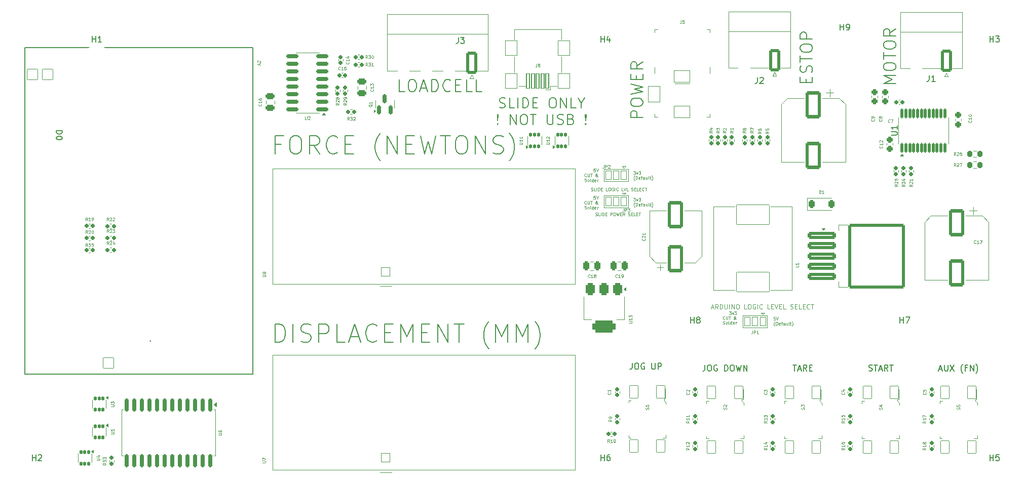
<source format=gto>
G04 #@! TF.GenerationSoftware,KiCad,Pcbnew,8.0.3*
G04 #@! TF.CreationDate,2024-07-06T19:44:18-04:00*
G04 #@! TF.ProjectId,UMTK,554d544b-2e6b-4696-9361-645f70636258,rev?*
G04 #@! TF.SameCoordinates,Original*
G04 #@! TF.FileFunction,Legend,Top*
G04 #@! TF.FilePolarity,Positive*
%FSLAX46Y46*%
G04 Gerber Fmt 4.6, Leading zero omitted, Abs format (unit mm)*
G04 Created by KiCad (PCBNEW 8.0.3) date 2024-07-06 19:44:18*
%MOMM*%
%LPD*%
G01*
G04 APERTURE LIST*
G04 Aperture macros list*
%AMRoundRect*
0 Rectangle with rounded corners*
0 $1 Rounding radius*
0 $2 $3 $4 $5 $6 $7 $8 $9 X,Y pos of 4 corners*
0 Add a 4 corners polygon primitive as box body*
4,1,4,$2,$3,$4,$5,$6,$7,$8,$9,$2,$3,0*
0 Add four circle primitives for the rounded corners*
1,1,$1+$1,$2,$3*
1,1,$1+$1,$4,$5*
1,1,$1+$1,$6,$7*
1,1,$1+$1,$8,$9*
0 Add four rect primitives between the rounded corners*
20,1,$1+$1,$2,$3,$4,$5,0*
20,1,$1+$1,$4,$5,$6,$7,0*
20,1,$1+$1,$6,$7,$8,$9,0*
20,1,$1+$1,$8,$9,$2,$3,0*%
G04 Aperture macros list end*
%ADD10C,0.150000*%
%ADD11C,0.170000*%
%ADD12C,0.050800*%
%ADD13C,0.076200*%
%ADD14C,0.120000*%
%ADD15C,0.100000*%
%ADD16RoundRect,0.160000X0.160000X0.210000X-0.160000X0.210000X-0.160000X-0.210000X0.160000X-0.210000X0*%
%ADD17RoundRect,0.263889X0.686111X1.586111X-0.686111X1.586111X-0.686111X-1.586111X0.686111X-1.586111X0*%
%ADD18O,1.900000X3.700000*%
%ADD19RoundRect,0.275000X-0.500000X0.275000X-0.500000X-0.275000X0.500000X-0.275000X0.500000X0.275000X0*%
%ADD20RoundRect,0.250000X0.275000X-0.250000X0.275000X0.250000X-0.275000X0.250000X-0.275000X-0.250000X0*%
%ADD21RoundRect,0.160000X0.210000X-0.160000X0.210000X0.160000X-0.210000X0.160000X-0.210000X-0.160000X0*%
%ADD22C,4.100000*%
%ADD23RoundRect,0.175000X-0.175000X0.900000X-0.175000X-0.900000X0.175000X-0.900000X0.175000X0.900000X0*%
%ADD24RoundRect,0.165000X0.195000X-0.165000X0.195000X0.165000X-0.195000X0.165000X-0.195000X-0.165000X0*%
%ADD25RoundRect,0.272728X-2.077272X-0.327272X2.077272X-0.327272X2.077272X0.327272X-2.077272X0.327272X0*%
%ADD26RoundRect,0.252662X-4.497338X-5.197338X4.497338X-5.197338X4.497338X5.197338X-4.497338X5.197338X0*%
%ADD27RoundRect,0.160000X-0.210000X0.160000X-0.210000X-0.160000X0.210000X-0.160000X0.210000X0.160000X0*%
%ADD28RoundRect,0.050000X0.500000X0.750000X-0.500000X0.750000X-0.500000X-0.750000X0.500000X-0.750000X0*%
%ADD29RoundRect,0.225000X0.225000X0.300000X-0.225000X0.300000X-0.225000X-0.300000X0.225000X-0.300000X0*%
%ADD30RoundRect,0.125000X0.125000X-0.250000X0.125000X0.250000X-0.125000X0.250000X-0.125000X-0.250000X0*%
%ADD31RoundRect,0.160000X-0.160000X-0.210000X0.160000X-0.210000X0.160000X0.210000X-0.160000X0.210000X0*%
%ADD32RoundRect,0.275000X0.500000X-0.275000X0.500000X0.275000X-0.500000X0.275000X-0.500000X-0.275000X0*%
%ADD33RoundRect,0.125000X-0.125000X0.250000X-0.125000X-0.250000X0.125000X-0.250000X0.125000X0.250000X0*%
%ADD34RoundRect,0.260000X-1.040000X1.990000X-1.040000X-1.990000X1.040000X-1.990000X1.040000X1.990000X0*%
%ADD35RoundRect,0.400000X-0.400000X0.650000X-0.400000X-0.650000X0.400000X-0.650000X0.400000X0.650000X0*%
%ADD36RoundRect,0.525000X-1.425000X0.525000X-1.425000X-0.525000X1.425000X-0.525000X1.425000X0.525000X0*%
%ADD37RoundRect,0.175000X0.875000X0.175000X-0.875000X0.175000X-0.875000X-0.175000X0.875000X-0.175000X0*%
%ADD38RoundRect,0.165000X-0.195000X0.165000X-0.195000X-0.165000X0.195000X-0.165000X0.195000X0.165000X0*%
%ADD39RoundRect,0.050000X-1.300000X-1.000000X1.300000X-1.000000X1.300000X1.000000X-1.300000X1.000000X0*%
%ADD40RoundRect,0.050000X-1.000000X-1.300000X1.000000X-1.300000X1.000000X1.300000X-1.000000X1.300000X0*%
%ADD41RoundRect,0.050000X0.700000X1.050000X-0.700000X1.050000X-0.700000X-1.050000X0.700000X-1.050000X0*%
%ADD42RoundRect,0.050000X0.750000X-0.750000X0.750000X0.750000X-0.750000X0.750000X-0.750000X-0.750000X0*%
%ADD43C,1.600000*%
%ADD44RoundRect,0.260000X1.040000X-1.990000X1.040000X1.990000X-1.040000X1.990000X-1.040000X-1.990000X0*%
%ADD45RoundRect,0.250000X-0.250000X-0.400000X0.250000X-0.400000X0.250000X0.400000X-0.250000X0.400000X0*%
%ADD46C,1.000000*%
%ADD47RoundRect,0.050000X0.250000X1.250000X-0.250000X1.250000X-0.250000X-1.250000X0.250000X-1.250000X0*%
%ADD48RoundRect,0.050000X1.000000X1.250000X-1.000000X1.250000X-1.000000X-1.250000X1.000000X-1.250000X0*%
%ADD49R,4.680000X2.400000*%
%ADD50RoundRect,0.125000X0.125000X-0.712500X0.125000X0.712500X-0.125000X0.712500X-0.125000X-0.712500X0*%
%ADD51RoundRect,0.175000X0.175000X-0.612500X0.175000X0.612500X-0.175000X0.612500X-0.175000X-0.612500X0*%
%ADD52RoundRect,0.275000X0.275000X0.500000X-0.275000X0.500000X-0.275000X-0.500000X0.275000X-0.500000X0*%
%ADD53C,3.300000*%
%ADD54O,1.827200X1.827200*%
%ADD55RoundRect,0.050000X-0.863600X0.863600X-0.863600X-0.863600X0.863600X-0.863600X0.863600X0.863600X0*%
%ADD56RoundRect,0.165000X0.165000X0.195000X-0.165000X0.195000X-0.165000X-0.195000X0.165000X-0.195000X0*%
%ADD57RoundRect,0.165000X-0.165000X-0.195000X0.165000X-0.195000X0.165000X0.195000X-0.165000X0.195000X0*%
%ADD58RoundRect,0.050000X-2.750000X1.625000X-2.750000X-1.625000X2.750000X-1.625000X2.750000X1.625000X0*%
G04 APERTURE END LIST*
D10*
X175761904Y-77169104D02*
X176238094Y-77169104D01*
X175666666Y-77454819D02*
X175999999Y-76454819D01*
X175999999Y-76454819D02*
X176333332Y-77454819D01*
X176666666Y-76454819D02*
X176666666Y-77264342D01*
X176666666Y-77264342D02*
X176714285Y-77359580D01*
X176714285Y-77359580D02*
X176761904Y-77407200D01*
X176761904Y-77407200D02*
X176857142Y-77454819D01*
X176857142Y-77454819D02*
X177047618Y-77454819D01*
X177047618Y-77454819D02*
X177142856Y-77407200D01*
X177142856Y-77407200D02*
X177190475Y-77359580D01*
X177190475Y-77359580D02*
X177238094Y-77264342D01*
X177238094Y-77264342D02*
X177238094Y-76454819D01*
X177619047Y-76454819D02*
X178285713Y-77454819D01*
X178285713Y-76454819D02*
X177619047Y-77454819D01*
X179714285Y-77835771D02*
X179666666Y-77788152D01*
X179666666Y-77788152D02*
X179571428Y-77645295D01*
X179571428Y-77645295D02*
X179523809Y-77550057D01*
X179523809Y-77550057D02*
X179476190Y-77407200D01*
X179476190Y-77407200D02*
X179428571Y-77169104D01*
X179428571Y-77169104D02*
X179428571Y-76978628D01*
X179428571Y-76978628D02*
X179476190Y-76740533D01*
X179476190Y-76740533D02*
X179523809Y-76597676D01*
X179523809Y-76597676D02*
X179571428Y-76502438D01*
X179571428Y-76502438D02*
X179666666Y-76359580D01*
X179666666Y-76359580D02*
X179714285Y-76311961D01*
X180428571Y-76931009D02*
X180095238Y-76931009D01*
X180095238Y-77454819D02*
X180095238Y-76454819D01*
X180095238Y-76454819D02*
X180571428Y-76454819D01*
X180952381Y-77454819D02*
X180952381Y-76454819D01*
X180952381Y-76454819D02*
X181523809Y-77454819D01*
X181523809Y-77454819D02*
X181523809Y-76454819D01*
X181904762Y-77835771D02*
X181952381Y-77788152D01*
X181952381Y-77788152D02*
X182047619Y-77645295D01*
X182047619Y-77645295D02*
X182095238Y-77550057D01*
X182095238Y-77550057D02*
X182142857Y-77407200D01*
X182142857Y-77407200D02*
X182190476Y-77169104D01*
X182190476Y-77169104D02*
X182190476Y-76978628D01*
X182190476Y-76978628D02*
X182142857Y-76740533D01*
X182142857Y-76740533D02*
X182095238Y-76597676D01*
X182095238Y-76597676D02*
X182047619Y-76502438D01*
X182047619Y-76502438D02*
X181952381Y-76359580D01*
X181952381Y-76359580D02*
X181904762Y-76311961D01*
X164023809Y-77407200D02*
X164166666Y-77454819D01*
X164166666Y-77454819D02*
X164404761Y-77454819D01*
X164404761Y-77454819D02*
X164499999Y-77407200D01*
X164499999Y-77407200D02*
X164547618Y-77359580D01*
X164547618Y-77359580D02*
X164595237Y-77264342D01*
X164595237Y-77264342D02*
X164595237Y-77169104D01*
X164595237Y-77169104D02*
X164547618Y-77073866D01*
X164547618Y-77073866D02*
X164499999Y-77026247D01*
X164499999Y-77026247D02*
X164404761Y-76978628D01*
X164404761Y-76978628D02*
X164214285Y-76931009D01*
X164214285Y-76931009D02*
X164119047Y-76883390D01*
X164119047Y-76883390D02*
X164071428Y-76835771D01*
X164071428Y-76835771D02*
X164023809Y-76740533D01*
X164023809Y-76740533D02*
X164023809Y-76645295D01*
X164023809Y-76645295D02*
X164071428Y-76550057D01*
X164071428Y-76550057D02*
X164119047Y-76502438D01*
X164119047Y-76502438D02*
X164214285Y-76454819D01*
X164214285Y-76454819D02*
X164452380Y-76454819D01*
X164452380Y-76454819D02*
X164595237Y-76502438D01*
X164880952Y-76454819D02*
X165452380Y-76454819D01*
X165166666Y-77454819D02*
X165166666Y-76454819D01*
X165738095Y-77169104D02*
X166214285Y-77169104D01*
X165642857Y-77454819D02*
X165976190Y-76454819D01*
X165976190Y-76454819D02*
X166309523Y-77454819D01*
X167214285Y-77454819D02*
X166880952Y-76978628D01*
X166642857Y-77454819D02*
X166642857Y-76454819D01*
X166642857Y-76454819D02*
X167023809Y-76454819D01*
X167023809Y-76454819D02*
X167119047Y-76502438D01*
X167119047Y-76502438D02*
X167166666Y-76550057D01*
X167166666Y-76550057D02*
X167214285Y-76645295D01*
X167214285Y-76645295D02*
X167214285Y-76788152D01*
X167214285Y-76788152D02*
X167166666Y-76883390D01*
X167166666Y-76883390D02*
X167119047Y-76931009D01*
X167119047Y-76931009D02*
X167023809Y-76978628D01*
X167023809Y-76978628D02*
X166642857Y-76978628D01*
X167500000Y-76454819D02*
X168071428Y-76454819D01*
X167785714Y-77454819D02*
X167785714Y-76454819D01*
X151333333Y-76454819D02*
X151904761Y-76454819D01*
X151619047Y-77454819D02*
X151619047Y-76454819D01*
X152190476Y-77169104D02*
X152666666Y-77169104D01*
X152095238Y-77454819D02*
X152428571Y-76454819D01*
X152428571Y-76454819D02*
X152761904Y-77454819D01*
X153666666Y-77454819D02*
X153333333Y-76978628D01*
X153095238Y-77454819D02*
X153095238Y-76454819D01*
X153095238Y-76454819D02*
X153476190Y-76454819D01*
X153476190Y-76454819D02*
X153571428Y-76502438D01*
X153571428Y-76502438D02*
X153619047Y-76550057D01*
X153619047Y-76550057D02*
X153666666Y-76645295D01*
X153666666Y-76645295D02*
X153666666Y-76788152D01*
X153666666Y-76788152D02*
X153619047Y-76883390D01*
X153619047Y-76883390D02*
X153571428Y-76931009D01*
X153571428Y-76931009D02*
X153476190Y-76978628D01*
X153476190Y-76978628D02*
X153095238Y-76978628D01*
X154095238Y-76931009D02*
X154428571Y-76931009D01*
X154571428Y-77454819D02*
X154095238Y-77454819D01*
X154095238Y-77454819D02*
X154095238Y-76454819D01*
X154095238Y-76454819D02*
X154571428Y-76454819D01*
X136619047Y-76454819D02*
X136619047Y-77169104D01*
X136619047Y-77169104D02*
X136571428Y-77311961D01*
X136571428Y-77311961D02*
X136476190Y-77407200D01*
X136476190Y-77407200D02*
X136333333Y-77454819D01*
X136333333Y-77454819D02*
X136238095Y-77454819D01*
X137285714Y-76454819D02*
X137476190Y-76454819D01*
X137476190Y-76454819D02*
X137571428Y-76502438D01*
X137571428Y-76502438D02*
X137666666Y-76597676D01*
X137666666Y-76597676D02*
X137714285Y-76788152D01*
X137714285Y-76788152D02*
X137714285Y-77121485D01*
X137714285Y-77121485D02*
X137666666Y-77311961D01*
X137666666Y-77311961D02*
X137571428Y-77407200D01*
X137571428Y-77407200D02*
X137476190Y-77454819D01*
X137476190Y-77454819D02*
X137285714Y-77454819D01*
X137285714Y-77454819D02*
X137190476Y-77407200D01*
X137190476Y-77407200D02*
X137095238Y-77311961D01*
X137095238Y-77311961D02*
X137047619Y-77121485D01*
X137047619Y-77121485D02*
X137047619Y-76788152D01*
X137047619Y-76788152D02*
X137095238Y-76597676D01*
X137095238Y-76597676D02*
X137190476Y-76502438D01*
X137190476Y-76502438D02*
X137285714Y-76454819D01*
X138666666Y-76502438D02*
X138571428Y-76454819D01*
X138571428Y-76454819D02*
X138428571Y-76454819D01*
X138428571Y-76454819D02*
X138285714Y-76502438D01*
X138285714Y-76502438D02*
X138190476Y-76597676D01*
X138190476Y-76597676D02*
X138142857Y-76692914D01*
X138142857Y-76692914D02*
X138095238Y-76883390D01*
X138095238Y-76883390D02*
X138095238Y-77026247D01*
X138095238Y-77026247D02*
X138142857Y-77216723D01*
X138142857Y-77216723D02*
X138190476Y-77311961D01*
X138190476Y-77311961D02*
X138285714Y-77407200D01*
X138285714Y-77407200D02*
X138428571Y-77454819D01*
X138428571Y-77454819D02*
X138523809Y-77454819D01*
X138523809Y-77454819D02*
X138666666Y-77407200D01*
X138666666Y-77407200D02*
X138714285Y-77359580D01*
X138714285Y-77359580D02*
X138714285Y-77026247D01*
X138714285Y-77026247D02*
X138523809Y-77026247D01*
X139904762Y-77454819D02*
X139904762Y-76454819D01*
X139904762Y-76454819D02*
X140142857Y-76454819D01*
X140142857Y-76454819D02*
X140285714Y-76502438D01*
X140285714Y-76502438D02*
X140380952Y-76597676D01*
X140380952Y-76597676D02*
X140428571Y-76692914D01*
X140428571Y-76692914D02*
X140476190Y-76883390D01*
X140476190Y-76883390D02*
X140476190Y-77026247D01*
X140476190Y-77026247D02*
X140428571Y-77216723D01*
X140428571Y-77216723D02*
X140380952Y-77311961D01*
X140380952Y-77311961D02*
X140285714Y-77407200D01*
X140285714Y-77407200D02*
X140142857Y-77454819D01*
X140142857Y-77454819D02*
X139904762Y-77454819D01*
X141095238Y-76454819D02*
X141285714Y-76454819D01*
X141285714Y-76454819D02*
X141380952Y-76502438D01*
X141380952Y-76502438D02*
X141476190Y-76597676D01*
X141476190Y-76597676D02*
X141523809Y-76788152D01*
X141523809Y-76788152D02*
X141523809Y-77121485D01*
X141523809Y-77121485D02*
X141476190Y-77311961D01*
X141476190Y-77311961D02*
X141380952Y-77407200D01*
X141380952Y-77407200D02*
X141285714Y-77454819D01*
X141285714Y-77454819D02*
X141095238Y-77454819D01*
X141095238Y-77454819D02*
X141000000Y-77407200D01*
X141000000Y-77407200D02*
X140904762Y-77311961D01*
X140904762Y-77311961D02*
X140857143Y-77121485D01*
X140857143Y-77121485D02*
X140857143Y-76788152D01*
X140857143Y-76788152D02*
X140904762Y-76597676D01*
X140904762Y-76597676D02*
X141000000Y-76502438D01*
X141000000Y-76502438D02*
X141095238Y-76454819D01*
X141857143Y-76454819D02*
X142095238Y-77454819D01*
X142095238Y-77454819D02*
X142285714Y-76740533D01*
X142285714Y-76740533D02*
X142476190Y-77454819D01*
X142476190Y-77454819D02*
X142714286Y-76454819D01*
X143095238Y-77454819D02*
X143095238Y-76454819D01*
X143095238Y-76454819D02*
X143666666Y-77454819D01*
X143666666Y-77454819D02*
X143666666Y-76454819D01*
X124460285Y-76162819D02*
X124460285Y-76877104D01*
X124460285Y-76877104D02*
X124412666Y-77019961D01*
X124412666Y-77019961D02*
X124317428Y-77115200D01*
X124317428Y-77115200D02*
X124174571Y-77162819D01*
X124174571Y-77162819D02*
X124079333Y-77162819D01*
X125126952Y-76162819D02*
X125317428Y-76162819D01*
X125317428Y-76162819D02*
X125412666Y-76210438D01*
X125412666Y-76210438D02*
X125507904Y-76305676D01*
X125507904Y-76305676D02*
X125555523Y-76496152D01*
X125555523Y-76496152D02*
X125555523Y-76829485D01*
X125555523Y-76829485D02*
X125507904Y-77019961D01*
X125507904Y-77019961D02*
X125412666Y-77115200D01*
X125412666Y-77115200D02*
X125317428Y-77162819D01*
X125317428Y-77162819D02*
X125126952Y-77162819D01*
X125126952Y-77162819D02*
X125031714Y-77115200D01*
X125031714Y-77115200D02*
X124936476Y-77019961D01*
X124936476Y-77019961D02*
X124888857Y-76829485D01*
X124888857Y-76829485D02*
X124888857Y-76496152D01*
X124888857Y-76496152D02*
X124936476Y-76305676D01*
X124936476Y-76305676D02*
X125031714Y-76210438D01*
X125031714Y-76210438D02*
X125126952Y-76162819D01*
X126507904Y-76210438D02*
X126412666Y-76162819D01*
X126412666Y-76162819D02*
X126269809Y-76162819D01*
X126269809Y-76162819D02*
X126126952Y-76210438D01*
X126126952Y-76210438D02*
X126031714Y-76305676D01*
X126031714Y-76305676D02*
X125984095Y-76400914D01*
X125984095Y-76400914D02*
X125936476Y-76591390D01*
X125936476Y-76591390D02*
X125936476Y-76734247D01*
X125936476Y-76734247D02*
X125984095Y-76924723D01*
X125984095Y-76924723D02*
X126031714Y-77019961D01*
X126031714Y-77019961D02*
X126126952Y-77115200D01*
X126126952Y-77115200D02*
X126269809Y-77162819D01*
X126269809Y-77162819D02*
X126365047Y-77162819D01*
X126365047Y-77162819D02*
X126507904Y-77115200D01*
X126507904Y-77115200D02*
X126555523Y-77067580D01*
X126555523Y-77067580D02*
X126555523Y-76734247D01*
X126555523Y-76734247D02*
X126365047Y-76734247D01*
X127746000Y-76162819D02*
X127746000Y-76972342D01*
X127746000Y-76972342D02*
X127793619Y-77067580D01*
X127793619Y-77067580D02*
X127841238Y-77115200D01*
X127841238Y-77115200D02*
X127936476Y-77162819D01*
X127936476Y-77162819D02*
X128126952Y-77162819D01*
X128126952Y-77162819D02*
X128222190Y-77115200D01*
X128222190Y-77115200D02*
X128269809Y-77067580D01*
X128269809Y-77067580D02*
X128317428Y-76972342D01*
X128317428Y-76972342D02*
X128317428Y-76162819D01*
X128793619Y-77162819D02*
X128793619Y-76162819D01*
X128793619Y-76162819D02*
X129174571Y-76162819D01*
X129174571Y-76162819D02*
X129269809Y-76210438D01*
X129269809Y-76210438D02*
X129317428Y-76258057D01*
X129317428Y-76258057D02*
X129365047Y-76353295D01*
X129365047Y-76353295D02*
X129365047Y-76496152D01*
X129365047Y-76496152D02*
X129317428Y-76591390D01*
X129317428Y-76591390D02*
X129269809Y-76639009D01*
X129269809Y-76639009D02*
X129174571Y-76686628D01*
X129174571Y-76686628D02*
X128793619Y-76686628D01*
D11*
X102304143Y-33414256D02*
X102547000Y-33495208D01*
X102547000Y-33495208D02*
X102951762Y-33495208D01*
X102951762Y-33495208D02*
X103113667Y-33414256D01*
X103113667Y-33414256D02*
X103194619Y-33333303D01*
X103194619Y-33333303D02*
X103275572Y-33171398D01*
X103275572Y-33171398D02*
X103275572Y-33009494D01*
X103275572Y-33009494D02*
X103194619Y-32847589D01*
X103194619Y-32847589D02*
X103113667Y-32766636D01*
X103113667Y-32766636D02*
X102951762Y-32685684D01*
X102951762Y-32685684D02*
X102627953Y-32604732D01*
X102627953Y-32604732D02*
X102466048Y-32523779D01*
X102466048Y-32523779D02*
X102385095Y-32442827D01*
X102385095Y-32442827D02*
X102304143Y-32280922D01*
X102304143Y-32280922D02*
X102304143Y-32119017D01*
X102304143Y-32119017D02*
X102385095Y-31957113D01*
X102385095Y-31957113D02*
X102466048Y-31876160D01*
X102466048Y-31876160D02*
X102627953Y-31795208D01*
X102627953Y-31795208D02*
X103032714Y-31795208D01*
X103032714Y-31795208D02*
X103275572Y-31876160D01*
X104813667Y-33495208D02*
X104004143Y-33495208D01*
X104004143Y-33495208D02*
X104004143Y-31795208D01*
X105380333Y-33495208D02*
X105380333Y-31795208D01*
X106189857Y-33495208D02*
X106189857Y-31795208D01*
X106189857Y-31795208D02*
X106594619Y-31795208D01*
X106594619Y-31795208D02*
X106837476Y-31876160D01*
X106837476Y-31876160D02*
X106999381Y-32038065D01*
X106999381Y-32038065D02*
X107080334Y-32199970D01*
X107080334Y-32199970D02*
X107161286Y-32523779D01*
X107161286Y-32523779D02*
X107161286Y-32766636D01*
X107161286Y-32766636D02*
X107080334Y-33090446D01*
X107080334Y-33090446D02*
X106999381Y-33252351D01*
X106999381Y-33252351D02*
X106837476Y-33414256D01*
X106837476Y-33414256D02*
X106594619Y-33495208D01*
X106594619Y-33495208D02*
X106189857Y-33495208D01*
X107889857Y-32604732D02*
X108456524Y-32604732D01*
X108699381Y-33495208D02*
X107889857Y-33495208D01*
X107889857Y-33495208D02*
X107889857Y-31795208D01*
X107889857Y-31795208D02*
X108699381Y-31795208D01*
X111047000Y-31795208D02*
X111370809Y-31795208D01*
X111370809Y-31795208D02*
X111532714Y-31876160D01*
X111532714Y-31876160D02*
X111694619Y-32038065D01*
X111694619Y-32038065D02*
X111775571Y-32361875D01*
X111775571Y-32361875D02*
X111775571Y-32928541D01*
X111775571Y-32928541D02*
X111694619Y-33252351D01*
X111694619Y-33252351D02*
X111532714Y-33414256D01*
X111532714Y-33414256D02*
X111370809Y-33495208D01*
X111370809Y-33495208D02*
X111047000Y-33495208D01*
X111047000Y-33495208D02*
X110885095Y-33414256D01*
X110885095Y-33414256D02*
X110723190Y-33252351D01*
X110723190Y-33252351D02*
X110642238Y-32928541D01*
X110642238Y-32928541D02*
X110642238Y-32361875D01*
X110642238Y-32361875D02*
X110723190Y-32038065D01*
X110723190Y-32038065D02*
X110885095Y-31876160D01*
X110885095Y-31876160D02*
X111047000Y-31795208D01*
X112504142Y-33495208D02*
X112504142Y-31795208D01*
X112504142Y-31795208D02*
X113475571Y-33495208D01*
X113475571Y-33495208D02*
X113475571Y-31795208D01*
X115094618Y-33495208D02*
X114285094Y-33495208D01*
X114285094Y-33495208D02*
X114285094Y-31795208D01*
X115985094Y-32685684D02*
X115985094Y-33495208D01*
X115418427Y-31795208D02*
X115985094Y-32685684D01*
X115985094Y-32685684D02*
X116551761Y-31795208D01*
X102020809Y-36070208D02*
X102101762Y-36151161D01*
X102101762Y-36151161D02*
X102020809Y-36232113D01*
X102020809Y-36232113D02*
X101939857Y-36151161D01*
X101939857Y-36151161D02*
X102020809Y-36070208D01*
X102020809Y-36070208D02*
X102020809Y-36232113D01*
X102020809Y-35584494D02*
X101939857Y-34613065D01*
X101939857Y-34613065D02*
X102020809Y-34532113D01*
X102020809Y-34532113D02*
X102101762Y-34613065D01*
X102101762Y-34613065D02*
X102020809Y-35584494D01*
X102020809Y-35584494D02*
X102020809Y-34532113D01*
X104125571Y-36232113D02*
X104125571Y-34532113D01*
X104125571Y-34532113D02*
X105097000Y-36232113D01*
X105097000Y-36232113D02*
X105097000Y-34532113D01*
X106230333Y-34532113D02*
X106554142Y-34532113D01*
X106554142Y-34532113D02*
X106716047Y-34613065D01*
X106716047Y-34613065D02*
X106877952Y-34774970D01*
X106877952Y-34774970D02*
X106958904Y-35098780D01*
X106958904Y-35098780D02*
X106958904Y-35665446D01*
X106958904Y-35665446D02*
X106877952Y-35989256D01*
X106877952Y-35989256D02*
X106716047Y-36151161D01*
X106716047Y-36151161D02*
X106554142Y-36232113D01*
X106554142Y-36232113D02*
X106230333Y-36232113D01*
X106230333Y-36232113D02*
X106068428Y-36151161D01*
X106068428Y-36151161D02*
X105906523Y-35989256D01*
X105906523Y-35989256D02*
X105825571Y-35665446D01*
X105825571Y-35665446D02*
X105825571Y-35098780D01*
X105825571Y-35098780D02*
X105906523Y-34774970D01*
X105906523Y-34774970D02*
X106068428Y-34613065D01*
X106068428Y-34613065D02*
X106230333Y-34532113D01*
X107444618Y-34532113D02*
X108416047Y-34532113D01*
X107930333Y-36232113D02*
X107930333Y-34532113D01*
X110277951Y-34532113D02*
X110277951Y-35908303D01*
X110277951Y-35908303D02*
X110358904Y-36070208D01*
X110358904Y-36070208D02*
X110439856Y-36151161D01*
X110439856Y-36151161D02*
X110601761Y-36232113D01*
X110601761Y-36232113D02*
X110925570Y-36232113D01*
X110925570Y-36232113D02*
X111087475Y-36151161D01*
X111087475Y-36151161D02*
X111168428Y-36070208D01*
X111168428Y-36070208D02*
X111249380Y-35908303D01*
X111249380Y-35908303D02*
X111249380Y-34532113D01*
X111977951Y-36151161D02*
X112220808Y-36232113D01*
X112220808Y-36232113D02*
X112625570Y-36232113D01*
X112625570Y-36232113D02*
X112787475Y-36151161D01*
X112787475Y-36151161D02*
X112868427Y-36070208D01*
X112868427Y-36070208D02*
X112949380Y-35908303D01*
X112949380Y-35908303D02*
X112949380Y-35746399D01*
X112949380Y-35746399D02*
X112868427Y-35584494D01*
X112868427Y-35584494D02*
X112787475Y-35503541D01*
X112787475Y-35503541D02*
X112625570Y-35422589D01*
X112625570Y-35422589D02*
X112301761Y-35341637D01*
X112301761Y-35341637D02*
X112139856Y-35260684D01*
X112139856Y-35260684D02*
X112058903Y-35179732D01*
X112058903Y-35179732D02*
X111977951Y-35017827D01*
X111977951Y-35017827D02*
X111977951Y-34855922D01*
X111977951Y-34855922D02*
X112058903Y-34694018D01*
X112058903Y-34694018D02*
X112139856Y-34613065D01*
X112139856Y-34613065D02*
X112301761Y-34532113D01*
X112301761Y-34532113D02*
X112706522Y-34532113D01*
X112706522Y-34532113D02*
X112949380Y-34613065D01*
X114244618Y-35341637D02*
X114487475Y-35422589D01*
X114487475Y-35422589D02*
X114568428Y-35503541D01*
X114568428Y-35503541D02*
X114649380Y-35665446D01*
X114649380Y-35665446D02*
X114649380Y-35908303D01*
X114649380Y-35908303D02*
X114568428Y-36070208D01*
X114568428Y-36070208D02*
X114487475Y-36151161D01*
X114487475Y-36151161D02*
X114325570Y-36232113D01*
X114325570Y-36232113D02*
X113677951Y-36232113D01*
X113677951Y-36232113D02*
X113677951Y-34532113D01*
X113677951Y-34532113D02*
X114244618Y-34532113D01*
X114244618Y-34532113D02*
X114406523Y-34613065D01*
X114406523Y-34613065D02*
X114487475Y-34694018D01*
X114487475Y-34694018D02*
X114568428Y-34855922D01*
X114568428Y-34855922D02*
X114568428Y-35017827D01*
X114568428Y-35017827D02*
X114487475Y-35179732D01*
X114487475Y-35179732D02*
X114406523Y-35260684D01*
X114406523Y-35260684D02*
X114244618Y-35341637D01*
X114244618Y-35341637D02*
X113677951Y-35341637D01*
X116673189Y-36070208D02*
X116754142Y-36151161D01*
X116754142Y-36151161D02*
X116673189Y-36232113D01*
X116673189Y-36232113D02*
X116592237Y-36151161D01*
X116592237Y-36151161D02*
X116673189Y-36070208D01*
X116673189Y-36070208D02*
X116673189Y-36232113D01*
X116673189Y-35584494D02*
X116592237Y-34613065D01*
X116592237Y-34613065D02*
X116673189Y-34532113D01*
X116673189Y-34532113D02*
X116754142Y-34613065D01*
X116754142Y-34613065D02*
X116673189Y-35584494D01*
X116673189Y-35584494D02*
X116673189Y-34532113D01*
D12*
X118337182Y-51472998D02*
X118409754Y-51497188D01*
X118409754Y-51497188D02*
X118530706Y-51497188D01*
X118530706Y-51497188D02*
X118579087Y-51472998D01*
X118579087Y-51472998D02*
X118603278Y-51448807D01*
X118603278Y-51448807D02*
X118627468Y-51400426D01*
X118627468Y-51400426D02*
X118627468Y-51352045D01*
X118627468Y-51352045D02*
X118603278Y-51303664D01*
X118603278Y-51303664D02*
X118579087Y-51279474D01*
X118579087Y-51279474D02*
X118530706Y-51255283D01*
X118530706Y-51255283D02*
X118433944Y-51231093D01*
X118433944Y-51231093D02*
X118385563Y-51206902D01*
X118385563Y-51206902D02*
X118361373Y-51182712D01*
X118361373Y-51182712D02*
X118337182Y-51134331D01*
X118337182Y-51134331D02*
X118337182Y-51085950D01*
X118337182Y-51085950D02*
X118361373Y-51037569D01*
X118361373Y-51037569D02*
X118385563Y-51013378D01*
X118385563Y-51013378D02*
X118433944Y-50989188D01*
X118433944Y-50989188D02*
X118554897Y-50989188D01*
X118554897Y-50989188D02*
X118627468Y-51013378D01*
X119087088Y-51497188D02*
X118845183Y-51497188D01*
X118845183Y-51497188D02*
X118845183Y-50989188D01*
X119256421Y-51497188D02*
X119256421Y-50989188D01*
X119498326Y-51497188D02*
X119498326Y-50989188D01*
X119498326Y-50989188D02*
X119619278Y-50989188D01*
X119619278Y-50989188D02*
X119691850Y-51013378D01*
X119691850Y-51013378D02*
X119740231Y-51061759D01*
X119740231Y-51061759D02*
X119764421Y-51110140D01*
X119764421Y-51110140D02*
X119788612Y-51206902D01*
X119788612Y-51206902D02*
X119788612Y-51279474D01*
X119788612Y-51279474D02*
X119764421Y-51376236D01*
X119764421Y-51376236D02*
X119740231Y-51424617D01*
X119740231Y-51424617D02*
X119691850Y-51472998D01*
X119691850Y-51472998D02*
X119619278Y-51497188D01*
X119619278Y-51497188D02*
X119498326Y-51497188D01*
X120006326Y-51231093D02*
X120175659Y-51231093D01*
X120248231Y-51497188D02*
X120006326Y-51497188D01*
X120006326Y-51497188D02*
X120006326Y-50989188D01*
X120006326Y-50989188D02*
X120248231Y-50989188D01*
X120852993Y-51497188D02*
X120852993Y-50989188D01*
X120852993Y-50989188D02*
X121046517Y-50989188D01*
X121046517Y-50989188D02*
X121094898Y-51013378D01*
X121094898Y-51013378D02*
X121119088Y-51037569D01*
X121119088Y-51037569D02*
X121143279Y-51085950D01*
X121143279Y-51085950D02*
X121143279Y-51158521D01*
X121143279Y-51158521D02*
X121119088Y-51206902D01*
X121119088Y-51206902D02*
X121094898Y-51231093D01*
X121094898Y-51231093D02*
X121046517Y-51255283D01*
X121046517Y-51255283D02*
X120852993Y-51255283D01*
X121457755Y-50989188D02*
X121554517Y-50989188D01*
X121554517Y-50989188D02*
X121602898Y-51013378D01*
X121602898Y-51013378D02*
X121651279Y-51061759D01*
X121651279Y-51061759D02*
X121675469Y-51158521D01*
X121675469Y-51158521D02*
X121675469Y-51327855D01*
X121675469Y-51327855D02*
X121651279Y-51424617D01*
X121651279Y-51424617D02*
X121602898Y-51472998D01*
X121602898Y-51472998D02*
X121554517Y-51497188D01*
X121554517Y-51497188D02*
X121457755Y-51497188D01*
X121457755Y-51497188D02*
X121409374Y-51472998D01*
X121409374Y-51472998D02*
X121360993Y-51424617D01*
X121360993Y-51424617D02*
X121336802Y-51327855D01*
X121336802Y-51327855D02*
X121336802Y-51158521D01*
X121336802Y-51158521D02*
X121360993Y-51061759D01*
X121360993Y-51061759D02*
X121409374Y-51013378D01*
X121409374Y-51013378D02*
X121457755Y-50989188D01*
X121844802Y-50989188D02*
X121965754Y-51497188D01*
X121965754Y-51497188D02*
X122062516Y-51134331D01*
X122062516Y-51134331D02*
X122159278Y-51497188D01*
X122159278Y-51497188D02*
X122280231Y-50989188D01*
X122473754Y-51231093D02*
X122643087Y-51231093D01*
X122715659Y-51497188D02*
X122473754Y-51497188D01*
X122473754Y-51497188D02*
X122473754Y-50989188D01*
X122473754Y-50989188D02*
X122715659Y-50989188D01*
X123223659Y-51497188D02*
X123054325Y-51255283D01*
X122933373Y-51497188D02*
X122933373Y-50989188D01*
X122933373Y-50989188D02*
X123126897Y-50989188D01*
X123126897Y-50989188D02*
X123175278Y-51013378D01*
X123175278Y-51013378D02*
X123199468Y-51037569D01*
X123199468Y-51037569D02*
X123223659Y-51085950D01*
X123223659Y-51085950D02*
X123223659Y-51158521D01*
X123223659Y-51158521D02*
X123199468Y-51206902D01*
X123199468Y-51206902D02*
X123175278Y-51231093D01*
X123175278Y-51231093D02*
X123126897Y-51255283D01*
X123126897Y-51255283D02*
X122933373Y-51255283D01*
X123804230Y-51472998D02*
X123876802Y-51497188D01*
X123876802Y-51497188D02*
X123997754Y-51497188D01*
X123997754Y-51497188D02*
X124046135Y-51472998D01*
X124046135Y-51472998D02*
X124070326Y-51448807D01*
X124070326Y-51448807D02*
X124094516Y-51400426D01*
X124094516Y-51400426D02*
X124094516Y-51352045D01*
X124094516Y-51352045D02*
X124070326Y-51303664D01*
X124070326Y-51303664D02*
X124046135Y-51279474D01*
X124046135Y-51279474D02*
X123997754Y-51255283D01*
X123997754Y-51255283D02*
X123900992Y-51231093D01*
X123900992Y-51231093D02*
X123852611Y-51206902D01*
X123852611Y-51206902D02*
X123828421Y-51182712D01*
X123828421Y-51182712D02*
X123804230Y-51134331D01*
X123804230Y-51134331D02*
X123804230Y-51085950D01*
X123804230Y-51085950D02*
X123828421Y-51037569D01*
X123828421Y-51037569D02*
X123852611Y-51013378D01*
X123852611Y-51013378D02*
X123900992Y-50989188D01*
X123900992Y-50989188D02*
X124021945Y-50989188D01*
X124021945Y-50989188D02*
X124094516Y-51013378D01*
X124312231Y-51231093D02*
X124481564Y-51231093D01*
X124554136Y-51497188D02*
X124312231Y-51497188D01*
X124312231Y-51497188D02*
X124312231Y-50989188D01*
X124312231Y-50989188D02*
X124554136Y-50989188D01*
X125013755Y-51497188D02*
X124771850Y-51497188D01*
X124771850Y-51497188D02*
X124771850Y-50989188D01*
X125183088Y-51231093D02*
X125352421Y-51231093D01*
X125424993Y-51497188D02*
X125183088Y-51497188D01*
X125183088Y-51497188D02*
X125183088Y-50989188D01*
X125183088Y-50989188D02*
X125424993Y-50989188D01*
X125570135Y-50989188D02*
X125860421Y-50989188D01*
X125715278Y-51497188D02*
X125715278Y-50989188D01*
D10*
X65812969Y-39582628D02*
X64812969Y-39582628D01*
X64812969Y-41154057D02*
X64812969Y-38154057D01*
X64812969Y-38154057D02*
X66241541Y-38154057D01*
X67955827Y-38154057D02*
X68527255Y-38154057D01*
X68527255Y-38154057D02*
X68812970Y-38296914D01*
X68812970Y-38296914D02*
X69098684Y-38582628D01*
X69098684Y-38582628D02*
X69241541Y-39154057D01*
X69241541Y-39154057D02*
X69241541Y-40154057D01*
X69241541Y-40154057D02*
X69098684Y-40725485D01*
X69098684Y-40725485D02*
X68812970Y-41011200D01*
X68812970Y-41011200D02*
X68527255Y-41154057D01*
X68527255Y-41154057D02*
X67955827Y-41154057D01*
X67955827Y-41154057D02*
X67670113Y-41011200D01*
X67670113Y-41011200D02*
X67384398Y-40725485D01*
X67384398Y-40725485D02*
X67241541Y-40154057D01*
X67241541Y-40154057D02*
X67241541Y-39154057D01*
X67241541Y-39154057D02*
X67384398Y-38582628D01*
X67384398Y-38582628D02*
X67670113Y-38296914D01*
X67670113Y-38296914D02*
X67955827Y-38154057D01*
X72241541Y-41154057D02*
X71241541Y-39725485D01*
X70527255Y-41154057D02*
X70527255Y-38154057D01*
X70527255Y-38154057D02*
X71670112Y-38154057D01*
X71670112Y-38154057D02*
X71955827Y-38296914D01*
X71955827Y-38296914D02*
X72098684Y-38439771D01*
X72098684Y-38439771D02*
X72241541Y-38725485D01*
X72241541Y-38725485D02*
X72241541Y-39154057D01*
X72241541Y-39154057D02*
X72098684Y-39439771D01*
X72098684Y-39439771D02*
X71955827Y-39582628D01*
X71955827Y-39582628D02*
X71670112Y-39725485D01*
X71670112Y-39725485D02*
X70527255Y-39725485D01*
X75241541Y-40868342D02*
X75098684Y-41011200D01*
X75098684Y-41011200D02*
X74670112Y-41154057D01*
X74670112Y-41154057D02*
X74384398Y-41154057D01*
X74384398Y-41154057D02*
X73955827Y-41011200D01*
X73955827Y-41011200D02*
X73670112Y-40725485D01*
X73670112Y-40725485D02*
X73527255Y-40439771D01*
X73527255Y-40439771D02*
X73384398Y-39868342D01*
X73384398Y-39868342D02*
X73384398Y-39439771D01*
X73384398Y-39439771D02*
X73527255Y-38868342D01*
X73527255Y-38868342D02*
X73670112Y-38582628D01*
X73670112Y-38582628D02*
X73955827Y-38296914D01*
X73955827Y-38296914D02*
X74384398Y-38154057D01*
X74384398Y-38154057D02*
X74670112Y-38154057D01*
X74670112Y-38154057D02*
X75098684Y-38296914D01*
X75098684Y-38296914D02*
X75241541Y-38439771D01*
X76527255Y-39582628D02*
X77527255Y-39582628D01*
X77955827Y-41154057D02*
X76527255Y-41154057D01*
X76527255Y-41154057D02*
X76527255Y-38154057D01*
X76527255Y-38154057D02*
X77955827Y-38154057D01*
X82384398Y-42296914D02*
X82241541Y-42154057D01*
X82241541Y-42154057D02*
X81955827Y-41725485D01*
X81955827Y-41725485D02*
X81812970Y-41439771D01*
X81812970Y-41439771D02*
X81670112Y-41011200D01*
X81670112Y-41011200D02*
X81527255Y-40296914D01*
X81527255Y-40296914D02*
X81527255Y-39725485D01*
X81527255Y-39725485D02*
X81670112Y-39011200D01*
X81670112Y-39011200D02*
X81812970Y-38582628D01*
X81812970Y-38582628D02*
X81955827Y-38296914D01*
X81955827Y-38296914D02*
X82241541Y-37868342D01*
X82241541Y-37868342D02*
X82384398Y-37725485D01*
X83527255Y-41154057D02*
X83527255Y-38154057D01*
X83527255Y-38154057D02*
X85241541Y-41154057D01*
X85241541Y-41154057D02*
X85241541Y-38154057D01*
X86670112Y-39582628D02*
X87670112Y-39582628D01*
X88098684Y-41154057D02*
X86670112Y-41154057D01*
X86670112Y-41154057D02*
X86670112Y-38154057D01*
X86670112Y-38154057D02*
X88098684Y-38154057D01*
X89098684Y-38154057D02*
X89812970Y-41154057D01*
X89812970Y-41154057D02*
X90384398Y-39011200D01*
X90384398Y-39011200D02*
X90955827Y-41154057D01*
X90955827Y-41154057D02*
X91670113Y-38154057D01*
X92384398Y-38154057D02*
X94098684Y-38154057D01*
X93241541Y-41154057D02*
X93241541Y-38154057D01*
X95670112Y-38154057D02*
X96241540Y-38154057D01*
X96241540Y-38154057D02*
X96527255Y-38296914D01*
X96527255Y-38296914D02*
X96812969Y-38582628D01*
X96812969Y-38582628D02*
X96955826Y-39154057D01*
X96955826Y-39154057D02*
X96955826Y-40154057D01*
X96955826Y-40154057D02*
X96812969Y-40725485D01*
X96812969Y-40725485D02*
X96527255Y-41011200D01*
X96527255Y-41011200D02*
X96241540Y-41154057D01*
X96241540Y-41154057D02*
X95670112Y-41154057D01*
X95670112Y-41154057D02*
X95384398Y-41011200D01*
X95384398Y-41011200D02*
X95098683Y-40725485D01*
X95098683Y-40725485D02*
X94955826Y-40154057D01*
X94955826Y-40154057D02*
X94955826Y-39154057D01*
X94955826Y-39154057D02*
X95098683Y-38582628D01*
X95098683Y-38582628D02*
X95384398Y-38296914D01*
X95384398Y-38296914D02*
X95670112Y-38154057D01*
X98241540Y-41154057D02*
X98241540Y-38154057D01*
X98241540Y-38154057D02*
X99955826Y-41154057D01*
X99955826Y-41154057D02*
X99955826Y-38154057D01*
X101241540Y-41011200D02*
X101670112Y-41154057D01*
X101670112Y-41154057D02*
X102384397Y-41154057D01*
X102384397Y-41154057D02*
X102670112Y-41011200D01*
X102670112Y-41011200D02*
X102812969Y-40868342D01*
X102812969Y-40868342D02*
X102955826Y-40582628D01*
X102955826Y-40582628D02*
X102955826Y-40296914D01*
X102955826Y-40296914D02*
X102812969Y-40011200D01*
X102812969Y-40011200D02*
X102670112Y-39868342D01*
X102670112Y-39868342D02*
X102384397Y-39725485D01*
X102384397Y-39725485D02*
X101812969Y-39582628D01*
X101812969Y-39582628D02*
X101527254Y-39439771D01*
X101527254Y-39439771D02*
X101384397Y-39296914D01*
X101384397Y-39296914D02*
X101241540Y-39011200D01*
X101241540Y-39011200D02*
X101241540Y-38725485D01*
X101241540Y-38725485D02*
X101384397Y-38439771D01*
X101384397Y-38439771D02*
X101527254Y-38296914D01*
X101527254Y-38296914D02*
X101812969Y-38154057D01*
X101812969Y-38154057D02*
X102527254Y-38154057D01*
X102527254Y-38154057D02*
X102955826Y-38296914D01*
X103955826Y-42296914D02*
X104098683Y-42154057D01*
X104098683Y-42154057D02*
X104384397Y-41725485D01*
X104384397Y-41725485D02*
X104527255Y-41439771D01*
X104527255Y-41439771D02*
X104670112Y-41011200D01*
X104670112Y-41011200D02*
X104812969Y-40296914D01*
X104812969Y-40296914D02*
X104812969Y-39725485D01*
X104812969Y-39725485D02*
X104670112Y-39011200D01*
X104670112Y-39011200D02*
X104527255Y-38582628D01*
X104527255Y-38582628D02*
X104384397Y-38296914D01*
X104384397Y-38296914D02*
X104098683Y-37868342D01*
X104098683Y-37868342D02*
X103955826Y-37725485D01*
X126239438Y-35112125D02*
X124239438Y-35112125D01*
X124239438Y-35112125D02*
X124239438Y-34350220D01*
X124239438Y-34350220D02*
X124334676Y-34159744D01*
X124334676Y-34159744D02*
X124429914Y-34064506D01*
X124429914Y-34064506D02*
X124620390Y-33969268D01*
X124620390Y-33969268D02*
X124906104Y-33969268D01*
X124906104Y-33969268D02*
X125096580Y-34064506D01*
X125096580Y-34064506D02*
X125191819Y-34159744D01*
X125191819Y-34159744D02*
X125287057Y-34350220D01*
X125287057Y-34350220D02*
X125287057Y-35112125D01*
X124239438Y-32731173D02*
X124239438Y-32350220D01*
X124239438Y-32350220D02*
X124334676Y-32159744D01*
X124334676Y-32159744D02*
X124525152Y-31969268D01*
X124525152Y-31969268D02*
X124906104Y-31874030D01*
X124906104Y-31874030D02*
X125572771Y-31874030D01*
X125572771Y-31874030D02*
X125953723Y-31969268D01*
X125953723Y-31969268D02*
X126144200Y-32159744D01*
X126144200Y-32159744D02*
X126239438Y-32350220D01*
X126239438Y-32350220D02*
X126239438Y-32731173D01*
X126239438Y-32731173D02*
X126144200Y-32921649D01*
X126144200Y-32921649D02*
X125953723Y-33112125D01*
X125953723Y-33112125D02*
X125572771Y-33207363D01*
X125572771Y-33207363D02*
X124906104Y-33207363D01*
X124906104Y-33207363D02*
X124525152Y-33112125D01*
X124525152Y-33112125D02*
X124334676Y-32921649D01*
X124334676Y-32921649D02*
X124239438Y-32731173D01*
X124239438Y-31207363D02*
X126239438Y-30731173D01*
X126239438Y-30731173D02*
X124810866Y-30350220D01*
X124810866Y-30350220D02*
X126239438Y-29969268D01*
X126239438Y-29969268D02*
X124239438Y-29493078D01*
X125191819Y-28731173D02*
X125191819Y-28064506D01*
X126239438Y-27778792D02*
X126239438Y-28731173D01*
X126239438Y-28731173D02*
X124239438Y-28731173D01*
X124239438Y-28731173D02*
X124239438Y-27778792D01*
X126239438Y-25778792D02*
X125287057Y-26445459D01*
X126239438Y-26921649D02*
X124239438Y-26921649D01*
X124239438Y-26921649D02*
X124239438Y-26159744D01*
X124239438Y-26159744D02*
X124334676Y-25969268D01*
X124334676Y-25969268D02*
X124429914Y-25874030D01*
X124429914Y-25874030D02*
X124620390Y-25778792D01*
X124620390Y-25778792D02*
X124906104Y-25778792D01*
X124906104Y-25778792D02*
X125096580Y-25874030D01*
X125096580Y-25874030D02*
X125191819Y-25969268D01*
X125191819Y-25969268D02*
X125287057Y-26159744D01*
X125287057Y-26159744D02*
X125287057Y-26921649D01*
X168505038Y-29409625D02*
X166505038Y-29409625D01*
X166505038Y-29409625D02*
X167933609Y-28742958D01*
X167933609Y-28742958D02*
X166505038Y-28076292D01*
X166505038Y-28076292D02*
X168505038Y-28076292D01*
X166505038Y-26742959D02*
X166505038Y-26362006D01*
X166505038Y-26362006D02*
X166600276Y-26171530D01*
X166600276Y-26171530D02*
X166790752Y-25981054D01*
X166790752Y-25981054D02*
X167171704Y-25885816D01*
X167171704Y-25885816D02*
X167838371Y-25885816D01*
X167838371Y-25885816D02*
X168219323Y-25981054D01*
X168219323Y-25981054D02*
X168409800Y-26171530D01*
X168409800Y-26171530D02*
X168505038Y-26362006D01*
X168505038Y-26362006D02*
X168505038Y-26742959D01*
X168505038Y-26742959D02*
X168409800Y-26933435D01*
X168409800Y-26933435D02*
X168219323Y-27123911D01*
X168219323Y-27123911D02*
X167838371Y-27219149D01*
X167838371Y-27219149D02*
X167171704Y-27219149D01*
X167171704Y-27219149D02*
X166790752Y-27123911D01*
X166790752Y-27123911D02*
X166600276Y-26933435D01*
X166600276Y-26933435D02*
X166505038Y-26742959D01*
X166505038Y-25314387D02*
X166505038Y-24171530D01*
X168505038Y-24742959D02*
X166505038Y-24742959D01*
X166505038Y-23123911D02*
X166505038Y-22742958D01*
X166505038Y-22742958D02*
X166600276Y-22552482D01*
X166600276Y-22552482D02*
X166790752Y-22362006D01*
X166790752Y-22362006D02*
X167171704Y-22266768D01*
X167171704Y-22266768D02*
X167838371Y-22266768D01*
X167838371Y-22266768D02*
X168219323Y-22362006D01*
X168219323Y-22362006D02*
X168409800Y-22552482D01*
X168409800Y-22552482D02*
X168505038Y-22742958D01*
X168505038Y-22742958D02*
X168505038Y-23123911D01*
X168505038Y-23123911D02*
X168409800Y-23314387D01*
X168409800Y-23314387D02*
X168219323Y-23504863D01*
X168219323Y-23504863D02*
X167838371Y-23600101D01*
X167838371Y-23600101D02*
X167171704Y-23600101D01*
X167171704Y-23600101D02*
X166790752Y-23504863D01*
X166790752Y-23504863D02*
X166600276Y-23314387D01*
X166600276Y-23314387D02*
X166505038Y-23123911D01*
X168505038Y-20266768D02*
X167552657Y-20933435D01*
X168505038Y-21409625D02*
X166505038Y-21409625D01*
X166505038Y-21409625D02*
X166505038Y-20647720D01*
X166505038Y-20647720D02*
X166600276Y-20457244D01*
X166600276Y-20457244D02*
X166695514Y-20362006D01*
X166695514Y-20362006D02*
X166885990Y-20266768D01*
X166885990Y-20266768D02*
X167171704Y-20266768D01*
X167171704Y-20266768D02*
X167362180Y-20362006D01*
X167362180Y-20362006D02*
X167457419Y-20457244D01*
X167457419Y-20457244D02*
X167552657Y-20647720D01*
X167552657Y-20647720D02*
X167552657Y-21409625D01*
X86490255Y-30735438D02*
X85537874Y-30735438D01*
X85537874Y-30735438D02*
X85537874Y-28735438D01*
X87537874Y-28735438D02*
X87918827Y-28735438D01*
X87918827Y-28735438D02*
X88109303Y-28830676D01*
X88109303Y-28830676D02*
X88299779Y-29021152D01*
X88299779Y-29021152D02*
X88395017Y-29402104D01*
X88395017Y-29402104D02*
X88395017Y-30068771D01*
X88395017Y-30068771D02*
X88299779Y-30449723D01*
X88299779Y-30449723D02*
X88109303Y-30640200D01*
X88109303Y-30640200D02*
X87918827Y-30735438D01*
X87918827Y-30735438D02*
X87537874Y-30735438D01*
X87537874Y-30735438D02*
X87347398Y-30640200D01*
X87347398Y-30640200D02*
X87156922Y-30449723D01*
X87156922Y-30449723D02*
X87061684Y-30068771D01*
X87061684Y-30068771D02*
X87061684Y-29402104D01*
X87061684Y-29402104D02*
X87156922Y-29021152D01*
X87156922Y-29021152D02*
X87347398Y-28830676D01*
X87347398Y-28830676D02*
X87537874Y-28735438D01*
X89156922Y-30164009D02*
X90109303Y-30164009D01*
X88966446Y-30735438D02*
X89633112Y-28735438D01*
X89633112Y-28735438D02*
X90299779Y-30735438D01*
X90966446Y-30735438D02*
X90966446Y-28735438D01*
X90966446Y-28735438D02*
X91442636Y-28735438D01*
X91442636Y-28735438D02*
X91728351Y-28830676D01*
X91728351Y-28830676D02*
X91918827Y-29021152D01*
X91918827Y-29021152D02*
X92014065Y-29211628D01*
X92014065Y-29211628D02*
X92109303Y-29592580D01*
X92109303Y-29592580D02*
X92109303Y-29878295D01*
X92109303Y-29878295D02*
X92014065Y-30259247D01*
X92014065Y-30259247D02*
X91918827Y-30449723D01*
X91918827Y-30449723D02*
X91728351Y-30640200D01*
X91728351Y-30640200D02*
X91442636Y-30735438D01*
X91442636Y-30735438D02*
X90966446Y-30735438D01*
X94109303Y-30544961D02*
X94014065Y-30640200D01*
X94014065Y-30640200D02*
X93728351Y-30735438D01*
X93728351Y-30735438D02*
X93537875Y-30735438D01*
X93537875Y-30735438D02*
X93252160Y-30640200D01*
X93252160Y-30640200D02*
X93061684Y-30449723D01*
X93061684Y-30449723D02*
X92966446Y-30259247D01*
X92966446Y-30259247D02*
X92871208Y-29878295D01*
X92871208Y-29878295D02*
X92871208Y-29592580D01*
X92871208Y-29592580D02*
X92966446Y-29211628D01*
X92966446Y-29211628D02*
X93061684Y-29021152D01*
X93061684Y-29021152D02*
X93252160Y-28830676D01*
X93252160Y-28830676D02*
X93537875Y-28735438D01*
X93537875Y-28735438D02*
X93728351Y-28735438D01*
X93728351Y-28735438D02*
X94014065Y-28830676D01*
X94014065Y-28830676D02*
X94109303Y-28925914D01*
X94966446Y-29687819D02*
X95633113Y-29687819D01*
X95918827Y-30735438D02*
X94966446Y-30735438D01*
X94966446Y-30735438D02*
X94966446Y-28735438D01*
X94966446Y-28735438D02*
X95918827Y-28735438D01*
X97728351Y-30735438D02*
X96775970Y-30735438D01*
X96775970Y-30735438D02*
X96775970Y-28735438D01*
X99347399Y-30735438D02*
X98395018Y-30735438D01*
X98395018Y-30735438D02*
X98395018Y-28735438D01*
D12*
X117605182Y-47281998D02*
X117677754Y-47306188D01*
X117677754Y-47306188D02*
X117798706Y-47306188D01*
X117798706Y-47306188D02*
X117847087Y-47281998D01*
X117847087Y-47281998D02*
X117871278Y-47257807D01*
X117871278Y-47257807D02*
X117895468Y-47209426D01*
X117895468Y-47209426D02*
X117895468Y-47161045D01*
X117895468Y-47161045D02*
X117871278Y-47112664D01*
X117871278Y-47112664D02*
X117847087Y-47088474D01*
X117847087Y-47088474D02*
X117798706Y-47064283D01*
X117798706Y-47064283D02*
X117701944Y-47040093D01*
X117701944Y-47040093D02*
X117653563Y-47015902D01*
X117653563Y-47015902D02*
X117629373Y-46991712D01*
X117629373Y-46991712D02*
X117605182Y-46943331D01*
X117605182Y-46943331D02*
X117605182Y-46894950D01*
X117605182Y-46894950D02*
X117629373Y-46846569D01*
X117629373Y-46846569D02*
X117653563Y-46822378D01*
X117653563Y-46822378D02*
X117701944Y-46798188D01*
X117701944Y-46798188D02*
X117822897Y-46798188D01*
X117822897Y-46798188D02*
X117895468Y-46822378D01*
X118355088Y-47306188D02*
X118113183Y-47306188D01*
X118113183Y-47306188D02*
X118113183Y-46798188D01*
X118524421Y-47306188D02*
X118524421Y-46798188D01*
X118766326Y-47306188D02*
X118766326Y-46798188D01*
X118766326Y-46798188D02*
X118887278Y-46798188D01*
X118887278Y-46798188D02*
X118959850Y-46822378D01*
X118959850Y-46822378D02*
X119008231Y-46870759D01*
X119008231Y-46870759D02*
X119032421Y-46919140D01*
X119032421Y-46919140D02*
X119056612Y-47015902D01*
X119056612Y-47015902D02*
X119056612Y-47088474D01*
X119056612Y-47088474D02*
X119032421Y-47185236D01*
X119032421Y-47185236D02*
X119008231Y-47233617D01*
X119008231Y-47233617D02*
X118959850Y-47281998D01*
X118959850Y-47281998D02*
X118887278Y-47306188D01*
X118887278Y-47306188D02*
X118766326Y-47306188D01*
X119274326Y-47040093D02*
X119443659Y-47040093D01*
X119516231Y-47306188D02*
X119274326Y-47306188D01*
X119274326Y-47306188D02*
X119274326Y-46798188D01*
X119274326Y-46798188D02*
X119516231Y-46798188D01*
X120362898Y-47306188D02*
X120120993Y-47306188D01*
X120120993Y-47306188D02*
X120120993Y-46798188D01*
X120628993Y-46798188D02*
X120725755Y-46798188D01*
X120725755Y-46798188D02*
X120774136Y-46822378D01*
X120774136Y-46822378D02*
X120822517Y-46870759D01*
X120822517Y-46870759D02*
X120846707Y-46967521D01*
X120846707Y-46967521D02*
X120846707Y-47136855D01*
X120846707Y-47136855D02*
X120822517Y-47233617D01*
X120822517Y-47233617D02*
X120774136Y-47281998D01*
X120774136Y-47281998D02*
X120725755Y-47306188D01*
X120725755Y-47306188D02*
X120628993Y-47306188D01*
X120628993Y-47306188D02*
X120580612Y-47281998D01*
X120580612Y-47281998D02*
X120532231Y-47233617D01*
X120532231Y-47233617D02*
X120508040Y-47136855D01*
X120508040Y-47136855D02*
X120508040Y-46967521D01*
X120508040Y-46967521D02*
X120532231Y-46870759D01*
X120532231Y-46870759D02*
X120580612Y-46822378D01*
X120580612Y-46822378D02*
X120628993Y-46798188D01*
X121330516Y-46822378D02*
X121282135Y-46798188D01*
X121282135Y-46798188D02*
X121209564Y-46798188D01*
X121209564Y-46798188D02*
X121136992Y-46822378D01*
X121136992Y-46822378D02*
X121088611Y-46870759D01*
X121088611Y-46870759D02*
X121064421Y-46919140D01*
X121064421Y-46919140D02*
X121040230Y-47015902D01*
X121040230Y-47015902D02*
X121040230Y-47088474D01*
X121040230Y-47088474D02*
X121064421Y-47185236D01*
X121064421Y-47185236D02*
X121088611Y-47233617D01*
X121088611Y-47233617D02*
X121136992Y-47281998D01*
X121136992Y-47281998D02*
X121209564Y-47306188D01*
X121209564Y-47306188D02*
X121257945Y-47306188D01*
X121257945Y-47306188D02*
X121330516Y-47281998D01*
X121330516Y-47281998D02*
X121354707Y-47257807D01*
X121354707Y-47257807D02*
X121354707Y-47088474D01*
X121354707Y-47088474D02*
X121257945Y-47088474D01*
X121572421Y-47306188D02*
X121572421Y-46798188D01*
X122104612Y-47257807D02*
X122080421Y-47281998D01*
X122080421Y-47281998D02*
X122007850Y-47306188D01*
X122007850Y-47306188D02*
X121959469Y-47306188D01*
X121959469Y-47306188D02*
X121886897Y-47281998D01*
X121886897Y-47281998D02*
X121838516Y-47233617D01*
X121838516Y-47233617D02*
X121814326Y-47185236D01*
X121814326Y-47185236D02*
X121790135Y-47088474D01*
X121790135Y-47088474D02*
X121790135Y-47015902D01*
X121790135Y-47015902D02*
X121814326Y-46919140D01*
X121814326Y-46919140D02*
X121838516Y-46870759D01*
X121838516Y-46870759D02*
X121886897Y-46822378D01*
X121886897Y-46822378D02*
X121959469Y-46798188D01*
X121959469Y-46798188D02*
X122007850Y-46798188D01*
X122007850Y-46798188D02*
X122080421Y-46822378D01*
X122080421Y-46822378D02*
X122104612Y-46846569D01*
X122951279Y-47306188D02*
X122709374Y-47306188D01*
X122709374Y-47306188D02*
X122709374Y-46798188D01*
X123048040Y-46798188D02*
X123217374Y-47306188D01*
X123217374Y-47306188D02*
X123386707Y-46798188D01*
X123797946Y-47306188D02*
X123556041Y-47306188D01*
X123556041Y-47306188D02*
X123556041Y-46798188D01*
X124330136Y-47281998D02*
X124402708Y-47306188D01*
X124402708Y-47306188D02*
X124523660Y-47306188D01*
X124523660Y-47306188D02*
X124572041Y-47281998D01*
X124572041Y-47281998D02*
X124596232Y-47257807D01*
X124596232Y-47257807D02*
X124620422Y-47209426D01*
X124620422Y-47209426D02*
X124620422Y-47161045D01*
X124620422Y-47161045D02*
X124596232Y-47112664D01*
X124596232Y-47112664D02*
X124572041Y-47088474D01*
X124572041Y-47088474D02*
X124523660Y-47064283D01*
X124523660Y-47064283D02*
X124426898Y-47040093D01*
X124426898Y-47040093D02*
X124378517Y-47015902D01*
X124378517Y-47015902D02*
X124354327Y-46991712D01*
X124354327Y-46991712D02*
X124330136Y-46943331D01*
X124330136Y-46943331D02*
X124330136Y-46894950D01*
X124330136Y-46894950D02*
X124354327Y-46846569D01*
X124354327Y-46846569D02*
X124378517Y-46822378D01*
X124378517Y-46822378D02*
X124426898Y-46798188D01*
X124426898Y-46798188D02*
X124547851Y-46798188D01*
X124547851Y-46798188D02*
X124620422Y-46822378D01*
X124838137Y-47040093D02*
X125007470Y-47040093D01*
X125080042Y-47306188D02*
X124838137Y-47306188D01*
X124838137Y-47306188D02*
X124838137Y-46798188D01*
X124838137Y-46798188D02*
X125080042Y-46798188D01*
X125539661Y-47306188D02*
X125297756Y-47306188D01*
X125297756Y-47306188D02*
X125297756Y-46798188D01*
X125708994Y-47040093D02*
X125878327Y-47040093D01*
X125950899Y-47306188D02*
X125708994Y-47306188D01*
X125708994Y-47306188D02*
X125708994Y-46798188D01*
X125708994Y-46798188D02*
X125950899Y-46798188D01*
X126458899Y-47257807D02*
X126434708Y-47281998D01*
X126434708Y-47281998D02*
X126362137Y-47306188D01*
X126362137Y-47306188D02*
X126313756Y-47306188D01*
X126313756Y-47306188D02*
X126241184Y-47281998D01*
X126241184Y-47281998D02*
X126192803Y-47233617D01*
X126192803Y-47233617D02*
X126168613Y-47185236D01*
X126168613Y-47185236D02*
X126144422Y-47088474D01*
X126144422Y-47088474D02*
X126144422Y-47015902D01*
X126144422Y-47015902D02*
X126168613Y-46919140D01*
X126168613Y-46919140D02*
X126192803Y-46870759D01*
X126192803Y-46870759D02*
X126241184Y-46822378D01*
X126241184Y-46822378D02*
X126313756Y-46798188D01*
X126313756Y-46798188D02*
X126362137Y-46798188D01*
X126362137Y-46798188D02*
X126434708Y-46822378D01*
X126434708Y-46822378D02*
X126458899Y-46846569D01*
X126604041Y-46798188D02*
X126894327Y-46798188D01*
X126749184Y-47306188D02*
X126749184Y-46798188D01*
X124692992Y-48520336D02*
X125007468Y-48520336D01*
X125007468Y-48520336D02*
X124838135Y-48713860D01*
X124838135Y-48713860D02*
X124910706Y-48713860D01*
X124910706Y-48713860D02*
X124959087Y-48738050D01*
X124959087Y-48738050D02*
X124983278Y-48762241D01*
X124983278Y-48762241D02*
X125007468Y-48810622D01*
X125007468Y-48810622D02*
X125007468Y-48931574D01*
X125007468Y-48931574D02*
X124983278Y-48979955D01*
X124983278Y-48979955D02*
X124959087Y-49004146D01*
X124959087Y-49004146D02*
X124910706Y-49028336D01*
X124910706Y-49028336D02*
X124765563Y-49028336D01*
X124765563Y-49028336D02*
X124717182Y-49004146D01*
X124717182Y-49004146D02*
X124692992Y-48979955D01*
X125176802Y-48689669D02*
X125297754Y-49028336D01*
X125297754Y-49028336D02*
X125418707Y-48689669D01*
X125563850Y-48520336D02*
X125878326Y-48520336D01*
X125878326Y-48520336D02*
X125708993Y-48713860D01*
X125708993Y-48713860D02*
X125781564Y-48713860D01*
X125781564Y-48713860D02*
X125829945Y-48738050D01*
X125829945Y-48738050D02*
X125854136Y-48762241D01*
X125854136Y-48762241D02*
X125878326Y-48810622D01*
X125878326Y-48810622D02*
X125878326Y-48931574D01*
X125878326Y-48931574D02*
X125854136Y-48979955D01*
X125854136Y-48979955D02*
X125829945Y-49004146D01*
X125829945Y-49004146D02*
X125781564Y-49028336D01*
X125781564Y-49028336D02*
X125636421Y-49028336D01*
X125636421Y-49028336D02*
X125588040Y-49004146D01*
X125588040Y-49004146D02*
X125563850Y-48979955D01*
X124886516Y-50039712D02*
X124862325Y-50015521D01*
X124862325Y-50015521D02*
X124813944Y-49942950D01*
X124813944Y-49942950D02*
X124789754Y-49894569D01*
X124789754Y-49894569D02*
X124765563Y-49821998D01*
X124765563Y-49821998D02*
X124741373Y-49701045D01*
X124741373Y-49701045D02*
X124741373Y-49604283D01*
X124741373Y-49604283D02*
X124765563Y-49483331D01*
X124765563Y-49483331D02*
X124789754Y-49410759D01*
X124789754Y-49410759D02*
X124813944Y-49362378D01*
X124813944Y-49362378D02*
X124862325Y-49289807D01*
X124862325Y-49289807D02*
X124886516Y-49265617D01*
X125080040Y-49846188D02*
X125080040Y-49338188D01*
X125080040Y-49338188D02*
X125200992Y-49338188D01*
X125200992Y-49338188D02*
X125273564Y-49362378D01*
X125273564Y-49362378D02*
X125321945Y-49410759D01*
X125321945Y-49410759D02*
X125346135Y-49459140D01*
X125346135Y-49459140D02*
X125370326Y-49555902D01*
X125370326Y-49555902D02*
X125370326Y-49628474D01*
X125370326Y-49628474D02*
X125346135Y-49725236D01*
X125346135Y-49725236D02*
X125321945Y-49773617D01*
X125321945Y-49773617D02*
X125273564Y-49821998D01*
X125273564Y-49821998D02*
X125200992Y-49846188D01*
X125200992Y-49846188D02*
X125080040Y-49846188D01*
X125781564Y-49821998D02*
X125733183Y-49846188D01*
X125733183Y-49846188D02*
X125636421Y-49846188D01*
X125636421Y-49846188D02*
X125588040Y-49821998D01*
X125588040Y-49821998D02*
X125563849Y-49773617D01*
X125563849Y-49773617D02*
X125563849Y-49580093D01*
X125563849Y-49580093D02*
X125588040Y-49531712D01*
X125588040Y-49531712D02*
X125636421Y-49507521D01*
X125636421Y-49507521D02*
X125733183Y-49507521D01*
X125733183Y-49507521D02*
X125781564Y-49531712D01*
X125781564Y-49531712D02*
X125805754Y-49580093D01*
X125805754Y-49580093D02*
X125805754Y-49628474D01*
X125805754Y-49628474D02*
X125563849Y-49676855D01*
X125950897Y-49507521D02*
X126144421Y-49507521D01*
X126023469Y-49846188D02*
X126023469Y-49410759D01*
X126023469Y-49410759D02*
X126047659Y-49362378D01*
X126047659Y-49362378D02*
X126096040Y-49338188D01*
X126096040Y-49338188D02*
X126144421Y-49338188D01*
X126531469Y-49846188D02*
X126531469Y-49580093D01*
X126531469Y-49580093D02*
X126507279Y-49531712D01*
X126507279Y-49531712D02*
X126458898Y-49507521D01*
X126458898Y-49507521D02*
X126362136Y-49507521D01*
X126362136Y-49507521D02*
X126313755Y-49531712D01*
X126531469Y-49821998D02*
X126483088Y-49846188D01*
X126483088Y-49846188D02*
X126362136Y-49846188D01*
X126362136Y-49846188D02*
X126313755Y-49821998D01*
X126313755Y-49821998D02*
X126289564Y-49773617D01*
X126289564Y-49773617D02*
X126289564Y-49725236D01*
X126289564Y-49725236D02*
X126313755Y-49676855D01*
X126313755Y-49676855D02*
X126362136Y-49652664D01*
X126362136Y-49652664D02*
X126483088Y-49652664D01*
X126483088Y-49652664D02*
X126531469Y-49628474D01*
X126991088Y-49507521D02*
X126991088Y-49846188D01*
X126773374Y-49507521D02*
X126773374Y-49773617D01*
X126773374Y-49773617D02*
X126797564Y-49821998D01*
X126797564Y-49821998D02*
X126845945Y-49846188D01*
X126845945Y-49846188D02*
X126918517Y-49846188D01*
X126918517Y-49846188D02*
X126966898Y-49821998D01*
X126966898Y-49821998D02*
X126991088Y-49797807D01*
X127305564Y-49846188D02*
X127257183Y-49821998D01*
X127257183Y-49821998D02*
X127232993Y-49773617D01*
X127232993Y-49773617D02*
X127232993Y-49338188D01*
X127426516Y-49507521D02*
X127620040Y-49507521D01*
X127499088Y-49338188D02*
X127499088Y-49773617D01*
X127499088Y-49773617D02*
X127523278Y-49821998D01*
X127523278Y-49821998D02*
X127571659Y-49846188D01*
X127571659Y-49846188D02*
X127620040Y-49846188D01*
X127740993Y-50039712D02*
X127765183Y-50015521D01*
X127765183Y-50015521D02*
X127813564Y-49942950D01*
X127813564Y-49942950D02*
X127837755Y-49894569D01*
X127837755Y-49894569D02*
X127861945Y-49821998D01*
X127861945Y-49821998D02*
X127886136Y-49701045D01*
X127886136Y-49701045D02*
X127886136Y-49604283D01*
X127886136Y-49604283D02*
X127861945Y-49483331D01*
X127861945Y-49483331D02*
X127837755Y-49410759D01*
X127837755Y-49410759D02*
X127813564Y-49362378D01*
X127813564Y-49362378D02*
X127765183Y-49289807D01*
X127765183Y-49289807D02*
X127740993Y-49265617D01*
X118282197Y-48210484D02*
X118040292Y-48210484D01*
X118040292Y-48210484D02*
X118016101Y-48452389D01*
X118016101Y-48452389D02*
X118040292Y-48428198D01*
X118040292Y-48428198D02*
X118088673Y-48404008D01*
X118088673Y-48404008D02*
X118209625Y-48404008D01*
X118209625Y-48404008D02*
X118258006Y-48428198D01*
X118258006Y-48428198D02*
X118282197Y-48452389D01*
X118282197Y-48452389D02*
X118306387Y-48500770D01*
X118306387Y-48500770D02*
X118306387Y-48621722D01*
X118306387Y-48621722D02*
X118282197Y-48670103D01*
X118282197Y-48670103D02*
X118258006Y-48694294D01*
X118258006Y-48694294D02*
X118209625Y-48718484D01*
X118209625Y-48718484D02*
X118088673Y-48718484D01*
X118088673Y-48718484D02*
X118040292Y-48694294D01*
X118040292Y-48694294D02*
X118016101Y-48670103D01*
X118451530Y-48210484D02*
X118620864Y-48718484D01*
X118620864Y-48718484D02*
X118790197Y-48210484D01*
X116806579Y-49487955D02*
X116782388Y-49512146D01*
X116782388Y-49512146D02*
X116709817Y-49536336D01*
X116709817Y-49536336D02*
X116661436Y-49536336D01*
X116661436Y-49536336D02*
X116588864Y-49512146D01*
X116588864Y-49512146D02*
X116540483Y-49463765D01*
X116540483Y-49463765D02*
X116516293Y-49415384D01*
X116516293Y-49415384D02*
X116492102Y-49318622D01*
X116492102Y-49318622D02*
X116492102Y-49246050D01*
X116492102Y-49246050D02*
X116516293Y-49149288D01*
X116516293Y-49149288D02*
X116540483Y-49100907D01*
X116540483Y-49100907D02*
X116588864Y-49052526D01*
X116588864Y-49052526D02*
X116661436Y-49028336D01*
X116661436Y-49028336D02*
X116709817Y-49028336D01*
X116709817Y-49028336D02*
X116782388Y-49052526D01*
X116782388Y-49052526D02*
X116806579Y-49076717D01*
X117024293Y-49028336D02*
X117024293Y-49439574D01*
X117024293Y-49439574D02*
X117048483Y-49487955D01*
X117048483Y-49487955D02*
X117072674Y-49512146D01*
X117072674Y-49512146D02*
X117121055Y-49536336D01*
X117121055Y-49536336D02*
X117217817Y-49536336D01*
X117217817Y-49536336D02*
X117266198Y-49512146D01*
X117266198Y-49512146D02*
X117290388Y-49487955D01*
X117290388Y-49487955D02*
X117314579Y-49439574D01*
X117314579Y-49439574D02*
X117314579Y-49028336D01*
X117483911Y-49028336D02*
X117774197Y-49028336D01*
X117629054Y-49536336D02*
X117629054Y-49028336D01*
X118741817Y-49536336D02*
X118717627Y-49536336D01*
X118717627Y-49536336D02*
X118669246Y-49512146D01*
X118669246Y-49512146D02*
X118596674Y-49439574D01*
X118596674Y-49439574D02*
X118475722Y-49294431D01*
X118475722Y-49294431D02*
X118427341Y-49221860D01*
X118427341Y-49221860D02*
X118403150Y-49149288D01*
X118403150Y-49149288D02*
X118403150Y-49100907D01*
X118403150Y-49100907D02*
X118427341Y-49052526D01*
X118427341Y-49052526D02*
X118475722Y-49028336D01*
X118475722Y-49028336D02*
X118499912Y-49028336D01*
X118499912Y-49028336D02*
X118548293Y-49052526D01*
X118548293Y-49052526D02*
X118572484Y-49100907D01*
X118572484Y-49100907D02*
X118572484Y-49125098D01*
X118572484Y-49125098D02*
X118548293Y-49173479D01*
X118548293Y-49173479D02*
X118524103Y-49197669D01*
X118524103Y-49197669D02*
X118378960Y-49294431D01*
X118378960Y-49294431D02*
X118354769Y-49318622D01*
X118354769Y-49318622D02*
X118330579Y-49367003D01*
X118330579Y-49367003D02*
X118330579Y-49439574D01*
X118330579Y-49439574D02*
X118354769Y-49487955D01*
X118354769Y-49487955D02*
X118378960Y-49512146D01*
X118378960Y-49512146D02*
X118427341Y-49536336D01*
X118427341Y-49536336D02*
X118499912Y-49536336D01*
X118499912Y-49536336D02*
X118548293Y-49512146D01*
X118548293Y-49512146D02*
X118572484Y-49487955D01*
X118572484Y-49487955D02*
X118645055Y-49391193D01*
X118645055Y-49391193D02*
X118669246Y-49318622D01*
X118669246Y-49318622D02*
X118669246Y-49270241D01*
X116516292Y-50329998D02*
X116588864Y-50354188D01*
X116588864Y-50354188D02*
X116709816Y-50354188D01*
X116709816Y-50354188D02*
X116758197Y-50329998D01*
X116758197Y-50329998D02*
X116782388Y-50305807D01*
X116782388Y-50305807D02*
X116806578Y-50257426D01*
X116806578Y-50257426D02*
X116806578Y-50209045D01*
X116806578Y-50209045D02*
X116782388Y-50160664D01*
X116782388Y-50160664D02*
X116758197Y-50136474D01*
X116758197Y-50136474D02*
X116709816Y-50112283D01*
X116709816Y-50112283D02*
X116613054Y-50088093D01*
X116613054Y-50088093D02*
X116564673Y-50063902D01*
X116564673Y-50063902D02*
X116540483Y-50039712D01*
X116540483Y-50039712D02*
X116516292Y-49991331D01*
X116516292Y-49991331D02*
X116516292Y-49942950D01*
X116516292Y-49942950D02*
X116540483Y-49894569D01*
X116540483Y-49894569D02*
X116564673Y-49870378D01*
X116564673Y-49870378D02*
X116613054Y-49846188D01*
X116613054Y-49846188D02*
X116734007Y-49846188D01*
X116734007Y-49846188D02*
X116806578Y-49870378D01*
X117096864Y-50354188D02*
X117048483Y-50329998D01*
X117048483Y-50329998D02*
X117024293Y-50305807D01*
X117024293Y-50305807D02*
X117000102Y-50257426D01*
X117000102Y-50257426D02*
X117000102Y-50112283D01*
X117000102Y-50112283D02*
X117024293Y-50063902D01*
X117024293Y-50063902D02*
X117048483Y-50039712D01*
X117048483Y-50039712D02*
X117096864Y-50015521D01*
X117096864Y-50015521D02*
X117169436Y-50015521D01*
X117169436Y-50015521D02*
X117217817Y-50039712D01*
X117217817Y-50039712D02*
X117242007Y-50063902D01*
X117242007Y-50063902D02*
X117266198Y-50112283D01*
X117266198Y-50112283D02*
X117266198Y-50257426D01*
X117266198Y-50257426D02*
X117242007Y-50305807D01*
X117242007Y-50305807D02*
X117217817Y-50329998D01*
X117217817Y-50329998D02*
X117169436Y-50354188D01*
X117169436Y-50354188D02*
X117096864Y-50354188D01*
X117556483Y-50354188D02*
X117508102Y-50329998D01*
X117508102Y-50329998D02*
X117483912Y-50281617D01*
X117483912Y-50281617D02*
X117483912Y-49846188D01*
X117967721Y-50354188D02*
X117967721Y-49846188D01*
X117967721Y-50329998D02*
X117919340Y-50354188D01*
X117919340Y-50354188D02*
X117822578Y-50354188D01*
X117822578Y-50354188D02*
X117774197Y-50329998D01*
X117774197Y-50329998D02*
X117750007Y-50305807D01*
X117750007Y-50305807D02*
X117725816Y-50257426D01*
X117725816Y-50257426D02*
X117725816Y-50112283D01*
X117725816Y-50112283D02*
X117750007Y-50063902D01*
X117750007Y-50063902D02*
X117774197Y-50039712D01*
X117774197Y-50039712D02*
X117822578Y-50015521D01*
X117822578Y-50015521D02*
X117919340Y-50015521D01*
X117919340Y-50015521D02*
X117967721Y-50039712D01*
X118403150Y-50329998D02*
X118354769Y-50354188D01*
X118354769Y-50354188D02*
X118258007Y-50354188D01*
X118258007Y-50354188D02*
X118209626Y-50329998D01*
X118209626Y-50329998D02*
X118185435Y-50281617D01*
X118185435Y-50281617D02*
X118185435Y-50088093D01*
X118185435Y-50088093D02*
X118209626Y-50039712D01*
X118209626Y-50039712D02*
X118258007Y-50015521D01*
X118258007Y-50015521D02*
X118354769Y-50015521D01*
X118354769Y-50015521D02*
X118403150Y-50039712D01*
X118403150Y-50039712D02*
X118427340Y-50088093D01*
X118427340Y-50088093D02*
X118427340Y-50136474D01*
X118427340Y-50136474D02*
X118185435Y-50184855D01*
X118645055Y-50354188D02*
X118645055Y-50015521D01*
X118645055Y-50112283D02*
X118669245Y-50063902D01*
X118669245Y-50063902D02*
X118693436Y-50039712D01*
X118693436Y-50039712D02*
X118741817Y-50015521D01*
X118741817Y-50015521D02*
X118790198Y-50015521D01*
D13*
X137686273Y-66860068D02*
X138049131Y-66860068D01*
X137613702Y-67077782D02*
X137867702Y-66315782D01*
X137867702Y-66315782D02*
X138121702Y-67077782D01*
X138811131Y-67077782D02*
X138557131Y-66714925D01*
X138375702Y-67077782D02*
X138375702Y-66315782D01*
X138375702Y-66315782D02*
X138665988Y-66315782D01*
X138665988Y-66315782D02*
X138738559Y-66352068D01*
X138738559Y-66352068D02*
X138774845Y-66388354D01*
X138774845Y-66388354D02*
X138811131Y-66460925D01*
X138811131Y-66460925D02*
X138811131Y-66569782D01*
X138811131Y-66569782D02*
X138774845Y-66642354D01*
X138774845Y-66642354D02*
X138738559Y-66678639D01*
X138738559Y-66678639D02*
X138665988Y-66714925D01*
X138665988Y-66714925D02*
X138375702Y-66714925D01*
X139137702Y-67077782D02*
X139137702Y-66315782D01*
X139137702Y-66315782D02*
X139319131Y-66315782D01*
X139319131Y-66315782D02*
X139427988Y-66352068D01*
X139427988Y-66352068D02*
X139500559Y-66424639D01*
X139500559Y-66424639D02*
X139536845Y-66497211D01*
X139536845Y-66497211D02*
X139573131Y-66642354D01*
X139573131Y-66642354D02*
X139573131Y-66751211D01*
X139573131Y-66751211D02*
X139536845Y-66896354D01*
X139536845Y-66896354D02*
X139500559Y-66968925D01*
X139500559Y-66968925D02*
X139427988Y-67041497D01*
X139427988Y-67041497D02*
X139319131Y-67077782D01*
X139319131Y-67077782D02*
X139137702Y-67077782D01*
X139899702Y-66315782D02*
X139899702Y-66932639D01*
X139899702Y-66932639D02*
X139935988Y-67005211D01*
X139935988Y-67005211D02*
X139972274Y-67041497D01*
X139972274Y-67041497D02*
X140044845Y-67077782D01*
X140044845Y-67077782D02*
X140189988Y-67077782D01*
X140189988Y-67077782D02*
X140262559Y-67041497D01*
X140262559Y-67041497D02*
X140298845Y-67005211D01*
X140298845Y-67005211D02*
X140335131Y-66932639D01*
X140335131Y-66932639D02*
X140335131Y-66315782D01*
X140697988Y-67077782D02*
X140697988Y-66315782D01*
X141060845Y-67077782D02*
X141060845Y-66315782D01*
X141060845Y-66315782D02*
X141496274Y-67077782D01*
X141496274Y-67077782D02*
X141496274Y-66315782D01*
X142004274Y-66315782D02*
X142149417Y-66315782D01*
X142149417Y-66315782D02*
X142221988Y-66352068D01*
X142221988Y-66352068D02*
X142294560Y-66424639D01*
X142294560Y-66424639D02*
X142330845Y-66569782D01*
X142330845Y-66569782D02*
X142330845Y-66823782D01*
X142330845Y-66823782D02*
X142294560Y-66968925D01*
X142294560Y-66968925D02*
X142221988Y-67041497D01*
X142221988Y-67041497D02*
X142149417Y-67077782D01*
X142149417Y-67077782D02*
X142004274Y-67077782D01*
X142004274Y-67077782D02*
X141931703Y-67041497D01*
X141931703Y-67041497D02*
X141859131Y-66968925D01*
X141859131Y-66968925D02*
X141822845Y-66823782D01*
X141822845Y-66823782D02*
X141822845Y-66569782D01*
X141822845Y-66569782D02*
X141859131Y-66424639D01*
X141859131Y-66424639D02*
X141931703Y-66352068D01*
X141931703Y-66352068D02*
X142004274Y-66315782D01*
X143600845Y-67077782D02*
X143237988Y-67077782D01*
X143237988Y-67077782D02*
X143237988Y-66315782D01*
X143999988Y-66315782D02*
X144145131Y-66315782D01*
X144145131Y-66315782D02*
X144217702Y-66352068D01*
X144217702Y-66352068D02*
X144290274Y-66424639D01*
X144290274Y-66424639D02*
X144326559Y-66569782D01*
X144326559Y-66569782D02*
X144326559Y-66823782D01*
X144326559Y-66823782D02*
X144290274Y-66968925D01*
X144290274Y-66968925D02*
X144217702Y-67041497D01*
X144217702Y-67041497D02*
X144145131Y-67077782D01*
X144145131Y-67077782D02*
X143999988Y-67077782D01*
X143999988Y-67077782D02*
X143927417Y-67041497D01*
X143927417Y-67041497D02*
X143854845Y-66968925D01*
X143854845Y-66968925D02*
X143818559Y-66823782D01*
X143818559Y-66823782D02*
X143818559Y-66569782D01*
X143818559Y-66569782D02*
X143854845Y-66424639D01*
X143854845Y-66424639D02*
X143927417Y-66352068D01*
X143927417Y-66352068D02*
X143999988Y-66315782D01*
X145052274Y-66352068D02*
X144979703Y-66315782D01*
X144979703Y-66315782D02*
X144870845Y-66315782D01*
X144870845Y-66315782D02*
X144761988Y-66352068D01*
X144761988Y-66352068D02*
X144689417Y-66424639D01*
X144689417Y-66424639D02*
X144653131Y-66497211D01*
X144653131Y-66497211D02*
X144616845Y-66642354D01*
X144616845Y-66642354D02*
X144616845Y-66751211D01*
X144616845Y-66751211D02*
X144653131Y-66896354D01*
X144653131Y-66896354D02*
X144689417Y-66968925D01*
X144689417Y-66968925D02*
X144761988Y-67041497D01*
X144761988Y-67041497D02*
X144870845Y-67077782D01*
X144870845Y-67077782D02*
X144943417Y-67077782D01*
X144943417Y-67077782D02*
X145052274Y-67041497D01*
X145052274Y-67041497D02*
X145088560Y-67005211D01*
X145088560Y-67005211D02*
X145088560Y-66751211D01*
X145088560Y-66751211D02*
X144943417Y-66751211D01*
X145415131Y-67077782D02*
X145415131Y-66315782D01*
X146213417Y-67005211D02*
X146177131Y-67041497D01*
X146177131Y-67041497D02*
X146068274Y-67077782D01*
X146068274Y-67077782D02*
X145995702Y-67077782D01*
X145995702Y-67077782D02*
X145886845Y-67041497D01*
X145886845Y-67041497D02*
X145814274Y-66968925D01*
X145814274Y-66968925D02*
X145777988Y-66896354D01*
X145777988Y-66896354D02*
X145741702Y-66751211D01*
X145741702Y-66751211D02*
X145741702Y-66642354D01*
X145741702Y-66642354D02*
X145777988Y-66497211D01*
X145777988Y-66497211D02*
X145814274Y-66424639D01*
X145814274Y-66424639D02*
X145886845Y-66352068D01*
X145886845Y-66352068D02*
X145995702Y-66315782D01*
X145995702Y-66315782D02*
X146068274Y-66315782D01*
X146068274Y-66315782D02*
X146177131Y-66352068D01*
X146177131Y-66352068D02*
X146213417Y-66388354D01*
X147483416Y-67077782D02*
X147120559Y-67077782D01*
X147120559Y-67077782D02*
X147120559Y-66315782D01*
X147737416Y-66678639D02*
X147991416Y-66678639D01*
X148100273Y-67077782D02*
X147737416Y-67077782D01*
X147737416Y-67077782D02*
X147737416Y-66315782D01*
X147737416Y-66315782D02*
X148100273Y-66315782D01*
X148317988Y-66315782D02*
X148571988Y-67077782D01*
X148571988Y-67077782D02*
X148825988Y-66315782D01*
X149079988Y-66678639D02*
X149333988Y-66678639D01*
X149442845Y-67077782D02*
X149079988Y-67077782D01*
X149079988Y-67077782D02*
X149079988Y-66315782D01*
X149079988Y-66315782D02*
X149442845Y-66315782D01*
X150132274Y-67077782D02*
X149769417Y-67077782D01*
X149769417Y-67077782D02*
X149769417Y-66315782D01*
X150930559Y-67041497D02*
X151039417Y-67077782D01*
X151039417Y-67077782D02*
X151220845Y-67077782D01*
X151220845Y-67077782D02*
X151293417Y-67041497D01*
X151293417Y-67041497D02*
X151329702Y-67005211D01*
X151329702Y-67005211D02*
X151365988Y-66932639D01*
X151365988Y-66932639D02*
X151365988Y-66860068D01*
X151365988Y-66860068D02*
X151329702Y-66787497D01*
X151329702Y-66787497D02*
X151293417Y-66751211D01*
X151293417Y-66751211D02*
X151220845Y-66714925D01*
X151220845Y-66714925D02*
X151075702Y-66678639D01*
X151075702Y-66678639D02*
X151003131Y-66642354D01*
X151003131Y-66642354D02*
X150966845Y-66606068D01*
X150966845Y-66606068D02*
X150930559Y-66533497D01*
X150930559Y-66533497D02*
X150930559Y-66460925D01*
X150930559Y-66460925D02*
X150966845Y-66388354D01*
X150966845Y-66388354D02*
X151003131Y-66352068D01*
X151003131Y-66352068D02*
X151075702Y-66315782D01*
X151075702Y-66315782D02*
X151257131Y-66315782D01*
X151257131Y-66315782D02*
X151365988Y-66352068D01*
X151692559Y-66678639D02*
X151946559Y-66678639D01*
X152055416Y-67077782D02*
X151692559Y-67077782D01*
X151692559Y-67077782D02*
X151692559Y-66315782D01*
X151692559Y-66315782D02*
X152055416Y-66315782D01*
X152744845Y-67077782D02*
X152381988Y-67077782D01*
X152381988Y-67077782D02*
X152381988Y-66315782D01*
X152998845Y-66678639D02*
X153252845Y-66678639D01*
X153361702Y-67077782D02*
X152998845Y-67077782D01*
X152998845Y-67077782D02*
X152998845Y-66315782D01*
X152998845Y-66315782D02*
X153361702Y-66315782D01*
X154123703Y-67005211D02*
X154087417Y-67041497D01*
X154087417Y-67041497D02*
X153978560Y-67077782D01*
X153978560Y-67077782D02*
X153905988Y-67077782D01*
X153905988Y-67077782D02*
X153797131Y-67041497D01*
X153797131Y-67041497D02*
X153724560Y-66968925D01*
X153724560Y-66968925D02*
X153688274Y-66896354D01*
X153688274Y-66896354D02*
X153651988Y-66751211D01*
X153651988Y-66751211D02*
X153651988Y-66642354D01*
X153651988Y-66642354D02*
X153688274Y-66497211D01*
X153688274Y-66497211D02*
X153724560Y-66424639D01*
X153724560Y-66424639D02*
X153797131Y-66352068D01*
X153797131Y-66352068D02*
X153905988Y-66315782D01*
X153905988Y-66315782D02*
X153978560Y-66315782D01*
X153978560Y-66315782D02*
X154087417Y-66352068D01*
X154087417Y-66352068D02*
X154123703Y-66388354D01*
X154341417Y-66315782D02*
X154776846Y-66315782D01*
X154559131Y-67077782D02*
X154559131Y-66315782D01*
D12*
X148400278Y-68451336D02*
X148158373Y-68451336D01*
X148158373Y-68451336D02*
X148134182Y-68693241D01*
X148134182Y-68693241D02*
X148158373Y-68669050D01*
X148158373Y-68669050D02*
X148206754Y-68644860D01*
X148206754Y-68644860D02*
X148327706Y-68644860D01*
X148327706Y-68644860D02*
X148376087Y-68669050D01*
X148376087Y-68669050D02*
X148400278Y-68693241D01*
X148400278Y-68693241D02*
X148424468Y-68741622D01*
X148424468Y-68741622D02*
X148424468Y-68862574D01*
X148424468Y-68862574D02*
X148400278Y-68910955D01*
X148400278Y-68910955D02*
X148376087Y-68935146D01*
X148376087Y-68935146D02*
X148327706Y-68959336D01*
X148327706Y-68959336D02*
X148206754Y-68959336D01*
X148206754Y-68959336D02*
X148158373Y-68935146D01*
X148158373Y-68935146D02*
X148134182Y-68910955D01*
X148569611Y-68451336D02*
X148738945Y-68959336D01*
X148738945Y-68959336D02*
X148908278Y-68451336D01*
X148303516Y-69970712D02*
X148279325Y-69946521D01*
X148279325Y-69946521D02*
X148230944Y-69873950D01*
X148230944Y-69873950D02*
X148206754Y-69825569D01*
X148206754Y-69825569D02*
X148182563Y-69752998D01*
X148182563Y-69752998D02*
X148158373Y-69632045D01*
X148158373Y-69632045D02*
X148158373Y-69535283D01*
X148158373Y-69535283D02*
X148182563Y-69414331D01*
X148182563Y-69414331D02*
X148206754Y-69341759D01*
X148206754Y-69341759D02*
X148230944Y-69293378D01*
X148230944Y-69293378D02*
X148279325Y-69220807D01*
X148279325Y-69220807D02*
X148303516Y-69196617D01*
X148497040Y-69777188D02*
X148497040Y-69269188D01*
X148497040Y-69269188D02*
X148617992Y-69269188D01*
X148617992Y-69269188D02*
X148690564Y-69293378D01*
X148690564Y-69293378D02*
X148738945Y-69341759D01*
X148738945Y-69341759D02*
X148763135Y-69390140D01*
X148763135Y-69390140D02*
X148787326Y-69486902D01*
X148787326Y-69486902D02*
X148787326Y-69559474D01*
X148787326Y-69559474D02*
X148763135Y-69656236D01*
X148763135Y-69656236D02*
X148738945Y-69704617D01*
X148738945Y-69704617D02*
X148690564Y-69752998D01*
X148690564Y-69752998D02*
X148617992Y-69777188D01*
X148617992Y-69777188D02*
X148497040Y-69777188D01*
X149198564Y-69752998D02*
X149150183Y-69777188D01*
X149150183Y-69777188D02*
X149053421Y-69777188D01*
X149053421Y-69777188D02*
X149005040Y-69752998D01*
X149005040Y-69752998D02*
X148980849Y-69704617D01*
X148980849Y-69704617D02*
X148980849Y-69511093D01*
X148980849Y-69511093D02*
X149005040Y-69462712D01*
X149005040Y-69462712D02*
X149053421Y-69438521D01*
X149053421Y-69438521D02*
X149150183Y-69438521D01*
X149150183Y-69438521D02*
X149198564Y-69462712D01*
X149198564Y-69462712D02*
X149222754Y-69511093D01*
X149222754Y-69511093D02*
X149222754Y-69559474D01*
X149222754Y-69559474D02*
X148980849Y-69607855D01*
X149367897Y-69438521D02*
X149561421Y-69438521D01*
X149440469Y-69777188D02*
X149440469Y-69341759D01*
X149440469Y-69341759D02*
X149464659Y-69293378D01*
X149464659Y-69293378D02*
X149513040Y-69269188D01*
X149513040Y-69269188D02*
X149561421Y-69269188D01*
X149948469Y-69777188D02*
X149948469Y-69511093D01*
X149948469Y-69511093D02*
X149924279Y-69462712D01*
X149924279Y-69462712D02*
X149875898Y-69438521D01*
X149875898Y-69438521D02*
X149779136Y-69438521D01*
X149779136Y-69438521D02*
X149730755Y-69462712D01*
X149948469Y-69752998D02*
X149900088Y-69777188D01*
X149900088Y-69777188D02*
X149779136Y-69777188D01*
X149779136Y-69777188D02*
X149730755Y-69752998D01*
X149730755Y-69752998D02*
X149706564Y-69704617D01*
X149706564Y-69704617D02*
X149706564Y-69656236D01*
X149706564Y-69656236D02*
X149730755Y-69607855D01*
X149730755Y-69607855D02*
X149779136Y-69583664D01*
X149779136Y-69583664D02*
X149900088Y-69583664D01*
X149900088Y-69583664D02*
X149948469Y-69559474D01*
X150408088Y-69438521D02*
X150408088Y-69777188D01*
X150190374Y-69438521D02*
X150190374Y-69704617D01*
X150190374Y-69704617D02*
X150214564Y-69752998D01*
X150214564Y-69752998D02*
X150262945Y-69777188D01*
X150262945Y-69777188D02*
X150335517Y-69777188D01*
X150335517Y-69777188D02*
X150383898Y-69752998D01*
X150383898Y-69752998D02*
X150408088Y-69728807D01*
X150722564Y-69777188D02*
X150674183Y-69752998D01*
X150674183Y-69752998D02*
X150649993Y-69704617D01*
X150649993Y-69704617D02*
X150649993Y-69269188D01*
X150843516Y-69438521D02*
X151037040Y-69438521D01*
X150916088Y-69269188D02*
X150916088Y-69704617D01*
X150916088Y-69704617D02*
X150940278Y-69752998D01*
X150940278Y-69752998D02*
X150988659Y-69777188D01*
X150988659Y-69777188D02*
X151037040Y-69777188D01*
X151157993Y-69970712D02*
X151182183Y-69946521D01*
X151182183Y-69946521D02*
X151230564Y-69873950D01*
X151230564Y-69873950D02*
X151254755Y-69825569D01*
X151254755Y-69825569D02*
X151278945Y-69752998D01*
X151278945Y-69752998D02*
X151303136Y-69632045D01*
X151303136Y-69632045D02*
X151303136Y-69535283D01*
X151303136Y-69535283D02*
X151278945Y-69414331D01*
X151278945Y-69414331D02*
X151254755Y-69341759D01*
X151254755Y-69341759D02*
X151230564Y-69293378D01*
X151230564Y-69293378D02*
X151182183Y-69220807D01*
X151182183Y-69220807D02*
X151157993Y-69196617D01*
X140688482Y-67506484D02*
X141002958Y-67506484D01*
X141002958Y-67506484D02*
X140833625Y-67700008D01*
X140833625Y-67700008D02*
X140906196Y-67700008D01*
X140906196Y-67700008D02*
X140954577Y-67724198D01*
X140954577Y-67724198D02*
X140978768Y-67748389D01*
X140978768Y-67748389D02*
X141002958Y-67796770D01*
X141002958Y-67796770D02*
X141002958Y-67917722D01*
X141002958Y-67917722D02*
X140978768Y-67966103D01*
X140978768Y-67966103D02*
X140954577Y-67990294D01*
X140954577Y-67990294D02*
X140906196Y-68014484D01*
X140906196Y-68014484D02*
X140761053Y-68014484D01*
X140761053Y-68014484D02*
X140712672Y-67990294D01*
X140712672Y-67990294D02*
X140688482Y-67966103D01*
X141172292Y-67675817D02*
X141293244Y-68014484D01*
X141293244Y-68014484D02*
X141414197Y-67675817D01*
X141559340Y-67506484D02*
X141873816Y-67506484D01*
X141873816Y-67506484D02*
X141704483Y-67700008D01*
X141704483Y-67700008D02*
X141777054Y-67700008D01*
X141777054Y-67700008D02*
X141825435Y-67724198D01*
X141825435Y-67724198D02*
X141849626Y-67748389D01*
X141849626Y-67748389D02*
X141873816Y-67796770D01*
X141873816Y-67796770D02*
X141873816Y-67917722D01*
X141873816Y-67917722D02*
X141849626Y-67966103D01*
X141849626Y-67966103D02*
X141825435Y-67990294D01*
X141825435Y-67990294D02*
X141777054Y-68014484D01*
X141777054Y-68014484D02*
X141631911Y-68014484D01*
X141631911Y-68014484D02*
X141583530Y-67990294D01*
X141583530Y-67990294D02*
X141559340Y-67966103D01*
X139938579Y-68783955D02*
X139914388Y-68808146D01*
X139914388Y-68808146D02*
X139841817Y-68832336D01*
X139841817Y-68832336D02*
X139793436Y-68832336D01*
X139793436Y-68832336D02*
X139720864Y-68808146D01*
X139720864Y-68808146D02*
X139672483Y-68759765D01*
X139672483Y-68759765D02*
X139648293Y-68711384D01*
X139648293Y-68711384D02*
X139624102Y-68614622D01*
X139624102Y-68614622D02*
X139624102Y-68542050D01*
X139624102Y-68542050D02*
X139648293Y-68445288D01*
X139648293Y-68445288D02*
X139672483Y-68396907D01*
X139672483Y-68396907D02*
X139720864Y-68348526D01*
X139720864Y-68348526D02*
X139793436Y-68324336D01*
X139793436Y-68324336D02*
X139841817Y-68324336D01*
X139841817Y-68324336D02*
X139914388Y-68348526D01*
X139914388Y-68348526D02*
X139938579Y-68372717D01*
X140156293Y-68324336D02*
X140156293Y-68735574D01*
X140156293Y-68735574D02*
X140180483Y-68783955D01*
X140180483Y-68783955D02*
X140204674Y-68808146D01*
X140204674Y-68808146D02*
X140253055Y-68832336D01*
X140253055Y-68832336D02*
X140349817Y-68832336D01*
X140349817Y-68832336D02*
X140398198Y-68808146D01*
X140398198Y-68808146D02*
X140422388Y-68783955D01*
X140422388Y-68783955D02*
X140446579Y-68735574D01*
X140446579Y-68735574D02*
X140446579Y-68324336D01*
X140615911Y-68324336D02*
X140906197Y-68324336D01*
X140761054Y-68832336D02*
X140761054Y-68324336D01*
X141873817Y-68832336D02*
X141849627Y-68832336D01*
X141849627Y-68832336D02*
X141801246Y-68808146D01*
X141801246Y-68808146D02*
X141728674Y-68735574D01*
X141728674Y-68735574D02*
X141607722Y-68590431D01*
X141607722Y-68590431D02*
X141559341Y-68517860D01*
X141559341Y-68517860D02*
X141535150Y-68445288D01*
X141535150Y-68445288D02*
X141535150Y-68396907D01*
X141535150Y-68396907D02*
X141559341Y-68348526D01*
X141559341Y-68348526D02*
X141607722Y-68324336D01*
X141607722Y-68324336D02*
X141631912Y-68324336D01*
X141631912Y-68324336D02*
X141680293Y-68348526D01*
X141680293Y-68348526D02*
X141704484Y-68396907D01*
X141704484Y-68396907D02*
X141704484Y-68421098D01*
X141704484Y-68421098D02*
X141680293Y-68469479D01*
X141680293Y-68469479D02*
X141656103Y-68493669D01*
X141656103Y-68493669D02*
X141510960Y-68590431D01*
X141510960Y-68590431D02*
X141486769Y-68614622D01*
X141486769Y-68614622D02*
X141462579Y-68663003D01*
X141462579Y-68663003D02*
X141462579Y-68735574D01*
X141462579Y-68735574D02*
X141486769Y-68783955D01*
X141486769Y-68783955D02*
X141510960Y-68808146D01*
X141510960Y-68808146D02*
X141559341Y-68832336D01*
X141559341Y-68832336D02*
X141631912Y-68832336D01*
X141631912Y-68832336D02*
X141680293Y-68808146D01*
X141680293Y-68808146D02*
X141704484Y-68783955D01*
X141704484Y-68783955D02*
X141777055Y-68687193D01*
X141777055Y-68687193D02*
X141801246Y-68614622D01*
X141801246Y-68614622D02*
X141801246Y-68566241D01*
X139648292Y-69625998D02*
X139720864Y-69650188D01*
X139720864Y-69650188D02*
X139841816Y-69650188D01*
X139841816Y-69650188D02*
X139890197Y-69625998D01*
X139890197Y-69625998D02*
X139914388Y-69601807D01*
X139914388Y-69601807D02*
X139938578Y-69553426D01*
X139938578Y-69553426D02*
X139938578Y-69505045D01*
X139938578Y-69505045D02*
X139914388Y-69456664D01*
X139914388Y-69456664D02*
X139890197Y-69432474D01*
X139890197Y-69432474D02*
X139841816Y-69408283D01*
X139841816Y-69408283D02*
X139745054Y-69384093D01*
X139745054Y-69384093D02*
X139696673Y-69359902D01*
X139696673Y-69359902D02*
X139672483Y-69335712D01*
X139672483Y-69335712D02*
X139648292Y-69287331D01*
X139648292Y-69287331D02*
X139648292Y-69238950D01*
X139648292Y-69238950D02*
X139672483Y-69190569D01*
X139672483Y-69190569D02*
X139696673Y-69166378D01*
X139696673Y-69166378D02*
X139745054Y-69142188D01*
X139745054Y-69142188D02*
X139866007Y-69142188D01*
X139866007Y-69142188D02*
X139938578Y-69166378D01*
X140228864Y-69650188D02*
X140180483Y-69625998D01*
X140180483Y-69625998D02*
X140156293Y-69601807D01*
X140156293Y-69601807D02*
X140132102Y-69553426D01*
X140132102Y-69553426D02*
X140132102Y-69408283D01*
X140132102Y-69408283D02*
X140156293Y-69359902D01*
X140156293Y-69359902D02*
X140180483Y-69335712D01*
X140180483Y-69335712D02*
X140228864Y-69311521D01*
X140228864Y-69311521D02*
X140301436Y-69311521D01*
X140301436Y-69311521D02*
X140349817Y-69335712D01*
X140349817Y-69335712D02*
X140374007Y-69359902D01*
X140374007Y-69359902D02*
X140398198Y-69408283D01*
X140398198Y-69408283D02*
X140398198Y-69553426D01*
X140398198Y-69553426D02*
X140374007Y-69601807D01*
X140374007Y-69601807D02*
X140349817Y-69625998D01*
X140349817Y-69625998D02*
X140301436Y-69650188D01*
X140301436Y-69650188D02*
X140228864Y-69650188D01*
X140688483Y-69650188D02*
X140640102Y-69625998D01*
X140640102Y-69625998D02*
X140615912Y-69577617D01*
X140615912Y-69577617D02*
X140615912Y-69142188D01*
X141099721Y-69650188D02*
X141099721Y-69142188D01*
X141099721Y-69625998D02*
X141051340Y-69650188D01*
X141051340Y-69650188D02*
X140954578Y-69650188D01*
X140954578Y-69650188D02*
X140906197Y-69625998D01*
X140906197Y-69625998D02*
X140882007Y-69601807D01*
X140882007Y-69601807D02*
X140857816Y-69553426D01*
X140857816Y-69553426D02*
X140857816Y-69408283D01*
X140857816Y-69408283D02*
X140882007Y-69359902D01*
X140882007Y-69359902D02*
X140906197Y-69335712D01*
X140906197Y-69335712D02*
X140954578Y-69311521D01*
X140954578Y-69311521D02*
X141051340Y-69311521D01*
X141051340Y-69311521D02*
X141099721Y-69335712D01*
X141535150Y-69625998D02*
X141486769Y-69650188D01*
X141486769Y-69650188D02*
X141390007Y-69650188D01*
X141390007Y-69650188D02*
X141341626Y-69625998D01*
X141341626Y-69625998D02*
X141317435Y-69577617D01*
X141317435Y-69577617D02*
X141317435Y-69384093D01*
X141317435Y-69384093D02*
X141341626Y-69335712D01*
X141341626Y-69335712D02*
X141390007Y-69311521D01*
X141390007Y-69311521D02*
X141486769Y-69311521D01*
X141486769Y-69311521D02*
X141535150Y-69335712D01*
X141535150Y-69335712D02*
X141559340Y-69384093D01*
X141559340Y-69384093D02*
X141559340Y-69432474D01*
X141559340Y-69432474D02*
X141317435Y-69480855D01*
X141777055Y-69650188D02*
X141777055Y-69311521D01*
X141777055Y-69408283D02*
X141801245Y-69359902D01*
X141801245Y-69359902D02*
X141825436Y-69335712D01*
X141825436Y-69335712D02*
X141873817Y-69311521D01*
X141873817Y-69311521D02*
X141922198Y-69311521D01*
D10*
X64812969Y-72625057D02*
X64812969Y-69625057D01*
X64812969Y-69625057D02*
X65527255Y-69625057D01*
X65527255Y-69625057D02*
X65955826Y-69767914D01*
X65955826Y-69767914D02*
X66241541Y-70053628D01*
X66241541Y-70053628D02*
X66384398Y-70339342D01*
X66384398Y-70339342D02*
X66527255Y-70910771D01*
X66527255Y-70910771D02*
X66527255Y-71339342D01*
X66527255Y-71339342D02*
X66384398Y-71910771D01*
X66384398Y-71910771D02*
X66241541Y-72196485D01*
X66241541Y-72196485D02*
X65955826Y-72482200D01*
X65955826Y-72482200D02*
X65527255Y-72625057D01*
X65527255Y-72625057D02*
X64812969Y-72625057D01*
X67812969Y-72625057D02*
X67812969Y-69625057D01*
X69098683Y-72482200D02*
X69527255Y-72625057D01*
X69527255Y-72625057D02*
X70241540Y-72625057D01*
X70241540Y-72625057D02*
X70527255Y-72482200D01*
X70527255Y-72482200D02*
X70670112Y-72339342D01*
X70670112Y-72339342D02*
X70812969Y-72053628D01*
X70812969Y-72053628D02*
X70812969Y-71767914D01*
X70812969Y-71767914D02*
X70670112Y-71482200D01*
X70670112Y-71482200D02*
X70527255Y-71339342D01*
X70527255Y-71339342D02*
X70241540Y-71196485D01*
X70241540Y-71196485D02*
X69670112Y-71053628D01*
X69670112Y-71053628D02*
X69384397Y-70910771D01*
X69384397Y-70910771D02*
X69241540Y-70767914D01*
X69241540Y-70767914D02*
X69098683Y-70482200D01*
X69098683Y-70482200D02*
X69098683Y-70196485D01*
X69098683Y-70196485D02*
X69241540Y-69910771D01*
X69241540Y-69910771D02*
X69384397Y-69767914D01*
X69384397Y-69767914D02*
X69670112Y-69625057D01*
X69670112Y-69625057D02*
X70384397Y-69625057D01*
X70384397Y-69625057D02*
X70812969Y-69767914D01*
X72098683Y-72625057D02*
X72098683Y-69625057D01*
X72098683Y-69625057D02*
X73241540Y-69625057D01*
X73241540Y-69625057D02*
X73527255Y-69767914D01*
X73527255Y-69767914D02*
X73670112Y-69910771D01*
X73670112Y-69910771D02*
X73812969Y-70196485D01*
X73812969Y-70196485D02*
X73812969Y-70625057D01*
X73812969Y-70625057D02*
X73670112Y-70910771D01*
X73670112Y-70910771D02*
X73527255Y-71053628D01*
X73527255Y-71053628D02*
X73241540Y-71196485D01*
X73241540Y-71196485D02*
X72098683Y-71196485D01*
X76527255Y-72625057D02*
X75098683Y-72625057D01*
X75098683Y-72625057D02*
X75098683Y-69625057D01*
X77384397Y-71767914D02*
X78812969Y-71767914D01*
X77098683Y-72625057D02*
X78098683Y-69625057D01*
X78098683Y-69625057D02*
X79098683Y-72625057D01*
X81812969Y-72339342D02*
X81670112Y-72482200D01*
X81670112Y-72482200D02*
X81241540Y-72625057D01*
X81241540Y-72625057D02*
X80955826Y-72625057D01*
X80955826Y-72625057D02*
X80527255Y-72482200D01*
X80527255Y-72482200D02*
X80241540Y-72196485D01*
X80241540Y-72196485D02*
X80098683Y-71910771D01*
X80098683Y-71910771D02*
X79955826Y-71339342D01*
X79955826Y-71339342D02*
X79955826Y-70910771D01*
X79955826Y-70910771D02*
X80098683Y-70339342D01*
X80098683Y-70339342D02*
X80241540Y-70053628D01*
X80241540Y-70053628D02*
X80527255Y-69767914D01*
X80527255Y-69767914D02*
X80955826Y-69625057D01*
X80955826Y-69625057D02*
X81241540Y-69625057D01*
X81241540Y-69625057D02*
X81670112Y-69767914D01*
X81670112Y-69767914D02*
X81812969Y-69910771D01*
X83098683Y-71053628D02*
X84098683Y-71053628D01*
X84527255Y-72625057D02*
X83098683Y-72625057D01*
X83098683Y-72625057D02*
X83098683Y-69625057D01*
X83098683Y-69625057D02*
X84527255Y-69625057D01*
X85812969Y-72625057D02*
X85812969Y-69625057D01*
X85812969Y-69625057D02*
X86812969Y-71767914D01*
X86812969Y-71767914D02*
X87812969Y-69625057D01*
X87812969Y-69625057D02*
X87812969Y-72625057D01*
X89241540Y-71053628D02*
X90241540Y-71053628D01*
X90670112Y-72625057D02*
X89241540Y-72625057D01*
X89241540Y-72625057D02*
X89241540Y-69625057D01*
X89241540Y-69625057D02*
X90670112Y-69625057D01*
X91955826Y-72625057D02*
X91955826Y-69625057D01*
X91955826Y-69625057D02*
X93670112Y-72625057D01*
X93670112Y-72625057D02*
X93670112Y-69625057D01*
X94670112Y-69625057D02*
X96384398Y-69625057D01*
X95527255Y-72625057D02*
X95527255Y-69625057D01*
X100527254Y-73767914D02*
X100384397Y-73625057D01*
X100384397Y-73625057D02*
X100098683Y-73196485D01*
X100098683Y-73196485D02*
X99955826Y-72910771D01*
X99955826Y-72910771D02*
X99812968Y-72482200D01*
X99812968Y-72482200D02*
X99670111Y-71767914D01*
X99670111Y-71767914D02*
X99670111Y-71196485D01*
X99670111Y-71196485D02*
X99812968Y-70482200D01*
X99812968Y-70482200D02*
X99955826Y-70053628D01*
X99955826Y-70053628D02*
X100098683Y-69767914D01*
X100098683Y-69767914D02*
X100384397Y-69339342D01*
X100384397Y-69339342D02*
X100527254Y-69196485D01*
X101670111Y-72625057D02*
X101670111Y-69625057D01*
X101670111Y-69625057D02*
X102670111Y-71767914D01*
X102670111Y-71767914D02*
X103670111Y-69625057D01*
X103670111Y-69625057D02*
X103670111Y-72625057D01*
X105098682Y-72625057D02*
X105098682Y-69625057D01*
X105098682Y-69625057D02*
X106098682Y-71767914D01*
X106098682Y-71767914D02*
X107098682Y-69625057D01*
X107098682Y-69625057D02*
X107098682Y-72625057D01*
X108241539Y-73767914D02*
X108384396Y-73625057D01*
X108384396Y-73625057D02*
X108670110Y-73196485D01*
X108670110Y-73196485D02*
X108812968Y-72910771D01*
X108812968Y-72910771D02*
X108955825Y-72482200D01*
X108955825Y-72482200D02*
X109098682Y-71767914D01*
X109098682Y-71767914D02*
X109098682Y-71196485D01*
X109098682Y-71196485D02*
X108955825Y-70482200D01*
X108955825Y-70482200D02*
X108812968Y-70053628D01*
X108812968Y-70053628D02*
X108670110Y-69767914D01*
X108670110Y-69767914D02*
X108384396Y-69339342D01*
X108384396Y-69339342D02*
X108241539Y-69196485D01*
X153512819Y-29270125D02*
X153512819Y-28603458D01*
X154560438Y-28317744D02*
X154560438Y-29270125D01*
X154560438Y-29270125D02*
X152560438Y-29270125D01*
X152560438Y-29270125D02*
X152560438Y-28317744D01*
X154465200Y-27555839D02*
X154560438Y-27270125D01*
X154560438Y-27270125D02*
X154560438Y-26793934D01*
X154560438Y-26793934D02*
X154465200Y-26603458D01*
X154465200Y-26603458D02*
X154369961Y-26508220D01*
X154369961Y-26508220D02*
X154179485Y-26412982D01*
X154179485Y-26412982D02*
X153989009Y-26412982D01*
X153989009Y-26412982D02*
X153798533Y-26508220D01*
X153798533Y-26508220D02*
X153703295Y-26603458D01*
X153703295Y-26603458D02*
X153608057Y-26793934D01*
X153608057Y-26793934D02*
X153512819Y-27174887D01*
X153512819Y-27174887D02*
X153417580Y-27365363D01*
X153417580Y-27365363D02*
X153322342Y-27460601D01*
X153322342Y-27460601D02*
X153131866Y-27555839D01*
X153131866Y-27555839D02*
X152941390Y-27555839D01*
X152941390Y-27555839D02*
X152750914Y-27460601D01*
X152750914Y-27460601D02*
X152655676Y-27365363D01*
X152655676Y-27365363D02*
X152560438Y-27174887D01*
X152560438Y-27174887D02*
X152560438Y-26698696D01*
X152560438Y-26698696D02*
X152655676Y-26412982D01*
X152560438Y-25841553D02*
X152560438Y-24698696D01*
X154560438Y-25270125D02*
X152560438Y-25270125D01*
X152560438Y-23651077D02*
X152560438Y-23270124D01*
X152560438Y-23270124D02*
X152655676Y-23079648D01*
X152655676Y-23079648D02*
X152846152Y-22889172D01*
X152846152Y-22889172D02*
X153227104Y-22793934D01*
X153227104Y-22793934D02*
X153893771Y-22793934D01*
X153893771Y-22793934D02*
X154274723Y-22889172D01*
X154274723Y-22889172D02*
X154465200Y-23079648D01*
X154465200Y-23079648D02*
X154560438Y-23270124D01*
X154560438Y-23270124D02*
X154560438Y-23651077D01*
X154560438Y-23651077D02*
X154465200Y-23841553D01*
X154465200Y-23841553D02*
X154274723Y-24032029D01*
X154274723Y-24032029D02*
X153893771Y-24127267D01*
X153893771Y-24127267D02*
X153227104Y-24127267D01*
X153227104Y-24127267D02*
X152846152Y-24032029D01*
X152846152Y-24032029D02*
X152655676Y-23841553D01*
X152655676Y-23841553D02*
X152560438Y-23651077D01*
X154560438Y-21936791D02*
X152560438Y-21936791D01*
X152560438Y-21936791D02*
X152560438Y-21174886D01*
X152560438Y-21174886D02*
X152655676Y-20984410D01*
X152655676Y-20984410D02*
X152750914Y-20889172D01*
X152750914Y-20889172D02*
X152941390Y-20793934D01*
X152941390Y-20793934D02*
X153227104Y-20793934D01*
X153227104Y-20793934D02*
X153417580Y-20889172D01*
X153417580Y-20889172D02*
X153512819Y-20984410D01*
X153512819Y-20984410D02*
X153608057Y-21174886D01*
X153608057Y-21174886D02*
X153608057Y-21936791D01*
D12*
X118282197Y-43638484D02*
X118040292Y-43638484D01*
X118040292Y-43638484D02*
X118016101Y-43880389D01*
X118016101Y-43880389D02*
X118040292Y-43856198D01*
X118040292Y-43856198D02*
X118088673Y-43832008D01*
X118088673Y-43832008D02*
X118209625Y-43832008D01*
X118209625Y-43832008D02*
X118258006Y-43856198D01*
X118258006Y-43856198D02*
X118282197Y-43880389D01*
X118282197Y-43880389D02*
X118306387Y-43928770D01*
X118306387Y-43928770D02*
X118306387Y-44049722D01*
X118306387Y-44049722D02*
X118282197Y-44098103D01*
X118282197Y-44098103D02*
X118258006Y-44122294D01*
X118258006Y-44122294D02*
X118209625Y-44146484D01*
X118209625Y-44146484D02*
X118088673Y-44146484D01*
X118088673Y-44146484D02*
X118040292Y-44122294D01*
X118040292Y-44122294D02*
X118016101Y-44098103D01*
X118451530Y-43638484D02*
X118620864Y-44146484D01*
X118620864Y-44146484D02*
X118790197Y-43638484D01*
X116806579Y-44915955D02*
X116782388Y-44940146D01*
X116782388Y-44940146D02*
X116709817Y-44964336D01*
X116709817Y-44964336D02*
X116661436Y-44964336D01*
X116661436Y-44964336D02*
X116588864Y-44940146D01*
X116588864Y-44940146D02*
X116540483Y-44891765D01*
X116540483Y-44891765D02*
X116516293Y-44843384D01*
X116516293Y-44843384D02*
X116492102Y-44746622D01*
X116492102Y-44746622D02*
X116492102Y-44674050D01*
X116492102Y-44674050D02*
X116516293Y-44577288D01*
X116516293Y-44577288D02*
X116540483Y-44528907D01*
X116540483Y-44528907D02*
X116588864Y-44480526D01*
X116588864Y-44480526D02*
X116661436Y-44456336D01*
X116661436Y-44456336D02*
X116709817Y-44456336D01*
X116709817Y-44456336D02*
X116782388Y-44480526D01*
X116782388Y-44480526D02*
X116806579Y-44504717D01*
X117024293Y-44456336D02*
X117024293Y-44867574D01*
X117024293Y-44867574D02*
X117048483Y-44915955D01*
X117048483Y-44915955D02*
X117072674Y-44940146D01*
X117072674Y-44940146D02*
X117121055Y-44964336D01*
X117121055Y-44964336D02*
X117217817Y-44964336D01*
X117217817Y-44964336D02*
X117266198Y-44940146D01*
X117266198Y-44940146D02*
X117290388Y-44915955D01*
X117290388Y-44915955D02*
X117314579Y-44867574D01*
X117314579Y-44867574D02*
X117314579Y-44456336D01*
X117483911Y-44456336D02*
X117774197Y-44456336D01*
X117629054Y-44964336D02*
X117629054Y-44456336D01*
X118741817Y-44964336D02*
X118717627Y-44964336D01*
X118717627Y-44964336D02*
X118669246Y-44940146D01*
X118669246Y-44940146D02*
X118596674Y-44867574D01*
X118596674Y-44867574D02*
X118475722Y-44722431D01*
X118475722Y-44722431D02*
X118427341Y-44649860D01*
X118427341Y-44649860D02*
X118403150Y-44577288D01*
X118403150Y-44577288D02*
X118403150Y-44528907D01*
X118403150Y-44528907D02*
X118427341Y-44480526D01*
X118427341Y-44480526D02*
X118475722Y-44456336D01*
X118475722Y-44456336D02*
X118499912Y-44456336D01*
X118499912Y-44456336D02*
X118548293Y-44480526D01*
X118548293Y-44480526D02*
X118572484Y-44528907D01*
X118572484Y-44528907D02*
X118572484Y-44553098D01*
X118572484Y-44553098D02*
X118548293Y-44601479D01*
X118548293Y-44601479D02*
X118524103Y-44625669D01*
X118524103Y-44625669D02*
X118378960Y-44722431D01*
X118378960Y-44722431D02*
X118354769Y-44746622D01*
X118354769Y-44746622D02*
X118330579Y-44795003D01*
X118330579Y-44795003D02*
X118330579Y-44867574D01*
X118330579Y-44867574D02*
X118354769Y-44915955D01*
X118354769Y-44915955D02*
X118378960Y-44940146D01*
X118378960Y-44940146D02*
X118427341Y-44964336D01*
X118427341Y-44964336D02*
X118499912Y-44964336D01*
X118499912Y-44964336D02*
X118548293Y-44940146D01*
X118548293Y-44940146D02*
X118572484Y-44915955D01*
X118572484Y-44915955D02*
X118645055Y-44819193D01*
X118645055Y-44819193D02*
X118669246Y-44746622D01*
X118669246Y-44746622D02*
X118669246Y-44698241D01*
X116516292Y-45757998D02*
X116588864Y-45782188D01*
X116588864Y-45782188D02*
X116709816Y-45782188D01*
X116709816Y-45782188D02*
X116758197Y-45757998D01*
X116758197Y-45757998D02*
X116782388Y-45733807D01*
X116782388Y-45733807D02*
X116806578Y-45685426D01*
X116806578Y-45685426D02*
X116806578Y-45637045D01*
X116806578Y-45637045D02*
X116782388Y-45588664D01*
X116782388Y-45588664D02*
X116758197Y-45564474D01*
X116758197Y-45564474D02*
X116709816Y-45540283D01*
X116709816Y-45540283D02*
X116613054Y-45516093D01*
X116613054Y-45516093D02*
X116564673Y-45491902D01*
X116564673Y-45491902D02*
X116540483Y-45467712D01*
X116540483Y-45467712D02*
X116516292Y-45419331D01*
X116516292Y-45419331D02*
X116516292Y-45370950D01*
X116516292Y-45370950D02*
X116540483Y-45322569D01*
X116540483Y-45322569D02*
X116564673Y-45298378D01*
X116564673Y-45298378D02*
X116613054Y-45274188D01*
X116613054Y-45274188D02*
X116734007Y-45274188D01*
X116734007Y-45274188D02*
X116806578Y-45298378D01*
X117096864Y-45782188D02*
X117048483Y-45757998D01*
X117048483Y-45757998D02*
X117024293Y-45733807D01*
X117024293Y-45733807D02*
X117000102Y-45685426D01*
X117000102Y-45685426D02*
X117000102Y-45540283D01*
X117000102Y-45540283D02*
X117024293Y-45491902D01*
X117024293Y-45491902D02*
X117048483Y-45467712D01*
X117048483Y-45467712D02*
X117096864Y-45443521D01*
X117096864Y-45443521D02*
X117169436Y-45443521D01*
X117169436Y-45443521D02*
X117217817Y-45467712D01*
X117217817Y-45467712D02*
X117242007Y-45491902D01*
X117242007Y-45491902D02*
X117266198Y-45540283D01*
X117266198Y-45540283D02*
X117266198Y-45685426D01*
X117266198Y-45685426D02*
X117242007Y-45733807D01*
X117242007Y-45733807D02*
X117217817Y-45757998D01*
X117217817Y-45757998D02*
X117169436Y-45782188D01*
X117169436Y-45782188D02*
X117096864Y-45782188D01*
X117556483Y-45782188D02*
X117508102Y-45757998D01*
X117508102Y-45757998D02*
X117483912Y-45709617D01*
X117483912Y-45709617D02*
X117483912Y-45274188D01*
X117967721Y-45782188D02*
X117967721Y-45274188D01*
X117967721Y-45757998D02*
X117919340Y-45782188D01*
X117919340Y-45782188D02*
X117822578Y-45782188D01*
X117822578Y-45782188D02*
X117774197Y-45757998D01*
X117774197Y-45757998D02*
X117750007Y-45733807D01*
X117750007Y-45733807D02*
X117725816Y-45685426D01*
X117725816Y-45685426D02*
X117725816Y-45540283D01*
X117725816Y-45540283D02*
X117750007Y-45491902D01*
X117750007Y-45491902D02*
X117774197Y-45467712D01*
X117774197Y-45467712D02*
X117822578Y-45443521D01*
X117822578Y-45443521D02*
X117919340Y-45443521D01*
X117919340Y-45443521D02*
X117967721Y-45467712D01*
X118403150Y-45757998D02*
X118354769Y-45782188D01*
X118354769Y-45782188D02*
X118258007Y-45782188D01*
X118258007Y-45782188D02*
X118209626Y-45757998D01*
X118209626Y-45757998D02*
X118185435Y-45709617D01*
X118185435Y-45709617D02*
X118185435Y-45516093D01*
X118185435Y-45516093D02*
X118209626Y-45467712D01*
X118209626Y-45467712D02*
X118258007Y-45443521D01*
X118258007Y-45443521D02*
X118354769Y-45443521D01*
X118354769Y-45443521D02*
X118403150Y-45467712D01*
X118403150Y-45467712D02*
X118427340Y-45516093D01*
X118427340Y-45516093D02*
X118427340Y-45564474D01*
X118427340Y-45564474D02*
X118185435Y-45612855D01*
X118645055Y-45782188D02*
X118645055Y-45443521D01*
X118645055Y-45540283D02*
X118669245Y-45491902D01*
X118669245Y-45491902D02*
X118693436Y-45467712D01*
X118693436Y-45467712D02*
X118741817Y-45443521D01*
X118741817Y-45443521D02*
X118790198Y-45443521D01*
X124692992Y-44075336D02*
X125007468Y-44075336D01*
X125007468Y-44075336D02*
X124838135Y-44268860D01*
X124838135Y-44268860D02*
X124910706Y-44268860D01*
X124910706Y-44268860D02*
X124959087Y-44293050D01*
X124959087Y-44293050D02*
X124983278Y-44317241D01*
X124983278Y-44317241D02*
X125007468Y-44365622D01*
X125007468Y-44365622D02*
X125007468Y-44486574D01*
X125007468Y-44486574D02*
X124983278Y-44534955D01*
X124983278Y-44534955D02*
X124959087Y-44559146D01*
X124959087Y-44559146D02*
X124910706Y-44583336D01*
X124910706Y-44583336D02*
X124765563Y-44583336D01*
X124765563Y-44583336D02*
X124717182Y-44559146D01*
X124717182Y-44559146D02*
X124692992Y-44534955D01*
X125176802Y-44244669D02*
X125297754Y-44583336D01*
X125297754Y-44583336D02*
X125418707Y-44244669D01*
X125563850Y-44075336D02*
X125878326Y-44075336D01*
X125878326Y-44075336D02*
X125708993Y-44268860D01*
X125708993Y-44268860D02*
X125781564Y-44268860D01*
X125781564Y-44268860D02*
X125829945Y-44293050D01*
X125829945Y-44293050D02*
X125854136Y-44317241D01*
X125854136Y-44317241D02*
X125878326Y-44365622D01*
X125878326Y-44365622D02*
X125878326Y-44486574D01*
X125878326Y-44486574D02*
X125854136Y-44534955D01*
X125854136Y-44534955D02*
X125829945Y-44559146D01*
X125829945Y-44559146D02*
X125781564Y-44583336D01*
X125781564Y-44583336D02*
X125636421Y-44583336D01*
X125636421Y-44583336D02*
X125588040Y-44559146D01*
X125588040Y-44559146D02*
X125563850Y-44534955D01*
X124886516Y-45594712D02*
X124862325Y-45570521D01*
X124862325Y-45570521D02*
X124813944Y-45497950D01*
X124813944Y-45497950D02*
X124789754Y-45449569D01*
X124789754Y-45449569D02*
X124765563Y-45376998D01*
X124765563Y-45376998D02*
X124741373Y-45256045D01*
X124741373Y-45256045D02*
X124741373Y-45159283D01*
X124741373Y-45159283D02*
X124765563Y-45038331D01*
X124765563Y-45038331D02*
X124789754Y-44965759D01*
X124789754Y-44965759D02*
X124813944Y-44917378D01*
X124813944Y-44917378D02*
X124862325Y-44844807D01*
X124862325Y-44844807D02*
X124886516Y-44820617D01*
X125080040Y-45401188D02*
X125080040Y-44893188D01*
X125080040Y-44893188D02*
X125200992Y-44893188D01*
X125200992Y-44893188D02*
X125273564Y-44917378D01*
X125273564Y-44917378D02*
X125321945Y-44965759D01*
X125321945Y-44965759D02*
X125346135Y-45014140D01*
X125346135Y-45014140D02*
X125370326Y-45110902D01*
X125370326Y-45110902D02*
X125370326Y-45183474D01*
X125370326Y-45183474D02*
X125346135Y-45280236D01*
X125346135Y-45280236D02*
X125321945Y-45328617D01*
X125321945Y-45328617D02*
X125273564Y-45376998D01*
X125273564Y-45376998D02*
X125200992Y-45401188D01*
X125200992Y-45401188D02*
X125080040Y-45401188D01*
X125781564Y-45376998D02*
X125733183Y-45401188D01*
X125733183Y-45401188D02*
X125636421Y-45401188D01*
X125636421Y-45401188D02*
X125588040Y-45376998D01*
X125588040Y-45376998D02*
X125563849Y-45328617D01*
X125563849Y-45328617D02*
X125563849Y-45135093D01*
X125563849Y-45135093D02*
X125588040Y-45086712D01*
X125588040Y-45086712D02*
X125636421Y-45062521D01*
X125636421Y-45062521D02*
X125733183Y-45062521D01*
X125733183Y-45062521D02*
X125781564Y-45086712D01*
X125781564Y-45086712D02*
X125805754Y-45135093D01*
X125805754Y-45135093D02*
X125805754Y-45183474D01*
X125805754Y-45183474D02*
X125563849Y-45231855D01*
X125950897Y-45062521D02*
X126144421Y-45062521D01*
X126023469Y-45401188D02*
X126023469Y-44965759D01*
X126023469Y-44965759D02*
X126047659Y-44917378D01*
X126047659Y-44917378D02*
X126096040Y-44893188D01*
X126096040Y-44893188D02*
X126144421Y-44893188D01*
X126531469Y-45401188D02*
X126531469Y-45135093D01*
X126531469Y-45135093D02*
X126507279Y-45086712D01*
X126507279Y-45086712D02*
X126458898Y-45062521D01*
X126458898Y-45062521D02*
X126362136Y-45062521D01*
X126362136Y-45062521D02*
X126313755Y-45086712D01*
X126531469Y-45376998D02*
X126483088Y-45401188D01*
X126483088Y-45401188D02*
X126362136Y-45401188D01*
X126362136Y-45401188D02*
X126313755Y-45376998D01*
X126313755Y-45376998D02*
X126289564Y-45328617D01*
X126289564Y-45328617D02*
X126289564Y-45280236D01*
X126289564Y-45280236D02*
X126313755Y-45231855D01*
X126313755Y-45231855D02*
X126362136Y-45207664D01*
X126362136Y-45207664D02*
X126483088Y-45207664D01*
X126483088Y-45207664D02*
X126531469Y-45183474D01*
X126991088Y-45062521D02*
X126991088Y-45401188D01*
X126773374Y-45062521D02*
X126773374Y-45328617D01*
X126773374Y-45328617D02*
X126797564Y-45376998D01*
X126797564Y-45376998D02*
X126845945Y-45401188D01*
X126845945Y-45401188D02*
X126918517Y-45401188D01*
X126918517Y-45401188D02*
X126966898Y-45376998D01*
X126966898Y-45376998D02*
X126991088Y-45352807D01*
X127305564Y-45401188D02*
X127257183Y-45376998D01*
X127257183Y-45376998D02*
X127232993Y-45328617D01*
X127232993Y-45328617D02*
X127232993Y-44893188D01*
X127426516Y-45062521D02*
X127620040Y-45062521D01*
X127499088Y-44893188D02*
X127499088Y-45328617D01*
X127499088Y-45328617D02*
X127523278Y-45376998D01*
X127523278Y-45376998D02*
X127571659Y-45401188D01*
X127571659Y-45401188D02*
X127620040Y-45401188D01*
X127740993Y-45594712D02*
X127765183Y-45570521D01*
X127765183Y-45570521D02*
X127813564Y-45497950D01*
X127813564Y-45497950D02*
X127837755Y-45449569D01*
X127837755Y-45449569D02*
X127861945Y-45376998D01*
X127861945Y-45376998D02*
X127886136Y-45256045D01*
X127886136Y-45256045D02*
X127886136Y-45159283D01*
X127886136Y-45159283D02*
X127861945Y-45038331D01*
X127861945Y-45038331D02*
X127837755Y-44965759D01*
X127837755Y-44965759D02*
X127813564Y-44917378D01*
X127813564Y-44917378D02*
X127765183Y-44844807D01*
X127765183Y-44844807D02*
X127740993Y-44820617D01*
X33455428Y-56620368D02*
X33286094Y-56378463D01*
X33165142Y-56620368D02*
X33165142Y-56112368D01*
X33165142Y-56112368D02*
X33358666Y-56112368D01*
X33358666Y-56112368D02*
X33407047Y-56136558D01*
X33407047Y-56136558D02*
X33431237Y-56160749D01*
X33431237Y-56160749D02*
X33455428Y-56209130D01*
X33455428Y-56209130D02*
X33455428Y-56281701D01*
X33455428Y-56281701D02*
X33431237Y-56330082D01*
X33431237Y-56330082D02*
X33407047Y-56354273D01*
X33407047Y-56354273D02*
X33358666Y-56378463D01*
X33358666Y-56378463D02*
X33165142Y-56378463D01*
X33624761Y-56112368D02*
X33939237Y-56112368D01*
X33939237Y-56112368D02*
X33769904Y-56305892D01*
X33769904Y-56305892D02*
X33842475Y-56305892D01*
X33842475Y-56305892D02*
X33890856Y-56330082D01*
X33890856Y-56330082D02*
X33915047Y-56354273D01*
X33915047Y-56354273D02*
X33939237Y-56402654D01*
X33939237Y-56402654D02*
X33939237Y-56523606D01*
X33939237Y-56523606D02*
X33915047Y-56571987D01*
X33915047Y-56571987D02*
X33890856Y-56596178D01*
X33890856Y-56596178D02*
X33842475Y-56620368D01*
X33842475Y-56620368D02*
X33697332Y-56620368D01*
X33697332Y-56620368D02*
X33648951Y-56596178D01*
X33648951Y-56596178D02*
X33624761Y-56571987D01*
X34398857Y-56112368D02*
X34156952Y-56112368D01*
X34156952Y-56112368D02*
X34132761Y-56354273D01*
X34132761Y-56354273D02*
X34156952Y-56330082D01*
X34156952Y-56330082D02*
X34205333Y-56305892D01*
X34205333Y-56305892D02*
X34326285Y-56305892D01*
X34326285Y-56305892D02*
X34374666Y-56330082D01*
X34374666Y-56330082D02*
X34398857Y-56354273D01*
X34398857Y-56354273D02*
X34423047Y-56402654D01*
X34423047Y-56402654D02*
X34423047Y-56523606D01*
X34423047Y-56523606D02*
X34398857Y-56571987D01*
X34398857Y-56571987D02*
X34374666Y-56596178D01*
X34374666Y-56596178D02*
X34326285Y-56620368D01*
X34326285Y-56620368D02*
X34205333Y-56620368D01*
X34205333Y-56620368D02*
X34156952Y-56596178D01*
X34156952Y-56596178D02*
X34132761Y-56571987D01*
X33455428Y-54461368D02*
X33286094Y-54219463D01*
X33165142Y-54461368D02*
X33165142Y-53953368D01*
X33165142Y-53953368D02*
X33358666Y-53953368D01*
X33358666Y-53953368D02*
X33407047Y-53977558D01*
X33407047Y-53977558D02*
X33431237Y-54001749D01*
X33431237Y-54001749D02*
X33455428Y-54050130D01*
X33455428Y-54050130D02*
X33455428Y-54122701D01*
X33455428Y-54122701D02*
X33431237Y-54171082D01*
X33431237Y-54171082D02*
X33407047Y-54195273D01*
X33407047Y-54195273D02*
X33358666Y-54219463D01*
X33358666Y-54219463D02*
X33165142Y-54219463D01*
X33648951Y-54001749D02*
X33673142Y-53977558D01*
X33673142Y-53977558D02*
X33721523Y-53953368D01*
X33721523Y-53953368D02*
X33842475Y-53953368D01*
X33842475Y-53953368D02*
X33890856Y-53977558D01*
X33890856Y-53977558D02*
X33915047Y-54001749D01*
X33915047Y-54001749D02*
X33939237Y-54050130D01*
X33939237Y-54050130D02*
X33939237Y-54098511D01*
X33939237Y-54098511D02*
X33915047Y-54171082D01*
X33915047Y-54171082D02*
X33624761Y-54461368D01*
X33624761Y-54461368D02*
X33939237Y-54461368D01*
X34253714Y-53953368D02*
X34302095Y-53953368D01*
X34302095Y-53953368D02*
X34350476Y-53977558D01*
X34350476Y-53977558D02*
X34374666Y-54001749D01*
X34374666Y-54001749D02*
X34398857Y-54050130D01*
X34398857Y-54050130D02*
X34423047Y-54146892D01*
X34423047Y-54146892D02*
X34423047Y-54267844D01*
X34423047Y-54267844D02*
X34398857Y-54364606D01*
X34398857Y-54364606D02*
X34374666Y-54412987D01*
X34374666Y-54412987D02*
X34350476Y-54437178D01*
X34350476Y-54437178D02*
X34302095Y-54461368D01*
X34302095Y-54461368D02*
X34253714Y-54461368D01*
X34253714Y-54461368D02*
X34205333Y-54437178D01*
X34205333Y-54437178D02*
X34181142Y-54412987D01*
X34181142Y-54412987D02*
X34156952Y-54364606D01*
X34156952Y-54364606D02*
X34132761Y-54267844D01*
X34132761Y-54267844D02*
X34132761Y-54146892D01*
X34132761Y-54146892D02*
X34156952Y-54050130D01*
X34156952Y-54050130D02*
X34181142Y-54001749D01*
X34181142Y-54001749D02*
X34205333Y-53977558D01*
X34205333Y-53977558D02*
X34253714Y-53953368D01*
X33455428Y-52302368D02*
X33286094Y-52060463D01*
X33165142Y-52302368D02*
X33165142Y-51794368D01*
X33165142Y-51794368D02*
X33358666Y-51794368D01*
X33358666Y-51794368D02*
X33407047Y-51818558D01*
X33407047Y-51818558D02*
X33431237Y-51842749D01*
X33431237Y-51842749D02*
X33455428Y-51891130D01*
X33455428Y-51891130D02*
X33455428Y-51963701D01*
X33455428Y-51963701D02*
X33431237Y-52012082D01*
X33431237Y-52012082D02*
X33407047Y-52036273D01*
X33407047Y-52036273D02*
X33358666Y-52060463D01*
X33358666Y-52060463D02*
X33165142Y-52060463D01*
X33939237Y-52302368D02*
X33648951Y-52302368D01*
X33794094Y-52302368D02*
X33794094Y-51794368D01*
X33794094Y-51794368D02*
X33745713Y-51866939D01*
X33745713Y-51866939D02*
X33697332Y-51915320D01*
X33697332Y-51915320D02*
X33648951Y-51939511D01*
X34181142Y-52302368D02*
X34277904Y-52302368D01*
X34277904Y-52302368D02*
X34326285Y-52278178D01*
X34326285Y-52278178D02*
X34350476Y-52253987D01*
X34350476Y-52253987D02*
X34398857Y-52181416D01*
X34398857Y-52181416D02*
X34423047Y-52084654D01*
X34423047Y-52084654D02*
X34423047Y-51891130D01*
X34423047Y-51891130D02*
X34398857Y-51842749D01*
X34398857Y-51842749D02*
X34374666Y-51818558D01*
X34374666Y-51818558D02*
X34326285Y-51794368D01*
X34326285Y-51794368D02*
X34229523Y-51794368D01*
X34229523Y-51794368D02*
X34181142Y-51818558D01*
X34181142Y-51818558D02*
X34156952Y-51842749D01*
X34156952Y-51842749D02*
X34132761Y-51891130D01*
X34132761Y-51891130D02*
X34132761Y-52012082D01*
X34132761Y-52012082D02*
X34156952Y-52060463D01*
X34156952Y-52060463D02*
X34181142Y-52084654D01*
X34181142Y-52084654D02*
X34229523Y-52108844D01*
X34229523Y-52108844D02*
X34326285Y-52108844D01*
X34326285Y-52108844D02*
X34374666Y-52084654D01*
X34374666Y-52084654D02*
X34398857Y-52060463D01*
X34398857Y-52060463D02*
X34423047Y-52012082D01*
D10*
X174113866Y-28032619D02*
X174113866Y-28746904D01*
X174113866Y-28746904D02*
X174066247Y-28889761D01*
X174066247Y-28889761D02*
X173971009Y-28985000D01*
X173971009Y-28985000D02*
X173828152Y-29032619D01*
X173828152Y-29032619D02*
X173732914Y-29032619D01*
X175113866Y-29032619D02*
X174542438Y-29032619D01*
X174828152Y-29032619D02*
X174828152Y-28032619D01*
X174828152Y-28032619D02*
X174732914Y-28175476D01*
X174732914Y-28175476D02*
X174637676Y-28270714D01*
X174637676Y-28270714D02*
X174542438Y-28318333D01*
X145407666Y-28359119D02*
X145407666Y-29073404D01*
X145407666Y-29073404D02*
X145360047Y-29216261D01*
X145360047Y-29216261D02*
X145264809Y-29311500D01*
X145264809Y-29311500D02*
X145121952Y-29359119D01*
X145121952Y-29359119D02*
X145026714Y-29359119D01*
X145836238Y-28454357D02*
X145883857Y-28406738D01*
X145883857Y-28406738D02*
X145979095Y-28359119D01*
X145979095Y-28359119D02*
X146217190Y-28359119D01*
X146217190Y-28359119D02*
X146312428Y-28406738D01*
X146312428Y-28406738D02*
X146360047Y-28454357D01*
X146360047Y-28454357D02*
X146407666Y-28549595D01*
X146407666Y-28549595D02*
X146407666Y-28644833D01*
X146407666Y-28644833D02*
X146360047Y-28787690D01*
X146360047Y-28787690D02*
X145788619Y-29359119D01*
X145788619Y-29359119D02*
X146407666Y-29359119D01*
D12*
X81177987Y-30377071D02*
X81202178Y-30401262D01*
X81202178Y-30401262D02*
X81226368Y-30473833D01*
X81226368Y-30473833D02*
X81226368Y-30522214D01*
X81226368Y-30522214D02*
X81202178Y-30594786D01*
X81202178Y-30594786D02*
X81153797Y-30643167D01*
X81153797Y-30643167D02*
X81105416Y-30667357D01*
X81105416Y-30667357D02*
X81008654Y-30691548D01*
X81008654Y-30691548D02*
X80936082Y-30691548D01*
X80936082Y-30691548D02*
X80839320Y-30667357D01*
X80839320Y-30667357D02*
X80790939Y-30643167D01*
X80790939Y-30643167D02*
X80742558Y-30594786D01*
X80742558Y-30594786D02*
X80718368Y-30522214D01*
X80718368Y-30522214D02*
X80718368Y-30473833D01*
X80718368Y-30473833D02*
X80742558Y-30401262D01*
X80742558Y-30401262D02*
X80766749Y-30377071D01*
X81226368Y-29893262D02*
X81226368Y-30183548D01*
X81226368Y-30038405D02*
X80718368Y-30038405D01*
X80718368Y-30038405D02*
X80790939Y-30086786D01*
X80790939Y-30086786D02*
X80839320Y-30135167D01*
X80839320Y-30135167D02*
X80863511Y-30183548D01*
X80718368Y-29723928D02*
X80718368Y-29409452D01*
X80718368Y-29409452D02*
X80911892Y-29578785D01*
X80911892Y-29578785D02*
X80911892Y-29506214D01*
X80911892Y-29506214D02*
X80936082Y-29457833D01*
X80936082Y-29457833D02*
X80960273Y-29433642D01*
X80960273Y-29433642D02*
X81008654Y-29409452D01*
X81008654Y-29409452D02*
X81129606Y-29409452D01*
X81129606Y-29409452D02*
X81177987Y-29433642D01*
X81177987Y-29433642D02*
X81202178Y-29457833D01*
X81202178Y-29457833D02*
X81226368Y-29506214D01*
X81226368Y-29506214D02*
X81226368Y-29651357D01*
X81226368Y-29651357D02*
X81202178Y-29699738D01*
X81202178Y-29699738D02*
X81177987Y-29723928D01*
X166241587Y-39859171D02*
X166265778Y-39883362D01*
X166265778Y-39883362D02*
X166289968Y-39955933D01*
X166289968Y-39955933D02*
X166289968Y-40004314D01*
X166289968Y-40004314D02*
X166265778Y-40076886D01*
X166265778Y-40076886D02*
X166217397Y-40125267D01*
X166217397Y-40125267D02*
X166169016Y-40149457D01*
X166169016Y-40149457D02*
X166072254Y-40173648D01*
X166072254Y-40173648D02*
X165999682Y-40173648D01*
X165999682Y-40173648D02*
X165902920Y-40149457D01*
X165902920Y-40149457D02*
X165854539Y-40125267D01*
X165854539Y-40125267D02*
X165806158Y-40076886D01*
X165806158Y-40076886D02*
X165781968Y-40004314D01*
X165781968Y-40004314D02*
X165781968Y-39955933D01*
X165781968Y-39955933D02*
X165806158Y-39883362D01*
X165806158Y-39883362D02*
X165830349Y-39859171D01*
X166289968Y-39375362D02*
X166289968Y-39665648D01*
X166289968Y-39520505D02*
X165781968Y-39520505D01*
X165781968Y-39520505D02*
X165854539Y-39568886D01*
X165854539Y-39568886D02*
X165902920Y-39617267D01*
X165902920Y-39617267D02*
X165927111Y-39665648D01*
X165830349Y-39181838D02*
X165806158Y-39157647D01*
X165806158Y-39157647D02*
X165781968Y-39109266D01*
X165781968Y-39109266D02*
X165781968Y-38988314D01*
X165781968Y-38988314D02*
X165806158Y-38939933D01*
X165806158Y-38939933D02*
X165830349Y-38915742D01*
X165830349Y-38915742D02*
X165878730Y-38891552D01*
X165878730Y-38891552D02*
X165927111Y-38891552D01*
X165927111Y-38891552D02*
X165999682Y-38915742D01*
X165999682Y-38915742D02*
X166289968Y-39206028D01*
X166289968Y-39206028D02*
X166289968Y-38891552D01*
X147298368Y-37420666D02*
X147056463Y-37590000D01*
X147298368Y-37710952D02*
X146790368Y-37710952D01*
X146790368Y-37710952D02*
X146790368Y-37517428D01*
X146790368Y-37517428D02*
X146814558Y-37469047D01*
X146814558Y-37469047D02*
X146838749Y-37444857D01*
X146838749Y-37444857D02*
X146887130Y-37420666D01*
X146887130Y-37420666D02*
X146959701Y-37420666D01*
X146959701Y-37420666D02*
X147008082Y-37444857D01*
X147008082Y-37444857D02*
X147032273Y-37469047D01*
X147032273Y-37469047D02*
X147056463Y-37517428D01*
X147056463Y-37517428D02*
X147056463Y-37710952D01*
X146790368Y-36961047D02*
X146790368Y-37202952D01*
X146790368Y-37202952D02*
X147032273Y-37227143D01*
X147032273Y-37227143D02*
X147008082Y-37202952D01*
X147008082Y-37202952D02*
X146983892Y-37154571D01*
X146983892Y-37154571D02*
X146983892Y-37033619D01*
X146983892Y-37033619D02*
X147008082Y-36985238D01*
X147008082Y-36985238D02*
X147032273Y-36961047D01*
X147032273Y-36961047D02*
X147080654Y-36936857D01*
X147080654Y-36936857D02*
X147201606Y-36936857D01*
X147201606Y-36936857D02*
X147249987Y-36961047D01*
X147249987Y-36961047D02*
X147274178Y-36985238D01*
X147274178Y-36985238D02*
X147298368Y-37033619D01*
X147298368Y-37033619D02*
X147298368Y-37154571D01*
X147298368Y-37154571D02*
X147274178Y-37202952D01*
X147274178Y-37202952D02*
X147249987Y-37227143D01*
D10*
X169238095Y-69454819D02*
X169238095Y-68454819D01*
X169238095Y-68931009D02*
X169809523Y-68931009D01*
X169809523Y-69454819D02*
X169809523Y-68454819D01*
X170190476Y-68454819D02*
X170857142Y-68454819D01*
X170857142Y-68454819D02*
X170428571Y-69454819D01*
D12*
X134023020Y-90326571D02*
X133781115Y-90495905D01*
X134023020Y-90616857D02*
X133515020Y-90616857D01*
X133515020Y-90616857D02*
X133515020Y-90423333D01*
X133515020Y-90423333D02*
X133539210Y-90374952D01*
X133539210Y-90374952D02*
X133563401Y-90350762D01*
X133563401Y-90350762D02*
X133611782Y-90326571D01*
X133611782Y-90326571D02*
X133684353Y-90326571D01*
X133684353Y-90326571D02*
X133732734Y-90350762D01*
X133732734Y-90350762D02*
X133756925Y-90374952D01*
X133756925Y-90374952D02*
X133781115Y-90423333D01*
X133781115Y-90423333D02*
X133781115Y-90616857D01*
X134023020Y-89842762D02*
X134023020Y-90133048D01*
X134023020Y-89987905D02*
X133515020Y-89987905D01*
X133515020Y-89987905D02*
X133587591Y-90036286D01*
X133587591Y-90036286D02*
X133635972Y-90084667D01*
X133635972Y-90084667D02*
X133660163Y-90133048D01*
X133563401Y-89649238D02*
X133539210Y-89625047D01*
X133539210Y-89625047D02*
X133515020Y-89576666D01*
X133515020Y-89576666D02*
X133515020Y-89455714D01*
X133515020Y-89455714D02*
X133539210Y-89407333D01*
X133539210Y-89407333D02*
X133563401Y-89383142D01*
X133563401Y-89383142D02*
X133611782Y-89358952D01*
X133611782Y-89358952D02*
X133660163Y-89358952D01*
X133660163Y-89358952D02*
X133732734Y-89383142D01*
X133732734Y-89383142D02*
X134023020Y-89673428D01*
X134023020Y-89673428D02*
X134023020Y-89358952D01*
X55363368Y-88178047D02*
X55774606Y-88178047D01*
X55774606Y-88178047D02*
X55822987Y-88153857D01*
X55822987Y-88153857D02*
X55847178Y-88129666D01*
X55847178Y-88129666D02*
X55871368Y-88081285D01*
X55871368Y-88081285D02*
X55871368Y-87984523D01*
X55871368Y-87984523D02*
X55847178Y-87936142D01*
X55847178Y-87936142D02*
X55822987Y-87911952D01*
X55822987Y-87911952D02*
X55774606Y-87887761D01*
X55774606Y-87887761D02*
X55363368Y-87887761D01*
X55363368Y-87428143D02*
X55363368Y-87524905D01*
X55363368Y-87524905D02*
X55387558Y-87573286D01*
X55387558Y-87573286D02*
X55411749Y-87597476D01*
X55411749Y-87597476D02*
X55484320Y-87645857D01*
X55484320Y-87645857D02*
X55581082Y-87670048D01*
X55581082Y-87670048D02*
X55774606Y-87670048D01*
X55774606Y-87670048D02*
X55822987Y-87645857D01*
X55822987Y-87645857D02*
X55847178Y-87621667D01*
X55847178Y-87621667D02*
X55871368Y-87573286D01*
X55871368Y-87573286D02*
X55871368Y-87476524D01*
X55871368Y-87476524D02*
X55847178Y-87428143D01*
X55847178Y-87428143D02*
X55822987Y-87403952D01*
X55822987Y-87403952D02*
X55774606Y-87379762D01*
X55774606Y-87379762D02*
X55653654Y-87379762D01*
X55653654Y-87379762D02*
X55605273Y-87403952D01*
X55605273Y-87403952D02*
X55581082Y-87428143D01*
X55581082Y-87428143D02*
X55556892Y-87476524D01*
X55556892Y-87476524D02*
X55556892Y-87573286D01*
X55556892Y-87573286D02*
X55581082Y-87621667D01*
X55581082Y-87621667D02*
X55605273Y-87645857D01*
X55605273Y-87645857D02*
X55653654Y-87670048D01*
X173562368Y-85826571D02*
X173320463Y-85995905D01*
X173562368Y-86116857D02*
X173054368Y-86116857D01*
X173054368Y-86116857D02*
X173054368Y-85923333D01*
X173054368Y-85923333D02*
X173078558Y-85874952D01*
X173078558Y-85874952D02*
X173102749Y-85850762D01*
X173102749Y-85850762D02*
X173151130Y-85826571D01*
X173151130Y-85826571D02*
X173223701Y-85826571D01*
X173223701Y-85826571D02*
X173272082Y-85850762D01*
X173272082Y-85850762D02*
X173296273Y-85874952D01*
X173296273Y-85874952D02*
X173320463Y-85923333D01*
X173320463Y-85923333D02*
X173320463Y-86116857D01*
X173562368Y-85342762D02*
X173562368Y-85633048D01*
X173562368Y-85487905D02*
X173054368Y-85487905D01*
X173054368Y-85487905D02*
X173126939Y-85536286D01*
X173126939Y-85536286D02*
X173175320Y-85584667D01*
X173175320Y-85584667D02*
X173199511Y-85633048D01*
X173054368Y-85173428D02*
X173054368Y-84834761D01*
X173054368Y-84834761D02*
X173562368Y-85052476D01*
X173523987Y-81084666D02*
X173548178Y-81108857D01*
X173548178Y-81108857D02*
X173572368Y-81181428D01*
X173572368Y-81181428D02*
X173572368Y-81229809D01*
X173572368Y-81229809D02*
X173548178Y-81302381D01*
X173548178Y-81302381D02*
X173499797Y-81350762D01*
X173499797Y-81350762D02*
X173451416Y-81374952D01*
X173451416Y-81374952D02*
X173354654Y-81399143D01*
X173354654Y-81399143D02*
X173282082Y-81399143D01*
X173282082Y-81399143D02*
X173185320Y-81374952D01*
X173185320Y-81374952D02*
X173136939Y-81350762D01*
X173136939Y-81350762D02*
X173088558Y-81302381D01*
X173088558Y-81302381D02*
X173064368Y-81229809D01*
X173064368Y-81229809D02*
X173064368Y-81181428D01*
X173064368Y-81181428D02*
X173088558Y-81108857D01*
X173088558Y-81108857D02*
X173112749Y-81084666D01*
X173064368Y-80625047D02*
X173064368Y-80866952D01*
X173064368Y-80866952D02*
X173306273Y-80891143D01*
X173306273Y-80891143D02*
X173282082Y-80866952D01*
X173282082Y-80866952D02*
X173257892Y-80818571D01*
X173257892Y-80818571D02*
X173257892Y-80697619D01*
X173257892Y-80697619D02*
X173282082Y-80649238D01*
X173282082Y-80649238D02*
X173306273Y-80625047D01*
X173306273Y-80625047D02*
X173354654Y-80600857D01*
X173354654Y-80600857D02*
X173475606Y-80600857D01*
X173475606Y-80600857D02*
X173523987Y-80625047D01*
X173523987Y-80625047D02*
X173548178Y-80649238D01*
X173548178Y-80649238D02*
X173572368Y-80697619D01*
X173572368Y-80697619D02*
X173572368Y-80818571D01*
X173572368Y-80818571D02*
X173548178Y-80866952D01*
X173548178Y-80866952D02*
X173523987Y-80891143D01*
X165621047Y-55477368D02*
X165621047Y-55888606D01*
X165621047Y-55888606D02*
X165645237Y-55936987D01*
X165645237Y-55936987D02*
X165669428Y-55961178D01*
X165669428Y-55961178D02*
X165717809Y-55985368D01*
X165717809Y-55985368D02*
X165814571Y-55985368D01*
X165814571Y-55985368D02*
X165862952Y-55961178D01*
X165862952Y-55961178D02*
X165887142Y-55936987D01*
X165887142Y-55936987D02*
X165911333Y-55888606D01*
X165911333Y-55888606D02*
X165911333Y-55477368D01*
X166419332Y-55985368D02*
X166129046Y-55985368D01*
X166274189Y-55985368D02*
X166274189Y-55477368D01*
X166274189Y-55477368D02*
X166225808Y-55549939D01*
X166225808Y-55549939D02*
X166177427Y-55598320D01*
X166177427Y-55598320D02*
X166129046Y-55622511D01*
X166733809Y-55477368D02*
X166782190Y-55477368D01*
X166782190Y-55477368D02*
X166830571Y-55501558D01*
X166830571Y-55501558D02*
X166854761Y-55525749D01*
X166854761Y-55525749D02*
X166878952Y-55574130D01*
X166878952Y-55574130D02*
X166903142Y-55670892D01*
X166903142Y-55670892D02*
X166903142Y-55791844D01*
X166903142Y-55791844D02*
X166878952Y-55888606D01*
X166878952Y-55888606D02*
X166854761Y-55936987D01*
X166854761Y-55936987D02*
X166830571Y-55961178D01*
X166830571Y-55961178D02*
X166782190Y-55985368D01*
X166782190Y-55985368D02*
X166733809Y-55985368D01*
X166733809Y-55985368D02*
X166685428Y-55961178D01*
X166685428Y-55961178D02*
X166661237Y-55936987D01*
X166661237Y-55936987D02*
X166637047Y-55888606D01*
X166637047Y-55888606D02*
X166612856Y-55791844D01*
X166612856Y-55791844D02*
X166612856Y-55670892D01*
X166612856Y-55670892D02*
X166637047Y-55574130D01*
X166637047Y-55574130D02*
X166661237Y-55525749D01*
X166661237Y-55525749D02*
X166685428Y-55501558D01*
X166685428Y-55501558D02*
X166733809Y-55477368D01*
X80257428Y-25202868D02*
X80088094Y-24960963D01*
X79967142Y-25202868D02*
X79967142Y-24694868D01*
X79967142Y-24694868D02*
X80160666Y-24694868D01*
X80160666Y-24694868D02*
X80209047Y-24719058D01*
X80209047Y-24719058D02*
X80233237Y-24743249D01*
X80233237Y-24743249D02*
X80257428Y-24791630D01*
X80257428Y-24791630D02*
X80257428Y-24864201D01*
X80257428Y-24864201D02*
X80233237Y-24912582D01*
X80233237Y-24912582D02*
X80209047Y-24936773D01*
X80209047Y-24936773D02*
X80160666Y-24960963D01*
X80160666Y-24960963D02*
X79967142Y-24960963D01*
X80426761Y-24694868D02*
X80741237Y-24694868D01*
X80741237Y-24694868D02*
X80571904Y-24888392D01*
X80571904Y-24888392D02*
X80644475Y-24888392D01*
X80644475Y-24888392D02*
X80692856Y-24912582D01*
X80692856Y-24912582D02*
X80717047Y-24936773D01*
X80717047Y-24936773D02*
X80741237Y-24985154D01*
X80741237Y-24985154D02*
X80741237Y-25106106D01*
X80741237Y-25106106D02*
X80717047Y-25154487D01*
X80717047Y-25154487D02*
X80692856Y-25178678D01*
X80692856Y-25178678D02*
X80644475Y-25202868D01*
X80644475Y-25202868D02*
X80499332Y-25202868D01*
X80499332Y-25202868D02*
X80450951Y-25178678D01*
X80450951Y-25178678D02*
X80426761Y-25154487D01*
X81055714Y-24694868D02*
X81104095Y-24694868D01*
X81104095Y-24694868D02*
X81152476Y-24719058D01*
X81152476Y-24719058D02*
X81176666Y-24743249D01*
X81176666Y-24743249D02*
X81200857Y-24791630D01*
X81200857Y-24791630D02*
X81225047Y-24888392D01*
X81225047Y-24888392D02*
X81225047Y-25009344D01*
X81225047Y-25009344D02*
X81200857Y-25106106D01*
X81200857Y-25106106D02*
X81176666Y-25154487D01*
X81176666Y-25154487D02*
X81152476Y-25178678D01*
X81152476Y-25178678D02*
X81104095Y-25202868D01*
X81104095Y-25202868D02*
X81055714Y-25202868D01*
X81055714Y-25202868D02*
X81007333Y-25178678D01*
X81007333Y-25178678D02*
X80983142Y-25154487D01*
X80983142Y-25154487D02*
X80958952Y-25106106D01*
X80958952Y-25106106D02*
X80934761Y-25009344D01*
X80934761Y-25009344D02*
X80934761Y-24888392D01*
X80934761Y-24888392D02*
X80958952Y-24791630D01*
X80958952Y-24791630D02*
X80983142Y-24743249D01*
X80983142Y-24743249D02*
X81007333Y-24719058D01*
X81007333Y-24719058D02*
X81055714Y-24694868D01*
X171301368Y-46302571D02*
X171059463Y-46471905D01*
X171301368Y-46592857D02*
X170793368Y-46592857D01*
X170793368Y-46592857D02*
X170793368Y-46399333D01*
X170793368Y-46399333D02*
X170817558Y-46350952D01*
X170817558Y-46350952D02*
X170841749Y-46326762D01*
X170841749Y-46326762D02*
X170890130Y-46302571D01*
X170890130Y-46302571D02*
X170962701Y-46302571D01*
X170962701Y-46302571D02*
X171011082Y-46326762D01*
X171011082Y-46326762D02*
X171035273Y-46350952D01*
X171035273Y-46350952D02*
X171059463Y-46399333D01*
X171059463Y-46399333D02*
X171059463Y-46592857D01*
X170841749Y-46109048D02*
X170817558Y-46084857D01*
X170817558Y-46084857D02*
X170793368Y-46036476D01*
X170793368Y-46036476D02*
X170793368Y-45915524D01*
X170793368Y-45915524D02*
X170817558Y-45867143D01*
X170817558Y-45867143D02*
X170841749Y-45842952D01*
X170841749Y-45842952D02*
X170890130Y-45818762D01*
X170890130Y-45818762D02*
X170938511Y-45818762D01*
X170938511Y-45818762D02*
X171011082Y-45842952D01*
X171011082Y-45842952D02*
X171301368Y-46133238D01*
X171301368Y-46133238D02*
X171301368Y-45818762D01*
X171301368Y-45334952D02*
X171301368Y-45625238D01*
X171301368Y-45480095D02*
X170793368Y-45480095D01*
X170793368Y-45480095D02*
X170865939Y-45528476D01*
X170865939Y-45528476D02*
X170914320Y-45576857D01*
X170914320Y-45576857D02*
X170938511Y-45625238D01*
X36562368Y-92836571D02*
X36320463Y-93005905D01*
X36562368Y-93126857D02*
X36054368Y-93126857D01*
X36054368Y-93126857D02*
X36054368Y-92933333D01*
X36054368Y-92933333D02*
X36078558Y-92884952D01*
X36078558Y-92884952D02*
X36102749Y-92860762D01*
X36102749Y-92860762D02*
X36151130Y-92836571D01*
X36151130Y-92836571D02*
X36223701Y-92836571D01*
X36223701Y-92836571D02*
X36272082Y-92860762D01*
X36272082Y-92860762D02*
X36296273Y-92884952D01*
X36296273Y-92884952D02*
X36320463Y-92933333D01*
X36320463Y-92933333D02*
X36320463Y-93126857D01*
X36054368Y-92667238D02*
X36054368Y-92352762D01*
X36054368Y-92352762D02*
X36247892Y-92522095D01*
X36247892Y-92522095D02*
X36247892Y-92449524D01*
X36247892Y-92449524D02*
X36272082Y-92401143D01*
X36272082Y-92401143D02*
X36296273Y-92376952D01*
X36296273Y-92376952D02*
X36344654Y-92352762D01*
X36344654Y-92352762D02*
X36465606Y-92352762D01*
X36465606Y-92352762D02*
X36513987Y-92376952D01*
X36513987Y-92376952D02*
X36538178Y-92401143D01*
X36538178Y-92401143D02*
X36562368Y-92449524D01*
X36562368Y-92449524D02*
X36562368Y-92594667D01*
X36562368Y-92594667D02*
X36538178Y-92643048D01*
X36538178Y-92643048D02*
X36513987Y-92667238D01*
X36054368Y-92183428D02*
X36054368Y-91868952D01*
X36054368Y-91868952D02*
X36247892Y-92038285D01*
X36247892Y-92038285D02*
X36247892Y-91965714D01*
X36247892Y-91965714D02*
X36272082Y-91917333D01*
X36272082Y-91917333D02*
X36296273Y-91893142D01*
X36296273Y-91893142D02*
X36344654Y-91868952D01*
X36344654Y-91868952D02*
X36465606Y-91868952D01*
X36465606Y-91868952D02*
X36513987Y-91893142D01*
X36513987Y-91893142D02*
X36538178Y-91917333D01*
X36538178Y-91917333D02*
X36562368Y-91965714D01*
X36562368Y-91965714D02*
X36562368Y-92110857D01*
X36562368Y-92110857D02*
X36538178Y-92159238D01*
X36538178Y-92159238D02*
X36513987Y-92183428D01*
X123020666Y-50270368D02*
X123020666Y-50633225D01*
X123020666Y-50633225D02*
X122996475Y-50705797D01*
X122996475Y-50705797D02*
X122948094Y-50754178D01*
X122948094Y-50754178D02*
X122875523Y-50778368D01*
X122875523Y-50778368D02*
X122827142Y-50778368D01*
X123262571Y-50778368D02*
X123262571Y-50270368D01*
X123262571Y-50270368D02*
X123456095Y-50270368D01*
X123456095Y-50270368D02*
X123504476Y-50294558D01*
X123504476Y-50294558D02*
X123528666Y-50318749D01*
X123528666Y-50318749D02*
X123552857Y-50367130D01*
X123552857Y-50367130D02*
X123552857Y-50439701D01*
X123552857Y-50439701D02*
X123528666Y-50488082D01*
X123528666Y-50488082D02*
X123504476Y-50512273D01*
X123504476Y-50512273D02*
X123456095Y-50536463D01*
X123456095Y-50536463D02*
X123262571Y-50536463D01*
X123722190Y-50270368D02*
X124036666Y-50270368D01*
X124036666Y-50270368D02*
X123867333Y-50463892D01*
X123867333Y-50463892D02*
X123939904Y-50463892D01*
X123939904Y-50463892D02*
X123988285Y-50488082D01*
X123988285Y-50488082D02*
X124012476Y-50512273D01*
X124012476Y-50512273D02*
X124036666Y-50560654D01*
X124036666Y-50560654D02*
X124036666Y-50681606D01*
X124036666Y-50681606D02*
X124012476Y-50729987D01*
X124012476Y-50729987D02*
X123988285Y-50754178D01*
X123988285Y-50754178D02*
X123939904Y-50778368D01*
X123939904Y-50778368D02*
X123794761Y-50778368D01*
X123794761Y-50778368D02*
X123746380Y-50754178D01*
X123746380Y-50754178D02*
X123722190Y-50729987D01*
X178550095Y-43232368D02*
X178380761Y-42990463D01*
X178259809Y-43232368D02*
X178259809Y-42724368D01*
X178259809Y-42724368D02*
X178453333Y-42724368D01*
X178453333Y-42724368D02*
X178501714Y-42748558D01*
X178501714Y-42748558D02*
X178525904Y-42772749D01*
X178525904Y-42772749D02*
X178550095Y-42821130D01*
X178550095Y-42821130D02*
X178550095Y-42893701D01*
X178550095Y-42893701D02*
X178525904Y-42942082D01*
X178525904Y-42942082D02*
X178501714Y-42966273D01*
X178501714Y-42966273D02*
X178453333Y-42990463D01*
X178453333Y-42990463D02*
X178259809Y-42990463D01*
X178743618Y-42772749D02*
X178767809Y-42748558D01*
X178767809Y-42748558D02*
X178816190Y-42724368D01*
X178816190Y-42724368D02*
X178937142Y-42724368D01*
X178937142Y-42724368D02*
X178985523Y-42748558D01*
X178985523Y-42748558D02*
X179009714Y-42772749D01*
X179009714Y-42772749D02*
X179033904Y-42821130D01*
X179033904Y-42821130D02*
X179033904Y-42869511D01*
X179033904Y-42869511D02*
X179009714Y-42942082D01*
X179009714Y-42942082D02*
X178719428Y-43232368D01*
X178719428Y-43232368D02*
X179033904Y-43232368D01*
X179203238Y-42724368D02*
X179541905Y-42724368D01*
X179541905Y-42724368D02*
X179324190Y-43232368D01*
X105638368Y-39551952D02*
X106049606Y-39551952D01*
X106049606Y-39551952D02*
X106097987Y-39527762D01*
X106097987Y-39527762D02*
X106122178Y-39503571D01*
X106122178Y-39503571D02*
X106146368Y-39455190D01*
X106146368Y-39455190D02*
X106146368Y-39358428D01*
X106146368Y-39358428D02*
X106122178Y-39310047D01*
X106122178Y-39310047D02*
X106097987Y-39285857D01*
X106097987Y-39285857D02*
X106049606Y-39261666D01*
X106049606Y-39261666D02*
X105638368Y-39261666D01*
X106146368Y-38753667D02*
X106146368Y-39043953D01*
X106146368Y-38898810D02*
X105638368Y-38898810D01*
X105638368Y-38898810D02*
X105710939Y-38947191D01*
X105710939Y-38947191D02*
X105759320Y-38995572D01*
X105759320Y-38995572D02*
X105783511Y-39043953D01*
X106146368Y-38269857D02*
X106146368Y-38560143D01*
X106146368Y-38415000D02*
X105638368Y-38415000D01*
X105638368Y-38415000D02*
X105710939Y-38463381D01*
X105710939Y-38463381D02*
X105759320Y-38511762D01*
X105759320Y-38511762D02*
X105783511Y-38560143D01*
X140186368Y-37295666D02*
X139944463Y-37465000D01*
X140186368Y-37585952D02*
X139678368Y-37585952D01*
X139678368Y-37585952D02*
X139678368Y-37392428D01*
X139678368Y-37392428D02*
X139702558Y-37344047D01*
X139702558Y-37344047D02*
X139726749Y-37319857D01*
X139726749Y-37319857D02*
X139775130Y-37295666D01*
X139775130Y-37295666D02*
X139847701Y-37295666D01*
X139847701Y-37295666D02*
X139896082Y-37319857D01*
X139896082Y-37319857D02*
X139920273Y-37344047D01*
X139920273Y-37344047D02*
X139944463Y-37392428D01*
X139944463Y-37392428D02*
X139944463Y-37585952D01*
X139726749Y-37102143D02*
X139702558Y-37077952D01*
X139702558Y-37077952D02*
X139678368Y-37029571D01*
X139678368Y-37029571D02*
X139678368Y-36908619D01*
X139678368Y-36908619D02*
X139702558Y-36860238D01*
X139702558Y-36860238D02*
X139726749Y-36836047D01*
X139726749Y-36836047D02*
X139775130Y-36811857D01*
X139775130Y-36811857D02*
X139823511Y-36811857D01*
X139823511Y-36811857D02*
X139896082Y-36836047D01*
X139896082Y-36836047D02*
X140186368Y-37126333D01*
X140186368Y-37126333D02*
X140186368Y-36811857D01*
X37009428Y-54307368D02*
X36840094Y-54065463D01*
X36719142Y-54307368D02*
X36719142Y-53799368D01*
X36719142Y-53799368D02*
X36912666Y-53799368D01*
X36912666Y-53799368D02*
X36961047Y-53823558D01*
X36961047Y-53823558D02*
X36985237Y-53847749D01*
X36985237Y-53847749D02*
X37009428Y-53896130D01*
X37009428Y-53896130D02*
X37009428Y-53968701D01*
X37009428Y-53968701D02*
X36985237Y-54017082D01*
X36985237Y-54017082D02*
X36961047Y-54041273D01*
X36961047Y-54041273D02*
X36912666Y-54065463D01*
X36912666Y-54065463D02*
X36719142Y-54065463D01*
X37202951Y-53847749D02*
X37227142Y-53823558D01*
X37227142Y-53823558D02*
X37275523Y-53799368D01*
X37275523Y-53799368D02*
X37396475Y-53799368D01*
X37396475Y-53799368D02*
X37444856Y-53823558D01*
X37444856Y-53823558D02*
X37469047Y-53847749D01*
X37469047Y-53847749D02*
X37493237Y-53896130D01*
X37493237Y-53896130D02*
X37493237Y-53944511D01*
X37493237Y-53944511D02*
X37469047Y-54017082D01*
X37469047Y-54017082D02*
X37178761Y-54307368D01*
X37178761Y-54307368D02*
X37493237Y-54307368D01*
X37662571Y-53799368D02*
X37977047Y-53799368D01*
X37977047Y-53799368D02*
X37807714Y-53992892D01*
X37807714Y-53992892D02*
X37880285Y-53992892D01*
X37880285Y-53992892D02*
X37928666Y-54017082D01*
X37928666Y-54017082D02*
X37952857Y-54041273D01*
X37952857Y-54041273D02*
X37977047Y-54089654D01*
X37977047Y-54089654D02*
X37977047Y-54210606D01*
X37977047Y-54210606D02*
X37952857Y-54258987D01*
X37952857Y-54258987D02*
X37928666Y-54283178D01*
X37928666Y-54283178D02*
X37880285Y-54307368D01*
X37880285Y-54307368D02*
X37735142Y-54307368D01*
X37735142Y-54307368D02*
X37686761Y-54283178D01*
X37686761Y-54283178D02*
X37662571Y-54258987D01*
D10*
X119238095Y-92454819D02*
X119238095Y-91454819D01*
X119238095Y-91931009D02*
X119809523Y-91931009D01*
X119809523Y-92454819D02*
X119809523Y-91454819D01*
X120714285Y-91454819D02*
X120523809Y-91454819D01*
X120523809Y-91454819D02*
X120428571Y-91502438D01*
X120428571Y-91502438D02*
X120380952Y-91550057D01*
X120380952Y-91550057D02*
X120285714Y-91692914D01*
X120285714Y-91692914D02*
X120238095Y-91883390D01*
X120238095Y-91883390D02*
X120238095Y-92264342D01*
X120238095Y-92264342D02*
X120285714Y-92359580D01*
X120285714Y-92359580D02*
X120333333Y-92407200D01*
X120333333Y-92407200D02*
X120428571Y-92454819D01*
X120428571Y-92454819D02*
X120619047Y-92454819D01*
X120619047Y-92454819D02*
X120714285Y-92407200D01*
X120714285Y-92407200D02*
X120761904Y-92359580D01*
X120761904Y-92359580D02*
X120809523Y-92264342D01*
X120809523Y-92264342D02*
X120809523Y-92026247D01*
X120809523Y-92026247D02*
X120761904Y-91931009D01*
X120761904Y-91931009D02*
X120714285Y-91883390D01*
X120714285Y-91883390D02*
X120619047Y-91835771D01*
X120619047Y-91835771D02*
X120428571Y-91835771D01*
X120428571Y-91835771D02*
X120333333Y-91883390D01*
X120333333Y-91883390D02*
X120285714Y-91931009D01*
X120285714Y-91931009D02*
X120238095Y-92026247D01*
D12*
X164887654Y-35365166D02*
X164911845Y-35389357D01*
X164911845Y-35389357D02*
X164936035Y-35461928D01*
X164936035Y-35461928D02*
X164936035Y-35510309D01*
X164936035Y-35510309D02*
X164911845Y-35582881D01*
X164911845Y-35582881D02*
X164863464Y-35631262D01*
X164863464Y-35631262D02*
X164815083Y-35655452D01*
X164815083Y-35655452D02*
X164718321Y-35679643D01*
X164718321Y-35679643D02*
X164645749Y-35679643D01*
X164645749Y-35679643D02*
X164548987Y-35655452D01*
X164548987Y-35655452D02*
X164500606Y-35631262D01*
X164500606Y-35631262D02*
X164452225Y-35582881D01*
X164452225Y-35582881D02*
X164428035Y-35510309D01*
X164428035Y-35510309D02*
X164428035Y-35461928D01*
X164428035Y-35461928D02*
X164452225Y-35389357D01*
X164452225Y-35389357D02*
X164476416Y-35365166D01*
X164936035Y-35123262D02*
X164936035Y-35026500D01*
X164936035Y-35026500D02*
X164911845Y-34978119D01*
X164911845Y-34978119D02*
X164887654Y-34953928D01*
X164887654Y-34953928D02*
X164815083Y-34905547D01*
X164815083Y-34905547D02*
X164718321Y-34881357D01*
X164718321Y-34881357D02*
X164524797Y-34881357D01*
X164524797Y-34881357D02*
X164476416Y-34905547D01*
X164476416Y-34905547D02*
X164452225Y-34929738D01*
X164452225Y-34929738D02*
X164428035Y-34978119D01*
X164428035Y-34978119D02*
X164428035Y-35074881D01*
X164428035Y-35074881D02*
X164452225Y-35123262D01*
X164452225Y-35123262D02*
X164476416Y-35147452D01*
X164476416Y-35147452D02*
X164524797Y-35171643D01*
X164524797Y-35171643D02*
X164645749Y-35171643D01*
X164645749Y-35171643D02*
X164694130Y-35147452D01*
X164694130Y-35147452D02*
X164718321Y-35123262D01*
X164718321Y-35123262D02*
X164742511Y-35074881D01*
X164742511Y-35074881D02*
X164742511Y-34978119D01*
X164742511Y-34978119D02*
X164718321Y-34929738D01*
X164718321Y-34929738D02*
X164694130Y-34905547D01*
X164694130Y-34905547D02*
X164645749Y-34881357D01*
X62503987Y-32826571D02*
X62528178Y-32850762D01*
X62528178Y-32850762D02*
X62552368Y-32923333D01*
X62552368Y-32923333D02*
X62552368Y-32971714D01*
X62552368Y-32971714D02*
X62528178Y-33044286D01*
X62528178Y-33044286D02*
X62479797Y-33092667D01*
X62479797Y-33092667D02*
X62431416Y-33116857D01*
X62431416Y-33116857D02*
X62334654Y-33141048D01*
X62334654Y-33141048D02*
X62262082Y-33141048D01*
X62262082Y-33141048D02*
X62165320Y-33116857D01*
X62165320Y-33116857D02*
X62116939Y-33092667D01*
X62116939Y-33092667D02*
X62068558Y-33044286D01*
X62068558Y-33044286D02*
X62044368Y-32971714D01*
X62044368Y-32971714D02*
X62044368Y-32923333D01*
X62044368Y-32923333D02*
X62068558Y-32850762D01*
X62068558Y-32850762D02*
X62092749Y-32826571D01*
X62552368Y-32342762D02*
X62552368Y-32633048D01*
X62552368Y-32487905D02*
X62044368Y-32487905D01*
X62044368Y-32487905D02*
X62116939Y-32536286D01*
X62116939Y-32536286D02*
X62165320Y-32584667D01*
X62165320Y-32584667D02*
X62189511Y-32633048D01*
X62044368Y-31907333D02*
X62044368Y-32004095D01*
X62044368Y-32004095D02*
X62068558Y-32052476D01*
X62068558Y-32052476D02*
X62092749Y-32076666D01*
X62092749Y-32076666D02*
X62165320Y-32125047D01*
X62165320Y-32125047D02*
X62262082Y-32149238D01*
X62262082Y-32149238D02*
X62455606Y-32149238D01*
X62455606Y-32149238D02*
X62503987Y-32125047D01*
X62503987Y-32125047D02*
X62528178Y-32100857D01*
X62528178Y-32100857D02*
X62552368Y-32052476D01*
X62552368Y-32052476D02*
X62552368Y-31955714D01*
X62552368Y-31955714D02*
X62528178Y-31907333D01*
X62528178Y-31907333D02*
X62503987Y-31883142D01*
X62503987Y-31883142D02*
X62455606Y-31858952D01*
X62455606Y-31858952D02*
X62334654Y-31858952D01*
X62334654Y-31858952D02*
X62286273Y-31883142D01*
X62286273Y-31883142D02*
X62262082Y-31907333D01*
X62262082Y-31907333D02*
X62237892Y-31955714D01*
X62237892Y-31955714D02*
X62237892Y-32052476D01*
X62237892Y-32052476D02*
X62262082Y-32100857D01*
X62262082Y-32100857D02*
X62286273Y-32125047D01*
X62286273Y-32125047D02*
X62334654Y-32149238D01*
X146028368Y-37420666D02*
X145786463Y-37590000D01*
X146028368Y-37710952D02*
X145520368Y-37710952D01*
X145520368Y-37710952D02*
X145520368Y-37517428D01*
X145520368Y-37517428D02*
X145544558Y-37469047D01*
X145544558Y-37469047D02*
X145568749Y-37444857D01*
X145568749Y-37444857D02*
X145617130Y-37420666D01*
X145617130Y-37420666D02*
X145689701Y-37420666D01*
X145689701Y-37420666D02*
X145738082Y-37444857D01*
X145738082Y-37444857D02*
X145762273Y-37469047D01*
X145762273Y-37469047D02*
X145786463Y-37517428D01*
X145786463Y-37517428D02*
X145786463Y-37710952D01*
X145520368Y-36985238D02*
X145520368Y-37082000D01*
X145520368Y-37082000D02*
X145544558Y-37130381D01*
X145544558Y-37130381D02*
X145568749Y-37154571D01*
X145568749Y-37154571D02*
X145641320Y-37202952D01*
X145641320Y-37202952D02*
X145738082Y-37227143D01*
X145738082Y-37227143D02*
X145931606Y-37227143D01*
X145931606Y-37227143D02*
X145979987Y-37202952D01*
X145979987Y-37202952D02*
X146004178Y-37178762D01*
X146004178Y-37178762D02*
X146028368Y-37130381D01*
X146028368Y-37130381D02*
X146028368Y-37033619D01*
X146028368Y-37033619D02*
X146004178Y-36985238D01*
X146004178Y-36985238D02*
X145979987Y-36961047D01*
X145979987Y-36961047D02*
X145931606Y-36936857D01*
X145931606Y-36936857D02*
X145810654Y-36936857D01*
X145810654Y-36936857D02*
X145762273Y-36961047D01*
X145762273Y-36961047D02*
X145738082Y-36985238D01*
X145738082Y-36985238D02*
X145713892Y-37033619D01*
X145713892Y-37033619D02*
X145713892Y-37130381D01*
X145713892Y-37130381D02*
X145738082Y-37178762D01*
X145738082Y-37178762D02*
X145762273Y-37202952D01*
X145762273Y-37202952D02*
X145810654Y-37227143D01*
X37380368Y-83387047D02*
X37791606Y-83387047D01*
X37791606Y-83387047D02*
X37839987Y-83362857D01*
X37839987Y-83362857D02*
X37864178Y-83338666D01*
X37864178Y-83338666D02*
X37888368Y-83290285D01*
X37888368Y-83290285D02*
X37888368Y-83193523D01*
X37888368Y-83193523D02*
X37864178Y-83145142D01*
X37864178Y-83145142D02*
X37839987Y-83120952D01*
X37839987Y-83120952D02*
X37791606Y-83096761D01*
X37791606Y-83096761D02*
X37380368Y-83096761D01*
X37380368Y-82903238D02*
X37380368Y-82588762D01*
X37380368Y-82588762D02*
X37573892Y-82758095D01*
X37573892Y-82758095D02*
X37573892Y-82685524D01*
X37573892Y-82685524D02*
X37598082Y-82637143D01*
X37598082Y-82637143D02*
X37622273Y-82612952D01*
X37622273Y-82612952D02*
X37670654Y-82588762D01*
X37670654Y-82588762D02*
X37791606Y-82588762D01*
X37791606Y-82588762D02*
X37839987Y-82612952D01*
X37839987Y-82612952D02*
X37864178Y-82637143D01*
X37864178Y-82637143D02*
X37888368Y-82685524D01*
X37888368Y-82685524D02*
X37888368Y-82830667D01*
X37888368Y-82830667D02*
X37864178Y-82879048D01*
X37864178Y-82879048D02*
X37839987Y-82903238D01*
X159944324Y-85826571D02*
X159702419Y-85995905D01*
X159944324Y-86116857D02*
X159436324Y-86116857D01*
X159436324Y-86116857D02*
X159436324Y-85923333D01*
X159436324Y-85923333D02*
X159460514Y-85874952D01*
X159460514Y-85874952D02*
X159484705Y-85850762D01*
X159484705Y-85850762D02*
X159533086Y-85826571D01*
X159533086Y-85826571D02*
X159605657Y-85826571D01*
X159605657Y-85826571D02*
X159654038Y-85850762D01*
X159654038Y-85850762D02*
X159678229Y-85874952D01*
X159678229Y-85874952D02*
X159702419Y-85923333D01*
X159702419Y-85923333D02*
X159702419Y-86116857D01*
X159944324Y-85342762D02*
X159944324Y-85633048D01*
X159944324Y-85487905D02*
X159436324Y-85487905D01*
X159436324Y-85487905D02*
X159508895Y-85536286D01*
X159508895Y-85536286D02*
X159557276Y-85584667D01*
X159557276Y-85584667D02*
X159581467Y-85633048D01*
X159436324Y-84883142D02*
X159436324Y-85125047D01*
X159436324Y-85125047D02*
X159678229Y-85149238D01*
X159678229Y-85149238D02*
X159654038Y-85125047D01*
X159654038Y-85125047D02*
X159629848Y-85076666D01*
X159629848Y-85076666D02*
X159629848Y-84955714D01*
X159629848Y-84955714D02*
X159654038Y-84907333D01*
X159654038Y-84907333D02*
X159678229Y-84883142D01*
X159678229Y-84883142D02*
X159726610Y-84858952D01*
X159726610Y-84858952D02*
X159847562Y-84858952D01*
X159847562Y-84858952D02*
X159895943Y-84883142D01*
X159895943Y-84883142D02*
X159920134Y-84907333D01*
X159920134Y-84907333D02*
X159944324Y-84955714D01*
X159944324Y-84955714D02*
X159944324Y-85076666D01*
X159944324Y-85076666D02*
X159920134Y-85125047D01*
X159920134Y-85125047D02*
X159895943Y-85149238D01*
X170031368Y-46302571D02*
X169789463Y-46471905D01*
X170031368Y-46592857D02*
X169523368Y-46592857D01*
X169523368Y-46592857D02*
X169523368Y-46399333D01*
X169523368Y-46399333D02*
X169547558Y-46350952D01*
X169547558Y-46350952D02*
X169571749Y-46326762D01*
X169571749Y-46326762D02*
X169620130Y-46302571D01*
X169620130Y-46302571D02*
X169692701Y-46302571D01*
X169692701Y-46302571D02*
X169741082Y-46326762D01*
X169741082Y-46326762D02*
X169765273Y-46350952D01*
X169765273Y-46350952D02*
X169789463Y-46399333D01*
X169789463Y-46399333D02*
X169789463Y-46592857D01*
X169523368Y-46133238D02*
X169523368Y-45818762D01*
X169523368Y-45818762D02*
X169716892Y-45988095D01*
X169716892Y-45988095D02*
X169716892Y-45915524D01*
X169716892Y-45915524D02*
X169741082Y-45867143D01*
X169741082Y-45867143D02*
X169765273Y-45842952D01*
X169765273Y-45842952D02*
X169813654Y-45818762D01*
X169813654Y-45818762D02*
X169934606Y-45818762D01*
X169934606Y-45818762D02*
X169982987Y-45842952D01*
X169982987Y-45842952D02*
X170007178Y-45867143D01*
X170007178Y-45867143D02*
X170031368Y-45915524D01*
X170031368Y-45915524D02*
X170031368Y-46060667D01*
X170031368Y-46060667D02*
X170007178Y-46109048D01*
X170007178Y-46109048D02*
X169982987Y-46133238D01*
X169692701Y-45383333D02*
X170031368Y-45383333D01*
X169499178Y-45504285D02*
X169862035Y-45625238D01*
X169862035Y-45625238D02*
X169862035Y-45310761D01*
X146983672Y-85826571D02*
X146741767Y-85995905D01*
X146983672Y-86116857D02*
X146475672Y-86116857D01*
X146475672Y-86116857D02*
X146475672Y-85923333D01*
X146475672Y-85923333D02*
X146499862Y-85874952D01*
X146499862Y-85874952D02*
X146524053Y-85850762D01*
X146524053Y-85850762D02*
X146572434Y-85826571D01*
X146572434Y-85826571D02*
X146645005Y-85826571D01*
X146645005Y-85826571D02*
X146693386Y-85850762D01*
X146693386Y-85850762D02*
X146717577Y-85874952D01*
X146717577Y-85874952D02*
X146741767Y-85923333D01*
X146741767Y-85923333D02*
X146741767Y-86116857D01*
X146983672Y-85342762D02*
X146983672Y-85633048D01*
X146983672Y-85487905D02*
X146475672Y-85487905D01*
X146475672Y-85487905D02*
X146548243Y-85536286D01*
X146548243Y-85536286D02*
X146596624Y-85584667D01*
X146596624Y-85584667D02*
X146620815Y-85633048D01*
X146475672Y-85173428D02*
X146475672Y-84858952D01*
X146475672Y-84858952D02*
X146669196Y-85028285D01*
X146669196Y-85028285D02*
X146669196Y-84955714D01*
X146669196Y-84955714D02*
X146693386Y-84907333D01*
X146693386Y-84907333D02*
X146717577Y-84883142D01*
X146717577Y-84883142D02*
X146765958Y-84858952D01*
X146765958Y-84858952D02*
X146886910Y-84858952D01*
X146886910Y-84858952D02*
X146935291Y-84883142D01*
X146935291Y-84883142D02*
X146959482Y-84907333D01*
X146959482Y-84907333D02*
X146983672Y-84955714D01*
X146983672Y-84955714D02*
X146983672Y-85100857D01*
X146983672Y-85100857D02*
X146959482Y-85149238D01*
X146959482Y-85149238D02*
X146935291Y-85173428D01*
X34974368Y-92387047D02*
X35385606Y-92387047D01*
X35385606Y-92387047D02*
X35433987Y-92362857D01*
X35433987Y-92362857D02*
X35458178Y-92338666D01*
X35458178Y-92338666D02*
X35482368Y-92290285D01*
X35482368Y-92290285D02*
X35482368Y-92193523D01*
X35482368Y-92193523D02*
X35458178Y-92145142D01*
X35458178Y-92145142D02*
X35433987Y-92120952D01*
X35433987Y-92120952D02*
X35385606Y-92096761D01*
X35385606Y-92096761D02*
X34974368Y-92096761D01*
X35143701Y-91637143D02*
X35482368Y-91637143D01*
X34950178Y-91758095D02*
X35313035Y-91879048D01*
X35313035Y-91879048D02*
X35313035Y-91564571D01*
D10*
X134238095Y-69454819D02*
X134238095Y-68454819D01*
X134238095Y-68931009D02*
X134809523Y-68931009D01*
X134809523Y-69454819D02*
X134809523Y-68454819D01*
X135428571Y-68883390D02*
X135333333Y-68835771D01*
X135333333Y-68835771D02*
X135285714Y-68788152D01*
X135285714Y-68788152D02*
X135238095Y-68692914D01*
X135238095Y-68692914D02*
X135238095Y-68645295D01*
X135238095Y-68645295D02*
X135285714Y-68550057D01*
X135285714Y-68550057D02*
X135333333Y-68502438D01*
X135333333Y-68502438D02*
X135428571Y-68454819D01*
X135428571Y-68454819D02*
X135619047Y-68454819D01*
X135619047Y-68454819D02*
X135714285Y-68502438D01*
X135714285Y-68502438D02*
X135761904Y-68550057D01*
X135761904Y-68550057D02*
X135809523Y-68645295D01*
X135809523Y-68645295D02*
X135809523Y-68692914D01*
X135809523Y-68692914D02*
X135761904Y-68788152D01*
X135761904Y-68788152D02*
X135714285Y-68835771D01*
X135714285Y-68835771D02*
X135619047Y-68883390D01*
X135619047Y-68883390D02*
X135428571Y-68883390D01*
X135428571Y-68883390D02*
X135333333Y-68931009D01*
X135333333Y-68931009D02*
X135285714Y-68978628D01*
X135285714Y-68978628D02*
X135238095Y-69073866D01*
X135238095Y-69073866D02*
X135238095Y-69264342D01*
X135238095Y-69264342D02*
X135285714Y-69359580D01*
X135285714Y-69359580D02*
X135333333Y-69407200D01*
X135333333Y-69407200D02*
X135428571Y-69454819D01*
X135428571Y-69454819D02*
X135619047Y-69454819D01*
X135619047Y-69454819D02*
X135714285Y-69407200D01*
X135714285Y-69407200D02*
X135761904Y-69359580D01*
X135761904Y-69359580D02*
X135809523Y-69264342D01*
X135809523Y-69264342D02*
X135809523Y-69073866D01*
X135809523Y-69073866D02*
X135761904Y-68978628D01*
X135761904Y-68978628D02*
X135714285Y-68931009D01*
X135714285Y-68931009D02*
X135619047Y-68883390D01*
D12*
X144758368Y-37291666D02*
X144516463Y-37461000D01*
X144758368Y-37581952D02*
X144250368Y-37581952D01*
X144250368Y-37581952D02*
X144250368Y-37388428D01*
X144250368Y-37388428D02*
X144274558Y-37340047D01*
X144274558Y-37340047D02*
X144298749Y-37315857D01*
X144298749Y-37315857D02*
X144347130Y-37291666D01*
X144347130Y-37291666D02*
X144419701Y-37291666D01*
X144419701Y-37291666D02*
X144468082Y-37315857D01*
X144468082Y-37315857D02*
X144492273Y-37340047D01*
X144492273Y-37340047D02*
X144516463Y-37388428D01*
X144516463Y-37388428D02*
X144516463Y-37581952D01*
X144250368Y-37122333D02*
X144250368Y-36783666D01*
X144250368Y-36783666D02*
X144758368Y-37001381D01*
X181918428Y-56063987D02*
X181894237Y-56088178D01*
X181894237Y-56088178D02*
X181821666Y-56112368D01*
X181821666Y-56112368D02*
X181773285Y-56112368D01*
X181773285Y-56112368D02*
X181700713Y-56088178D01*
X181700713Y-56088178D02*
X181652332Y-56039797D01*
X181652332Y-56039797D02*
X181628142Y-55991416D01*
X181628142Y-55991416D02*
X181603951Y-55894654D01*
X181603951Y-55894654D02*
X181603951Y-55822082D01*
X181603951Y-55822082D02*
X181628142Y-55725320D01*
X181628142Y-55725320D02*
X181652332Y-55676939D01*
X181652332Y-55676939D02*
X181700713Y-55628558D01*
X181700713Y-55628558D02*
X181773285Y-55604368D01*
X181773285Y-55604368D02*
X181821666Y-55604368D01*
X181821666Y-55604368D02*
X181894237Y-55628558D01*
X181894237Y-55628558D02*
X181918428Y-55652749D01*
X182402237Y-56112368D02*
X182111951Y-56112368D01*
X182257094Y-56112368D02*
X182257094Y-55604368D01*
X182257094Y-55604368D02*
X182208713Y-55676939D01*
X182208713Y-55676939D02*
X182160332Y-55725320D01*
X182160332Y-55725320D02*
X182111951Y-55749511D01*
X182571571Y-55604368D02*
X182910238Y-55604368D01*
X182910238Y-55604368D02*
X182692523Y-56112368D01*
D10*
X184238095Y-92454819D02*
X184238095Y-91454819D01*
X184238095Y-91931009D02*
X184809523Y-91931009D01*
X184809523Y-92454819D02*
X184809523Y-91454819D01*
X185761904Y-91454819D02*
X185285714Y-91454819D01*
X185285714Y-91454819D02*
X185238095Y-91931009D01*
X185238095Y-91931009D02*
X185285714Y-91883390D01*
X185285714Y-91883390D02*
X185380952Y-91835771D01*
X185380952Y-91835771D02*
X185619047Y-91835771D01*
X185619047Y-91835771D02*
X185714285Y-91883390D01*
X185714285Y-91883390D02*
X185761904Y-91931009D01*
X185761904Y-91931009D02*
X185809523Y-92026247D01*
X185809523Y-92026247D02*
X185809523Y-92264342D01*
X185809523Y-92264342D02*
X185761904Y-92359580D01*
X185761904Y-92359580D02*
X185714285Y-92407200D01*
X185714285Y-92407200D02*
X185619047Y-92454819D01*
X185619047Y-92454819D02*
X185380952Y-92454819D01*
X185380952Y-92454819D02*
X185285714Y-92407200D01*
X185285714Y-92407200D02*
X185238095Y-92359580D01*
D12*
X123930368Y-69437952D02*
X124341606Y-69437952D01*
X124341606Y-69437952D02*
X124389987Y-69413762D01*
X124389987Y-69413762D02*
X124414178Y-69389571D01*
X124414178Y-69389571D02*
X124438368Y-69341190D01*
X124438368Y-69341190D02*
X124438368Y-69244428D01*
X124438368Y-69244428D02*
X124414178Y-69196047D01*
X124414178Y-69196047D02*
X124389987Y-69171857D01*
X124389987Y-69171857D02*
X124341606Y-69147666D01*
X124341606Y-69147666D02*
X123930368Y-69147666D01*
X124438368Y-68639667D02*
X124438368Y-68929953D01*
X124438368Y-68784810D02*
X123930368Y-68784810D01*
X123930368Y-68784810D02*
X124002939Y-68833191D01*
X124002939Y-68833191D02*
X124051320Y-68881572D01*
X124051320Y-68881572D02*
X124075511Y-68929953D01*
X123930368Y-68470333D02*
X123930368Y-68155857D01*
X123930368Y-68155857D02*
X124123892Y-68325190D01*
X124123892Y-68325190D02*
X124123892Y-68252619D01*
X124123892Y-68252619D02*
X124148082Y-68204238D01*
X124148082Y-68204238D02*
X124172273Y-68180047D01*
X124172273Y-68180047D02*
X124220654Y-68155857D01*
X124220654Y-68155857D02*
X124341606Y-68155857D01*
X124341606Y-68155857D02*
X124389987Y-68180047D01*
X124389987Y-68180047D02*
X124414178Y-68204238D01*
X124414178Y-68204238D02*
X124438368Y-68252619D01*
X124438368Y-68252619D02*
X124438368Y-68397762D01*
X124438368Y-68397762D02*
X124414178Y-68446143D01*
X124414178Y-68446143D02*
X124389987Y-68470333D01*
X77209428Y-35516868D02*
X77040094Y-35274963D01*
X76919142Y-35516868D02*
X76919142Y-35008868D01*
X76919142Y-35008868D02*
X77112666Y-35008868D01*
X77112666Y-35008868D02*
X77161047Y-35033058D01*
X77161047Y-35033058D02*
X77185237Y-35057249D01*
X77185237Y-35057249D02*
X77209428Y-35105630D01*
X77209428Y-35105630D02*
X77209428Y-35178201D01*
X77209428Y-35178201D02*
X77185237Y-35226582D01*
X77185237Y-35226582D02*
X77161047Y-35250773D01*
X77161047Y-35250773D02*
X77112666Y-35274963D01*
X77112666Y-35274963D02*
X76919142Y-35274963D01*
X77378761Y-35008868D02*
X77693237Y-35008868D01*
X77693237Y-35008868D02*
X77523904Y-35202392D01*
X77523904Y-35202392D02*
X77596475Y-35202392D01*
X77596475Y-35202392D02*
X77644856Y-35226582D01*
X77644856Y-35226582D02*
X77669047Y-35250773D01*
X77669047Y-35250773D02*
X77693237Y-35299154D01*
X77693237Y-35299154D02*
X77693237Y-35420106D01*
X77693237Y-35420106D02*
X77669047Y-35468487D01*
X77669047Y-35468487D02*
X77644856Y-35492678D01*
X77644856Y-35492678D02*
X77596475Y-35516868D01*
X77596475Y-35516868D02*
X77451332Y-35516868D01*
X77451332Y-35516868D02*
X77402951Y-35492678D01*
X77402951Y-35492678D02*
X77378761Y-35468487D01*
X77886761Y-35057249D02*
X77910952Y-35033058D01*
X77910952Y-35033058D02*
X77959333Y-35008868D01*
X77959333Y-35008868D02*
X78080285Y-35008868D01*
X78080285Y-35008868D02*
X78128666Y-35033058D01*
X78128666Y-35033058D02*
X78152857Y-35057249D01*
X78152857Y-35057249D02*
X78177047Y-35105630D01*
X78177047Y-35105630D02*
X78177047Y-35154011D01*
X78177047Y-35154011D02*
X78152857Y-35226582D01*
X78152857Y-35226582D02*
X77862571Y-35516868D01*
X77862571Y-35516868D02*
X78177047Y-35516868D01*
X69822952Y-34912868D02*
X69822952Y-35324106D01*
X69822952Y-35324106D02*
X69847142Y-35372487D01*
X69847142Y-35372487D02*
X69871333Y-35396678D01*
X69871333Y-35396678D02*
X69919714Y-35420868D01*
X69919714Y-35420868D02*
X70016476Y-35420868D01*
X70016476Y-35420868D02*
X70064857Y-35396678D01*
X70064857Y-35396678D02*
X70089047Y-35372487D01*
X70089047Y-35372487D02*
X70113238Y-35324106D01*
X70113238Y-35324106D02*
X70113238Y-34912868D01*
X70330951Y-34961249D02*
X70355142Y-34937058D01*
X70355142Y-34937058D02*
X70403523Y-34912868D01*
X70403523Y-34912868D02*
X70524475Y-34912868D01*
X70524475Y-34912868D02*
X70572856Y-34937058D01*
X70572856Y-34937058D02*
X70597047Y-34961249D01*
X70597047Y-34961249D02*
X70621237Y-35009630D01*
X70621237Y-35009630D02*
X70621237Y-35058011D01*
X70621237Y-35058011D02*
X70597047Y-35130582D01*
X70597047Y-35130582D02*
X70306761Y-35420868D01*
X70306761Y-35420868D02*
X70621237Y-35420868D01*
X37009428Y-52317368D02*
X36840094Y-52075463D01*
X36719142Y-52317368D02*
X36719142Y-51809368D01*
X36719142Y-51809368D02*
X36912666Y-51809368D01*
X36912666Y-51809368D02*
X36961047Y-51833558D01*
X36961047Y-51833558D02*
X36985237Y-51857749D01*
X36985237Y-51857749D02*
X37009428Y-51906130D01*
X37009428Y-51906130D02*
X37009428Y-51978701D01*
X37009428Y-51978701D02*
X36985237Y-52027082D01*
X36985237Y-52027082D02*
X36961047Y-52051273D01*
X36961047Y-52051273D02*
X36912666Y-52075463D01*
X36912666Y-52075463D02*
X36719142Y-52075463D01*
X37202951Y-51857749D02*
X37227142Y-51833558D01*
X37227142Y-51833558D02*
X37275523Y-51809368D01*
X37275523Y-51809368D02*
X37396475Y-51809368D01*
X37396475Y-51809368D02*
X37444856Y-51833558D01*
X37444856Y-51833558D02*
X37469047Y-51857749D01*
X37469047Y-51857749D02*
X37493237Y-51906130D01*
X37493237Y-51906130D02*
X37493237Y-51954511D01*
X37493237Y-51954511D02*
X37469047Y-52027082D01*
X37469047Y-52027082D02*
X37178761Y-52317368D01*
X37178761Y-52317368D02*
X37493237Y-52317368D01*
X37686761Y-51857749D02*
X37710952Y-51833558D01*
X37710952Y-51833558D02*
X37759333Y-51809368D01*
X37759333Y-51809368D02*
X37880285Y-51809368D01*
X37880285Y-51809368D02*
X37928666Y-51833558D01*
X37928666Y-51833558D02*
X37952857Y-51857749D01*
X37952857Y-51857749D02*
X37977047Y-51906130D01*
X37977047Y-51906130D02*
X37977047Y-51954511D01*
X37977047Y-51954511D02*
X37952857Y-52027082D01*
X37952857Y-52027082D02*
X37662571Y-52317368D01*
X37662571Y-52317368D02*
X37977047Y-52317368D01*
X77101987Y-25805071D02*
X77126178Y-25829262D01*
X77126178Y-25829262D02*
X77150368Y-25901833D01*
X77150368Y-25901833D02*
X77150368Y-25950214D01*
X77150368Y-25950214D02*
X77126178Y-26022786D01*
X77126178Y-26022786D02*
X77077797Y-26071167D01*
X77077797Y-26071167D02*
X77029416Y-26095357D01*
X77029416Y-26095357D02*
X76932654Y-26119548D01*
X76932654Y-26119548D02*
X76860082Y-26119548D01*
X76860082Y-26119548D02*
X76763320Y-26095357D01*
X76763320Y-26095357D02*
X76714939Y-26071167D01*
X76714939Y-26071167D02*
X76666558Y-26022786D01*
X76666558Y-26022786D02*
X76642368Y-25950214D01*
X76642368Y-25950214D02*
X76642368Y-25901833D01*
X76642368Y-25901833D02*
X76666558Y-25829262D01*
X76666558Y-25829262D02*
X76690749Y-25805071D01*
X77150368Y-25321262D02*
X77150368Y-25611548D01*
X77150368Y-25466405D02*
X76642368Y-25466405D01*
X76642368Y-25466405D02*
X76714939Y-25514786D01*
X76714939Y-25514786D02*
X76763320Y-25563167D01*
X76763320Y-25563167D02*
X76787511Y-25611548D01*
X76811701Y-24885833D02*
X77150368Y-24885833D01*
X76618178Y-25006785D02*
X76981035Y-25127738D01*
X76981035Y-25127738D02*
X76981035Y-24813261D01*
X110138368Y-39556952D02*
X110549606Y-39556952D01*
X110549606Y-39556952D02*
X110597987Y-39532762D01*
X110597987Y-39532762D02*
X110622178Y-39508571D01*
X110622178Y-39508571D02*
X110646368Y-39460190D01*
X110646368Y-39460190D02*
X110646368Y-39363428D01*
X110646368Y-39363428D02*
X110622178Y-39315047D01*
X110622178Y-39315047D02*
X110597987Y-39290857D01*
X110597987Y-39290857D02*
X110549606Y-39266666D01*
X110549606Y-39266666D02*
X110138368Y-39266666D01*
X110646368Y-38758667D02*
X110646368Y-39048953D01*
X110646368Y-38903810D02*
X110138368Y-38903810D01*
X110138368Y-38903810D02*
X110210939Y-38952191D01*
X110210939Y-38952191D02*
X110259320Y-39000572D01*
X110259320Y-39000572D02*
X110283511Y-39048953D01*
X110186749Y-38565143D02*
X110162558Y-38540952D01*
X110162558Y-38540952D02*
X110138368Y-38492571D01*
X110138368Y-38492571D02*
X110138368Y-38371619D01*
X110138368Y-38371619D02*
X110162558Y-38323238D01*
X110162558Y-38323238D02*
X110186749Y-38299047D01*
X110186749Y-38299047D02*
X110235130Y-38274857D01*
X110235130Y-38274857D02*
X110283511Y-38274857D01*
X110283511Y-38274857D02*
X110356082Y-38299047D01*
X110356082Y-38299047D02*
X110646368Y-38589333D01*
X110646368Y-38589333D02*
X110646368Y-38274857D01*
X132669799Y-18800368D02*
X132669799Y-19163225D01*
X132669799Y-19163225D02*
X132645608Y-19235797D01*
X132645608Y-19235797D02*
X132597227Y-19284178D01*
X132597227Y-19284178D02*
X132524656Y-19308368D01*
X132524656Y-19308368D02*
X132476275Y-19308368D01*
X133153609Y-18800368D02*
X132911704Y-18800368D01*
X132911704Y-18800368D02*
X132887513Y-19042273D01*
X132887513Y-19042273D02*
X132911704Y-19018082D01*
X132911704Y-19018082D02*
X132960085Y-18993892D01*
X132960085Y-18993892D02*
X133081037Y-18993892D01*
X133081037Y-18993892D02*
X133129418Y-19018082D01*
X133129418Y-19018082D02*
X133153609Y-19042273D01*
X133153609Y-19042273D02*
X133177799Y-19090654D01*
X133177799Y-19090654D02*
X133177799Y-19211606D01*
X133177799Y-19211606D02*
X133153609Y-19259987D01*
X133153609Y-19259987D02*
X133129418Y-19284178D01*
X133129418Y-19284178D02*
X133081037Y-19308368D01*
X133081037Y-19308368D02*
X132960085Y-19308368D01*
X132960085Y-19308368D02*
X132911704Y-19284178D01*
X132911704Y-19284178D02*
X132887513Y-19259987D01*
X141329368Y-37295666D02*
X141087463Y-37465000D01*
X141329368Y-37585952D02*
X140821368Y-37585952D01*
X140821368Y-37585952D02*
X140821368Y-37392428D01*
X140821368Y-37392428D02*
X140845558Y-37344047D01*
X140845558Y-37344047D02*
X140869749Y-37319857D01*
X140869749Y-37319857D02*
X140918130Y-37295666D01*
X140918130Y-37295666D02*
X140990701Y-37295666D01*
X140990701Y-37295666D02*
X141039082Y-37319857D01*
X141039082Y-37319857D02*
X141063273Y-37344047D01*
X141063273Y-37344047D02*
X141087463Y-37392428D01*
X141087463Y-37392428D02*
X141087463Y-37585952D01*
X141329368Y-36811857D02*
X141329368Y-37102143D01*
X141329368Y-36957000D02*
X140821368Y-36957000D01*
X140821368Y-36957000D02*
X140893939Y-37005381D01*
X140893939Y-37005381D02*
X140942320Y-37053762D01*
X140942320Y-37053762D02*
X140966511Y-37102143D01*
X134023020Y-85826571D02*
X133781115Y-85995905D01*
X134023020Y-86116857D02*
X133515020Y-86116857D01*
X133515020Y-86116857D02*
X133515020Y-85923333D01*
X133515020Y-85923333D02*
X133539210Y-85874952D01*
X133539210Y-85874952D02*
X133563401Y-85850762D01*
X133563401Y-85850762D02*
X133611782Y-85826571D01*
X133611782Y-85826571D02*
X133684353Y-85826571D01*
X133684353Y-85826571D02*
X133732734Y-85850762D01*
X133732734Y-85850762D02*
X133756925Y-85874952D01*
X133756925Y-85874952D02*
X133781115Y-85923333D01*
X133781115Y-85923333D02*
X133781115Y-86116857D01*
X134023020Y-85342762D02*
X134023020Y-85633048D01*
X134023020Y-85487905D02*
X133515020Y-85487905D01*
X133515020Y-85487905D02*
X133587591Y-85536286D01*
X133587591Y-85536286D02*
X133635972Y-85584667D01*
X133635972Y-85584667D02*
X133660163Y-85633048D01*
X134023020Y-84858952D02*
X134023020Y-85149238D01*
X134023020Y-85004095D02*
X133515020Y-85004095D01*
X133515020Y-85004095D02*
X133587591Y-85052476D01*
X133587591Y-85052476D02*
X133635972Y-85100857D01*
X133635972Y-85100857D02*
X133660163Y-85149238D01*
X146983672Y-90326571D02*
X146741767Y-90495905D01*
X146983672Y-90616857D02*
X146475672Y-90616857D01*
X146475672Y-90616857D02*
X146475672Y-90423333D01*
X146475672Y-90423333D02*
X146499862Y-90374952D01*
X146499862Y-90374952D02*
X146524053Y-90350762D01*
X146524053Y-90350762D02*
X146572434Y-90326571D01*
X146572434Y-90326571D02*
X146645005Y-90326571D01*
X146645005Y-90326571D02*
X146693386Y-90350762D01*
X146693386Y-90350762D02*
X146717577Y-90374952D01*
X146717577Y-90374952D02*
X146741767Y-90423333D01*
X146741767Y-90423333D02*
X146741767Y-90616857D01*
X146983672Y-89842762D02*
X146983672Y-90133048D01*
X146983672Y-89987905D02*
X146475672Y-89987905D01*
X146475672Y-89987905D02*
X146548243Y-90036286D01*
X146548243Y-90036286D02*
X146596624Y-90084667D01*
X146596624Y-90084667D02*
X146620815Y-90133048D01*
X146645005Y-89407333D02*
X146983672Y-89407333D01*
X146451482Y-89528285D02*
X146814339Y-89649238D01*
X146814339Y-89649238D02*
X146814339Y-89334761D01*
X153208178Y-83887048D02*
X153232368Y-83814476D01*
X153232368Y-83814476D02*
X153232368Y-83693524D01*
X153232368Y-83693524D02*
X153208178Y-83645143D01*
X153208178Y-83645143D02*
X153183987Y-83620952D01*
X153183987Y-83620952D02*
X153135606Y-83596762D01*
X153135606Y-83596762D02*
X153087225Y-83596762D01*
X153087225Y-83596762D02*
X153038844Y-83620952D01*
X153038844Y-83620952D02*
X153014654Y-83645143D01*
X153014654Y-83645143D02*
X152990463Y-83693524D01*
X152990463Y-83693524D02*
X152966273Y-83790286D01*
X152966273Y-83790286D02*
X152942082Y-83838667D01*
X152942082Y-83838667D02*
X152917892Y-83862857D01*
X152917892Y-83862857D02*
X152869511Y-83887048D01*
X152869511Y-83887048D02*
X152821130Y-83887048D01*
X152821130Y-83887048D02*
X152772749Y-83862857D01*
X152772749Y-83862857D02*
X152748558Y-83838667D01*
X152748558Y-83838667D02*
X152724368Y-83790286D01*
X152724368Y-83790286D02*
X152724368Y-83669333D01*
X152724368Y-83669333D02*
X152748558Y-83596762D01*
X152724368Y-83427428D02*
X152724368Y-83112952D01*
X152724368Y-83112952D02*
X152917892Y-83282285D01*
X152917892Y-83282285D02*
X152917892Y-83209714D01*
X152917892Y-83209714D02*
X152942082Y-83161333D01*
X152942082Y-83161333D02*
X152966273Y-83137142D01*
X152966273Y-83137142D02*
X153014654Y-83112952D01*
X153014654Y-83112952D02*
X153135606Y-83112952D01*
X153135606Y-83112952D02*
X153183987Y-83137142D01*
X153183987Y-83137142D02*
X153208178Y-83161333D01*
X153208178Y-83161333D02*
X153232368Y-83209714D01*
X153232368Y-83209714D02*
X153232368Y-83354857D01*
X153232368Y-83354857D02*
X153208178Y-83403238D01*
X153208178Y-83403238D02*
X153183987Y-83427428D01*
X80257428Y-26472868D02*
X80088094Y-26230963D01*
X79967142Y-26472868D02*
X79967142Y-25964868D01*
X79967142Y-25964868D02*
X80160666Y-25964868D01*
X80160666Y-25964868D02*
X80209047Y-25989058D01*
X80209047Y-25989058D02*
X80233237Y-26013249D01*
X80233237Y-26013249D02*
X80257428Y-26061630D01*
X80257428Y-26061630D02*
X80257428Y-26134201D01*
X80257428Y-26134201D02*
X80233237Y-26182582D01*
X80233237Y-26182582D02*
X80209047Y-26206773D01*
X80209047Y-26206773D02*
X80160666Y-26230963D01*
X80160666Y-26230963D02*
X79967142Y-26230963D01*
X80426761Y-25964868D02*
X80741237Y-25964868D01*
X80741237Y-25964868D02*
X80571904Y-26158392D01*
X80571904Y-26158392D02*
X80644475Y-26158392D01*
X80644475Y-26158392D02*
X80692856Y-26182582D01*
X80692856Y-26182582D02*
X80717047Y-26206773D01*
X80717047Y-26206773D02*
X80741237Y-26255154D01*
X80741237Y-26255154D02*
X80741237Y-26376106D01*
X80741237Y-26376106D02*
X80717047Y-26424487D01*
X80717047Y-26424487D02*
X80692856Y-26448678D01*
X80692856Y-26448678D02*
X80644475Y-26472868D01*
X80644475Y-26472868D02*
X80499332Y-26472868D01*
X80499332Y-26472868D02*
X80450951Y-26448678D01*
X80450951Y-26448678D02*
X80426761Y-26424487D01*
X81225047Y-26472868D02*
X80934761Y-26472868D01*
X81079904Y-26472868D02*
X81079904Y-25964868D01*
X81079904Y-25964868D02*
X81031523Y-26037439D01*
X81031523Y-26037439D02*
X80983142Y-26085820D01*
X80983142Y-26085820D02*
X80934761Y-26110011D01*
X62714368Y-61672047D02*
X63125606Y-61672047D01*
X63125606Y-61672047D02*
X63173987Y-61647857D01*
X63173987Y-61647857D02*
X63198178Y-61623666D01*
X63198178Y-61623666D02*
X63222368Y-61575285D01*
X63222368Y-61575285D02*
X63222368Y-61478523D01*
X63222368Y-61478523D02*
X63198178Y-61430142D01*
X63198178Y-61430142D02*
X63173987Y-61405952D01*
X63173987Y-61405952D02*
X63125606Y-61381761D01*
X63125606Y-61381761D02*
X62714368Y-61381761D01*
X62932082Y-61067286D02*
X62907892Y-61115667D01*
X62907892Y-61115667D02*
X62883701Y-61139857D01*
X62883701Y-61139857D02*
X62835320Y-61164048D01*
X62835320Y-61164048D02*
X62811130Y-61164048D01*
X62811130Y-61164048D02*
X62762749Y-61139857D01*
X62762749Y-61139857D02*
X62738558Y-61115667D01*
X62738558Y-61115667D02*
X62714368Y-61067286D01*
X62714368Y-61067286D02*
X62714368Y-60970524D01*
X62714368Y-60970524D02*
X62738558Y-60922143D01*
X62738558Y-60922143D02*
X62762749Y-60897952D01*
X62762749Y-60897952D02*
X62811130Y-60873762D01*
X62811130Y-60873762D02*
X62835320Y-60873762D01*
X62835320Y-60873762D02*
X62883701Y-60897952D01*
X62883701Y-60897952D02*
X62907892Y-60922143D01*
X62907892Y-60922143D02*
X62932082Y-60970524D01*
X62932082Y-60970524D02*
X62932082Y-61067286D01*
X62932082Y-61067286D02*
X62956273Y-61115667D01*
X62956273Y-61115667D02*
X62980463Y-61139857D01*
X62980463Y-61139857D02*
X63028844Y-61164048D01*
X63028844Y-61164048D02*
X63125606Y-61164048D01*
X63125606Y-61164048D02*
X63173987Y-61139857D01*
X63173987Y-61139857D02*
X63198178Y-61115667D01*
X63198178Y-61115667D02*
X63222368Y-61067286D01*
X63222368Y-61067286D02*
X63222368Y-60970524D01*
X63222368Y-60970524D02*
X63198178Y-60922143D01*
X63198178Y-60922143D02*
X63173987Y-60897952D01*
X63173987Y-60897952D02*
X63125606Y-60873762D01*
X63125606Y-60873762D02*
X63028844Y-60873762D01*
X63028844Y-60873762D02*
X62980463Y-60897952D01*
X62980463Y-60897952D02*
X62956273Y-60922143D01*
X62956273Y-60922143D02*
X62932082Y-60970524D01*
X126582987Y-55326571D02*
X126607178Y-55350762D01*
X126607178Y-55350762D02*
X126631368Y-55423333D01*
X126631368Y-55423333D02*
X126631368Y-55471714D01*
X126631368Y-55471714D02*
X126607178Y-55544286D01*
X126607178Y-55544286D02*
X126558797Y-55592667D01*
X126558797Y-55592667D02*
X126510416Y-55616857D01*
X126510416Y-55616857D02*
X126413654Y-55641048D01*
X126413654Y-55641048D02*
X126341082Y-55641048D01*
X126341082Y-55641048D02*
X126244320Y-55616857D01*
X126244320Y-55616857D02*
X126195939Y-55592667D01*
X126195939Y-55592667D02*
X126147558Y-55544286D01*
X126147558Y-55544286D02*
X126123368Y-55471714D01*
X126123368Y-55471714D02*
X126123368Y-55423333D01*
X126123368Y-55423333D02*
X126147558Y-55350762D01*
X126147558Y-55350762D02*
X126171749Y-55326571D01*
X126171749Y-55133048D02*
X126147558Y-55108857D01*
X126147558Y-55108857D02*
X126123368Y-55060476D01*
X126123368Y-55060476D02*
X126123368Y-54939524D01*
X126123368Y-54939524D02*
X126147558Y-54891143D01*
X126147558Y-54891143D02*
X126171749Y-54866952D01*
X126171749Y-54866952D02*
X126220130Y-54842762D01*
X126220130Y-54842762D02*
X126268511Y-54842762D01*
X126268511Y-54842762D02*
X126341082Y-54866952D01*
X126341082Y-54866952D02*
X126631368Y-55157238D01*
X126631368Y-55157238D02*
X126631368Y-54842762D01*
X126631368Y-54358952D02*
X126631368Y-54649238D01*
X126631368Y-54504095D02*
X126123368Y-54504095D01*
X126123368Y-54504095D02*
X126195939Y-54552476D01*
X126195939Y-54552476D02*
X126244320Y-54600857D01*
X126244320Y-54600857D02*
X126268511Y-54649238D01*
D10*
X24238095Y-92454819D02*
X24238095Y-91454819D01*
X24238095Y-91931009D02*
X24809523Y-91931009D01*
X24809523Y-92454819D02*
X24809523Y-91454819D01*
X25238095Y-91550057D02*
X25285714Y-91502438D01*
X25285714Y-91502438D02*
X25380952Y-91454819D01*
X25380952Y-91454819D02*
X25619047Y-91454819D01*
X25619047Y-91454819D02*
X25714285Y-91502438D01*
X25714285Y-91502438D02*
X25761904Y-91550057D01*
X25761904Y-91550057D02*
X25809523Y-91645295D01*
X25809523Y-91645295D02*
X25809523Y-91740533D01*
X25809523Y-91740533D02*
X25761904Y-91883390D01*
X25761904Y-91883390D02*
X25190476Y-92454819D01*
X25190476Y-92454819D02*
X25809523Y-92454819D01*
D12*
X120673428Y-89402368D02*
X120504094Y-89160463D01*
X120383142Y-89402368D02*
X120383142Y-88894368D01*
X120383142Y-88894368D02*
X120576666Y-88894368D01*
X120576666Y-88894368D02*
X120625047Y-88918558D01*
X120625047Y-88918558D02*
X120649237Y-88942749D01*
X120649237Y-88942749D02*
X120673428Y-88991130D01*
X120673428Y-88991130D02*
X120673428Y-89063701D01*
X120673428Y-89063701D02*
X120649237Y-89112082D01*
X120649237Y-89112082D02*
X120625047Y-89136273D01*
X120625047Y-89136273D02*
X120576666Y-89160463D01*
X120576666Y-89160463D02*
X120383142Y-89160463D01*
X121157237Y-89402368D02*
X120866951Y-89402368D01*
X121012094Y-89402368D02*
X121012094Y-88894368D01*
X121012094Y-88894368D02*
X120963713Y-88966939D01*
X120963713Y-88966939D02*
X120915332Y-89015320D01*
X120915332Y-89015320D02*
X120866951Y-89039511D01*
X121471714Y-88894368D02*
X121520095Y-88894368D01*
X121520095Y-88894368D02*
X121568476Y-88918558D01*
X121568476Y-88918558D02*
X121592666Y-88942749D01*
X121592666Y-88942749D02*
X121616857Y-88991130D01*
X121616857Y-88991130D02*
X121641047Y-89087892D01*
X121641047Y-89087892D02*
X121641047Y-89208844D01*
X121641047Y-89208844D02*
X121616857Y-89305606D01*
X121616857Y-89305606D02*
X121592666Y-89353987D01*
X121592666Y-89353987D02*
X121568476Y-89378178D01*
X121568476Y-89378178D02*
X121520095Y-89402368D01*
X121520095Y-89402368D02*
X121471714Y-89402368D01*
X121471714Y-89402368D02*
X121423333Y-89378178D01*
X121423333Y-89378178D02*
X121399142Y-89353987D01*
X121399142Y-89353987D02*
X121374952Y-89305606D01*
X121374952Y-89305606D02*
X121350761Y-89208844D01*
X121350761Y-89208844D02*
X121350761Y-89087892D01*
X121350761Y-89087892D02*
X121374952Y-88991130D01*
X121374952Y-88991130D02*
X121399142Y-88942749D01*
X121399142Y-88942749D02*
X121423333Y-88918558D01*
X121423333Y-88918558D02*
X121471714Y-88894368D01*
X155708047Y-47762368D02*
X155708047Y-47254368D01*
X155708047Y-47254368D02*
X155828999Y-47254368D01*
X155828999Y-47254368D02*
X155901571Y-47278558D01*
X155901571Y-47278558D02*
X155949952Y-47326939D01*
X155949952Y-47326939D02*
X155974142Y-47375320D01*
X155974142Y-47375320D02*
X155998333Y-47472082D01*
X155998333Y-47472082D02*
X155998333Y-47544654D01*
X155998333Y-47544654D02*
X155974142Y-47641416D01*
X155974142Y-47641416D02*
X155949952Y-47689797D01*
X155949952Y-47689797D02*
X155901571Y-47738178D01*
X155901571Y-47738178D02*
X155828999Y-47762368D01*
X155828999Y-47762368D02*
X155708047Y-47762368D01*
X156482142Y-47762368D02*
X156191856Y-47762368D01*
X156336999Y-47762368D02*
X156336999Y-47254368D01*
X156336999Y-47254368D02*
X156288618Y-47326939D01*
X156288618Y-47326939D02*
X156240237Y-47375320D01*
X156240237Y-47375320D02*
X156191856Y-47399511D01*
X179208178Y-83887048D02*
X179232368Y-83814476D01*
X179232368Y-83814476D02*
X179232368Y-83693524D01*
X179232368Y-83693524D02*
X179208178Y-83645143D01*
X179208178Y-83645143D02*
X179183987Y-83620952D01*
X179183987Y-83620952D02*
X179135606Y-83596762D01*
X179135606Y-83596762D02*
X179087225Y-83596762D01*
X179087225Y-83596762D02*
X179038844Y-83620952D01*
X179038844Y-83620952D02*
X179014654Y-83645143D01*
X179014654Y-83645143D02*
X178990463Y-83693524D01*
X178990463Y-83693524D02*
X178966273Y-83790286D01*
X178966273Y-83790286D02*
X178942082Y-83838667D01*
X178942082Y-83838667D02*
X178917892Y-83862857D01*
X178917892Y-83862857D02*
X178869511Y-83887048D01*
X178869511Y-83887048D02*
X178821130Y-83887048D01*
X178821130Y-83887048D02*
X178772749Y-83862857D01*
X178772749Y-83862857D02*
X178748558Y-83838667D01*
X178748558Y-83838667D02*
X178724368Y-83790286D01*
X178724368Y-83790286D02*
X178724368Y-83669333D01*
X178724368Y-83669333D02*
X178748558Y-83596762D01*
X178724368Y-83137142D02*
X178724368Y-83379047D01*
X178724368Y-83379047D02*
X178966273Y-83403238D01*
X178966273Y-83403238D02*
X178942082Y-83379047D01*
X178942082Y-83379047D02*
X178917892Y-83330666D01*
X178917892Y-83330666D02*
X178917892Y-83209714D01*
X178917892Y-83209714D02*
X178942082Y-83161333D01*
X178942082Y-83161333D02*
X178966273Y-83137142D01*
X178966273Y-83137142D02*
X179014654Y-83112952D01*
X179014654Y-83112952D02*
X179135606Y-83112952D01*
X179135606Y-83112952D02*
X179183987Y-83137142D01*
X179183987Y-83137142D02*
X179208178Y-83161333D01*
X179208178Y-83161333D02*
X179232368Y-83209714D01*
X179232368Y-83209714D02*
X179232368Y-83330666D01*
X179232368Y-83330666D02*
X179208178Y-83379047D01*
X179208178Y-83379047D02*
X179183987Y-83403238D01*
X166208178Y-83887048D02*
X166232368Y-83814476D01*
X166232368Y-83814476D02*
X166232368Y-83693524D01*
X166232368Y-83693524D02*
X166208178Y-83645143D01*
X166208178Y-83645143D02*
X166183987Y-83620952D01*
X166183987Y-83620952D02*
X166135606Y-83596762D01*
X166135606Y-83596762D02*
X166087225Y-83596762D01*
X166087225Y-83596762D02*
X166038844Y-83620952D01*
X166038844Y-83620952D02*
X166014654Y-83645143D01*
X166014654Y-83645143D02*
X165990463Y-83693524D01*
X165990463Y-83693524D02*
X165966273Y-83790286D01*
X165966273Y-83790286D02*
X165942082Y-83838667D01*
X165942082Y-83838667D02*
X165917892Y-83862857D01*
X165917892Y-83862857D02*
X165869511Y-83887048D01*
X165869511Y-83887048D02*
X165821130Y-83887048D01*
X165821130Y-83887048D02*
X165772749Y-83862857D01*
X165772749Y-83862857D02*
X165748558Y-83838667D01*
X165748558Y-83838667D02*
X165724368Y-83790286D01*
X165724368Y-83790286D02*
X165724368Y-83669333D01*
X165724368Y-83669333D02*
X165748558Y-83596762D01*
X165893701Y-83161333D02*
X166232368Y-83161333D01*
X165700178Y-83282285D02*
X166063035Y-83403238D01*
X166063035Y-83403238D02*
X166063035Y-83088761D01*
X75482368Y-32663071D02*
X75240463Y-32832405D01*
X75482368Y-32953357D02*
X74974368Y-32953357D01*
X74974368Y-32953357D02*
X74974368Y-32759833D01*
X74974368Y-32759833D02*
X74998558Y-32711452D01*
X74998558Y-32711452D02*
X75022749Y-32687262D01*
X75022749Y-32687262D02*
X75071130Y-32663071D01*
X75071130Y-32663071D02*
X75143701Y-32663071D01*
X75143701Y-32663071D02*
X75192082Y-32687262D01*
X75192082Y-32687262D02*
X75216273Y-32711452D01*
X75216273Y-32711452D02*
X75240463Y-32759833D01*
X75240463Y-32759833D02*
X75240463Y-32953357D01*
X75022749Y-32469548D02*
X74998558Y-32445357D01*
X74998558Y-32445357D02*
X74974368Y-32396976D01*
X74974368Y-32396976D02*
X74974368Y-32276024D01*
X74974368Y-32276024D02*
X74998558Y-32227643D01*
X74998558Y-32227643D02*
X75022749Y-32203452D01*
X75022749Y-32203452D02*
X75071130Y-32179262D01*
X75071130Y-32179262D02*
X75119511Y-32179262D01*
X75119511Y-32179262D02*
X75192082Y-32203452D01*
X75192082Y-32203452D02*
X75482368Y-32493738D01*
X75482368Y-32493738D02*
X75482368Y-32179262D01*
X75192082Y-31888976D02*
X75167892Y-31937357D01*
X75167892Y-31937357D02*
X75143701Y-31961547D01*
X75143701Y-31961547D02*
X75095320Y-31985738D01*
X75095320Y-31985738D02*
X75071130Y-31985738D01*
X75071130Y-31985738D02*
X75022749Y-31961547D01*
X75022749Y-31961547D02*
X74998558Y-31937357D01*
X74998558Y-31937357D02*
X74974368Y-31888976D01*
X74974368Y-31888976D02*
X74974368Y-31792214D01*
X74974368Y-31792214D02*
X74998558Y-31743833D01*
X74998558Y-31743833D02*
X75022749Y-31719642D01*
X75022749Y-31719642D02*
X75071130Y-31695452D01*
X75071130Y-31695452D02*
X75095320Y-31695452D01*
X75095320Y-31695452D02*
X75143701Y-31719642D01*
X75143701Y-31719642D02*
X75167892Y-31743833D01*
X75167892Y-31743833D02*
X75192082Y-31792214D01*
X75192082Y-31792214D02*
X75192082Y-31888976D01*
X75192082Y-31888976D02*
X75216273Y-31937357D01*
X75216273Y-31937357D02*
X75240463Y-31961547D01*
X75240463Y-31961547D02*
X75288844Y-31985738D01*
X75288844Y-31985738D02*
X75385606Y-31985738D01*
X75385606Y-31985738D02*
X75433987Y-31961547D01*
X75433987Y-31961547D02*
X75458178Y-31937357D01*
X75458178Y-31937357D02*
X75482368Y-31888976D01*
X75482368Y-31888976D02*
X75482368Y-31792214D01*
X75482368Y-31792214D02*
X75458178Y-31743833D01*
X75458178Y-31743833D02*
X75433987Y-31719642D01*
X75433987Y-31719642D02*
X75385606Y-31695452D01*
X75385606Y-31695452D02*
X75288844Y-31695452D01*
X75288844Y-31695452D02*
X75240463Y-31719642D01*
X75240463Y-31719642D02*
X75216273Y-31743833D01*
X75216273Y-31743833D02*
X75192082Y-31792214D01*
X108530666Y-26083368D02*
X108530666Y-26446225D01*
X108530666Y-26446225D02*
X108506475Y-26518797D01*
X108506475Y-26518797D02*
X108458094Y-26567178D01*
X108458094Y-26567178D02*
X108385523Y-26591368D01*
X108385523Y-26591368D02*
X108337142Y-26591368D01*
X108845142Y-26301082D02*
X108796761Y-26276892D01*
X108796761Y-26276892D02*
X108772571Y-26252701D01*
X108772571Y-26252701D02*
X108748380Y-26204320D01*
X108748380Y-26204320D02*
X108748380Y-26180130D01*
X108748380Y-26180130D02*
X108772571Y-26131749D01*
X108772571Y-26131749D02*
X108796761Y-26107558D01*
X108796761Y-26107558D02*
X108845142Y-26083368D01*
X108845142Y-26083368D02*
X108941904Y-26083368D01*
X108941904Y-26083368D02*
X108990285Y-26107558D01*
X108990285Y-26107558D02*
X109014476Y-26131749D01*
X109014476Y-26131749D02*
X109038666Y-26180130D01*
X109038666Y-26180130D02*
X109038666Y-26204320D01*
X109038666Y-26204320D02*
X109014476Y-26252701D01*
X109014476Y-26252701D02*
X108990285Y-26276892D01*
X108990285Y-26276892D02*
X108941904Y-26301082D01*
X108941904Y-26301082D02*
X108845142Y-26301082D01*
X108845142Y-26301082D02*
X108796761Y-26325273D01*
X108796761Y-26325273D02*
X108772571Y-26349463D01*
X108772571Y-26349463D02*
X108748380Y-26397844D01*
X108748380Y-26397844D02*
X108748380Y-26494606D01*
X108748380Y-26494606D02*
X108772571Y-26542987D01*
X108772571Y-26542987D02*
X108796761Y-26567178D01*
X108796761Y-26567178D02*
X108845142Y-26591368D01*
X108845142Y-26591368D02*
X108941904Y-26591368D01*
X108941904Y-26591368D02*
X108990285Y-26567178D01*
X108990285Y-26567178D02*
X109014476Y-26542987D01*
X109014476Y-26542987D02*
X109038666Y-26494606D01*
X109038666Y-26494606D02*
X109038666Y-26397844D01*
X109038666Y-26397844D02*
X109014476Y-26349463D01*
X109014476Y-26349463D02*
X108990285Y-26325273D01*
X108990285Y-26325273D02*
X108941904Y-26301082D01*
D10*
X34238095Y-22454819D02*
X34238095Y-21454819D01*
X34238095Y-21931009D02*
X34809523Y-21931009D01*
X34809523Y-22454819D02*
X34809523Y-21454819D01*
X35809523Y-22454819D02*
X35238095Y-22454819D01*
X35523809Y-22454819D02*
X35523809Y-21454819D01*
X35523809Y-21454819D02*
X35428571Y-21597676D01*
X35428571Y-21597676D02*
X35333333Y-21692914D01*
X35333333Y-21692914D02*
X35238095Y-21740533D01*
X167743819Y-38021404D02*
X168553342Y-38021404D01*
X168553342Y-38021404D02*
X168648580Y-37973785D01*
X168648580Y-37973785D02*
X168696200Y-37926166D01*
X168696200Y-37926166D02*
X168743819Y-37830928D01*
X168743819Y-37830928D02*
X168743819Y-37640452D01*
X168743819Y-37640452D02*
X168696200Y-37545214D01*
X168696200Y-37545214D02*
X168648580Y-37497595D01*
X168648580Y-37497595D02*
X168553342Y-37449976D01*
X168553342Y-37449976D02*
X167743819Y-37449976D01*
X168743819Y-36449976D02*
X168743819Y-37021404D01*
X168743819Y-36735690D02*
X167743819Y-36735690D01*
X167743819Y-36735690D02*
X167886676Y-36830928D01*
X167886676Y-36830928D02*
X167981914Y-36926166D01*
X167981914Y-36926166D02*
X168029533Y-37021404D01*
D12*
X121062368Y-85584666D02*
X120820463Y-85754000D01*
X121062368Y-85874952D02*
X120554368Y-85874952D01*
X120554368Y-85874952D02*
X120554368Y-85681428D01*
X120554368Y-85681428D02*
X120578558Y-85633047D01*
X120578558Y-85633047D02*
X120602749Y-85608857D01*
X120602749Y-85608857D02*
X120651130Y-85584666D01*
X120651130Y-85584666D02*
X120723701Y-85584666D01*
X120723701Y-85584666D02*
X120772082Y-85608857D01*
X120772082Y-85608857D02*
X120796273Y-85633047D01*
X120796273Y-85633047D02*
X120820463Y-85681428D01*
X120820463Y-85681428D02*
X120820463Y-85874952D01*
X121062368Y-85342762D02*
X121062368Y-85246000D01*
X121062368Y-85246000D02*
X121038178Y-85197619D01*
X121038178Y-85197619D02*
X121013987Y-85173428D01*
X121013987Y-85173428D02*
X120941416Y-85125047D01*
X120941416Y-85125047D02*
X120844654Y-85100857D01*
X120844654Y-85100857D02*
X120651130Y-85100857D01*
X120651130Y-85100857D02*
X120602749Y-85125047D01*
X120602749Y-85125047D02*
X120578558Y-85149238D01*
X120578558Y-85149238D02*
X120554368Y-85197619D01*
X120554368Y-85197619D02*
X120554368Y-85294381D01*
X120554368Y-85294381D02*
X120578558Y-85342762D01*
X120578558Y-85342762D02*
X120602749Y-85366952D01*
X120602749Y-85366952D02*
X120651130Y-85391143D01*
X120651130Y-85391143D02*
X120772082Y-85391143D01*
X120772082Y-85391143D02*
X120820463Y-85366952D01*
X120820463Y-85366952D02*
X120844654Y-85342762D01*
X120844654Y-85342762D02*
X120868844Y-85294381D01*
X120868844Y-85294381D02*
X120868844Y-85197619D01*
X120868844Y-85197619D02*
X120844654Y-85149238D01*
X120844654Y-85149238D02*
X120820463Y-85125047D01*
X120820463Y-85125047D02*
X120772082Y-85100857D01*
X146945291Y-81084666D02*
X146969482Y-81108857D01*
X146969482Y-81108857D02*
X146993672Y-81181428D01*
X146993672Y-81181428D02*
X146993672Y-81229809D01*
X146993672Y-81229809D02*
X146969482Y-81302381D01*
X146969482Y-81302381D02*
X146921101Y-81350762D01*
X146921101Y-81350762D02*
X146872720Y-81374952D01*
X146872720Y-81374952D02*
X146775958Y-81399143D01*
X146775958Y-81399143D02*
X146703386Y-81399143D01*
X146703386Y-81399143D02*
X146606624Y-81374952D01*
X146606624Y-81374952D02*
X146558243Y-81350762D01*
X146558243Y-81350762D02*
X146509862Y-81302381D01*
X146509862Y-81302381D02*
X146485672Y-81229809D01*
X146485672Y-81229809D02*
X146485672Y-81181428D01*
X146485672Y-81181428D02*
X146509862Y-81108857D01*
X146509862Y-81108857D02*
X146534053Y-81084666D01*
X146485672Y-80915333D02*
X146485672Y-80600857D01*
X146485672Y-80600857D02*
X146679196Y-80770190D01*
X146679196Y-80770190D02*
X146679196Y-80697619D01*
X146679196Y-80697619D02*
X146703386Y-80649238D01*
X146703386Y-80649238D02*
X146727577Y-80625047D01*
X146727577Y-80625047D02*
X146775958Y-80600857D01*
X146775958Y-80600857D02*
X146896910Y-80600857D01*
X146896910Y-80600857D02*
X146945291Y-80625047D01*
X146945291Y-80625047D02*
X146969482Y-80649238D01*
X146969482Y-80649238D02*
X146993672Y-80697619D01*
X146993672Y-80697619D02*
X146993672Y-80842762D01*
X146993672Y-80842762D02*
X146969482Y-80891143D01*
X146969482Y-80891143D02*
X146945291Y-80915333D01*
D10*
X159238095Y-20454819D02*
X159238095Y-19454819D01*
X159238095Y-19931009D02*
X159809523Y-19931009D01*
X159809523Y-20454819D02*
X159809523Y-19454819D01*
X160333333Y-20454819D02*
X160523809Y-20454819D01*
X160523809Y-20454819D02*
X160619047Y-20407200D01*
X160619047Y-20407200D02*
X160666666Y-20359580D01*
X160666666Y-20359580D02*
X160761904Y-20216723D01*
X160761904Y-20216723D02*
X160809523Y-20026247D01*
X160809523Y-20026247D02*
X160809523Y-19645295D01*
X160809523Y-19645295D02*
X160761904Y-19550057D01*
X160761904Y-19550057D02*
X160714285Y-19502438D01*
X160714285Y-19502438D02*
X160619047Y-19454819D01*
X160619047Y-19454819D02*
X160428571Y-19454819D01*
X160428571Y-19454819D02*
X160333333Y-19502438D01*
X160333333Y-19502438D02*
X160285714Y-19550057D01*
X160285714Y-19550057D02*
X160238095Y-19645295D01*
X160238095Y-19645295D02*
X160238095Y-19883390D01*
X160238095Y-19883390D02*
X160285714Y-19978628D01*
X160285714Y-19978628D02*
X160333333Y-20026247D01*
X160333333Y-20026247D02*
X160428571Y-20073866D01*
X160428571Y-20073866D02*
X160619047Y-20073866D01*
X160619047Y-20073866D02*
X160714285Y-20026247D01*
X160714285Y-20026247D02*
X160761904Y-19978628D01*
X160761904Y-19978628D02*
X160809523Y-19883390D01*
D12*
X173562368Y-90326571D02*
X173320463Y-90495905D01*
X173562368Y-90616857D02*
X173054368Y-90616857D01*
X173054368Y-90616857D02*
X173054368Y-90423333D01*
X173054368Y-90423333D02*
X173078558Y-90374952D01*
X173078558Y-90374952D02*
X173102749Y-90350762D01*
X173102749Y-90350762D02*
X173151130Y-90326571D01*
X173151130Y-90326571D02*
X173223701Y-90326571D01*
X173223701Y-90326571D02*
X173272082Y-90350762D01*
X173272082Y-90350762D02*
X173296273Y-90374952D01*
X173296273Y-90374952D02*
X173320463Y-90423333D01*
X173320463Y-90423333D02*
X173320463Y-90616857D01*
X173562368Y-89842762D02*
X173562368Y-90133048D01*
X173562368Y-89987905D02*
X173054368Y-89987905D01*
X173054368Y-89987905D02*
X173126939Y-90036286D01*
X173126939Y-90036286D02*
X173175320Y-90084667D01*
X173175320Y-90084667D02*
X173199511Y-90133048D01*
X173272082Y-89552476D02*
X173247892Y-89600857D01*
X173247892Y-89600857D02*
X173223701Y-89625047D01*
X173223701Y-89625047D02*
X173175320Y-89649238D01*
X173175320Y-89649238D02*
X173151130Y-89649238D01*
X173151130Y-89649238D02*
X173102749Y-89625047D01*
X173102749Y-89625047D02*
X173078558Y-89600857D01*
X173078558Y-89600857D02*
X173054368Y-89552476D01*
X173054368Y-89552476D02*
X173054368Y-89455714D01*
X173054368Y-89455714D02*
X173078558Y-89407333D01*
X173078558Y-89407333D02*
X173102749Y-89383142D01*
X173102749Y-89383142D02*
X173151130Y-89358952D01*
X173151130Y-89358952D02*
X173175320Y-89358952D01*
X173175320Y-89358952D02*
X173223701Y-89383142D01*
X173223701Y-89383142D02*
X173247892Y-89407333D01*
X173247892Y-89407333D02*
X173272082Y-89455714D01*
X173272082Y-89455714D02*
X173272082Y-89552476D01*
X173272082Y-89552476D02*
X173296273Y-89600857D01*
X173296273Y-89600857D02*
X173320463Y-89625047D01*
X173320463Y-89625047D02*
X173368844Y-89649238D01*
X173368844Y-89649238D02*
X173465606Y-89649238D01*
X173465606Y-89649238D02*
X173513987Y-89625047D01*
X173513987Y-89625047D02*
X173538178Y-89600857D01*
X173538178Y-89600857D02*
X173562368Y-89552476D01*
X173562368Y-89552476D02*
X173562368Y-89455714D01*
X173562368Y-89455714D02*
X173538178Y-89407333D01*
X173538178Y-89407333D02*
X173513987Y-89383142D01*
X173513987Y-89383142D02*
X173465606Y-89358952D01*
X173465606Y-89358952D02*
X173368844Y-89358952D01*
X173368844Y-89358952D02*
X173320463Y-89383142D01*
X173320463Y-89383142D02*
X173296273Y-89407333D01*
X173296273Y-89407333D02*
X173272082Y-89455714D01*
X140208178Y-83887048D02*
X140232368Y-83814476D01*
X140232368Y-83814476D02*
X140232368Y-83693524D01*
X140232368Y-83693524D02*
X140208178Y-83645143D01*
X140208178Y-83645143D02*
X140183987Y-83620952D01*
X140183987Y-83620952D02*
X140135606Y-83596762D01*
X140135606Y-83596762D02*
X140087225Y-83596762D01*
X140087225Y-83596762D02*
X140038844Y-83620952D01*
X140038844Y-83620952D02*
X140014654Y-83645143D01*
X140014654Y-83645143D02*
X139990463Y-83693524D01*
X139990463Y-83693524D02*
X139966273Y-83790286D01*
X139966273Y-83790286D02*
X139942082Y-83838667D01*
X139942082Y-83838667D02*
X139917892Y-83862857D01*
X139917892Y-83862857D02*
X139869511Y-83887048D01*
X139869511Y-83887048D02*
X139821130Y-83887048D01*
X139821130Y-83887048D02*
X139772749Y-83862857D01*
X139772749Y-83862857D02*
X139748558Y-83838667D01*
X139748558Y-83838667D02*
X139724368Y-83790286D01*
X139724368Y-83790286D02*
X139724368Y-83669333D01*
X139724368Y-83669333D02*
X139748558Y-83596762D01*
X139772749Y-83403238D02*
X139748558Y-83379047D01*
X139748558Y-83379047D02*
X139724368Y-83330666D01*
X139724368Y-83330666D02*
X139724368Y-83209714D01*
X139724368Y-83209714D02*
X139748558Y-83161333D01*
X139748558Y-83161333D02*
X139772749Y-83137142D01*
X139772749Y-83137142D02*
X139821130Y-83112952D01*
X139821130Y-83112952D02*
X139869511Y-83112952D01*
X139869511Y-83112952D02*
X139942082Y-83137142D01*
X139942082Y-83137142D02*
X140232368Y-83427428D01*
X140232368Y-83427428D02*
X140232368Y-83112952D01*
X81004749Y-32892880D02*
X80980558Y-32941261D01*
X80980558Y-32941261D02*
X80932178Y-32989642D01*
X80932178Y-32989642D02*
X80859606Y-33062214D01*
X80859606Y-33062214D02*
X80835416Y-33110595D01*
X80835416Y-33110595D02*
X80835416Y-33158976D01*
X80956368Y-33134785D02*
X80932178Y-33183166D01*
X80932178Y-33183166D02*
X80883797Y-33231547D01*
X80883797Y-33231547D02*
X80787035Y-33255738D01*
X80787035Y-33255738D02*
X80617701Y-33255738D01*
X80617701Y-33255738D02*
X80520939Y-33231547D01*
X80520939Y-33231547D02*
X80472558Y-33183166D01*
X80472558Y-33183166D02*
X80448368Y-33134785D01*
X80448368Y-33134785D02*
X80448368Y-33038023D01*
X80448368Y-33038023D02*
X80472558Y-32989642D01*
X80472558Y-32989642D02*
X80520939Y-32941261D01*
X80520939Y-32941261D02*
X80617701Y-32917071D01*
X80617701Y-32917071D02*
X80787035Y-32917071D01*
X80787035Y-32917071D02*
X80883797Y-32941261D01*
X80883797Y-32941261D02*
X80932178Y-32989642D01*
X80932178Y-32989642D02*
X80956368Y-33038023D01*
X80956368Y-33038023D02*
X80956368Y-33134785D01*
X80956368Y-32433262D02*
X80956368Y-32723548D01*
X80956368Y-32578405D02*
X80448368Y-32578405D01*
X80448368Y-32578405D02*
X80520939Y-32626786D01*
X80520939Y-32626786D02*
X80569320Y-32675167D01*
X80569320Y-32675167D02*
X80593511Y-32723548D01*
X121974428Y-61782987D02*
X121950237Y-61807178D01*
X121950237Y-61807178D02*
X121877666Y-61831368D01*
X121877666Y-61831368D02*
X121829285Y-61831368D01*
X121829285Y-61831368D02*
X121756713Y-61807178D01*
X121756713Y-61807178D02*
X121708332Y-61758797D01*
X121708332Y-61758797D02*
X121684142Y-61710416D01*
X121684142Y-61710416D02*
X121659951Y-61613654D01*
X121659951Y-61613654D02*
X121659951Y-61541082D01*
X121659951Y-61541082D02*
X121684142Y-61444320D01*
X121684142Y-61444320D02*
X121708332Y-61395939D01*
X121708332Y-61395939D02*
X121756713Y-61347558D01*
X121756713Y-61347558D02*
X121829285Y-61323368D01*
X121829285Y-61323368D02*
X121877666Y-61323368D01*
X121877666Y-61323368D02*
X121950237Y-61347558D01*
X121950237Y-61347558D02*
X121974428Y-61371749D01*
X122458237Y-61831368D02*
X122167951Y-61831368D01*
X122313094Y-61831368D02*
X122313094Y-61323368D01*
X122313094Y-61323368D02*
X122264713Y-61395939D01*
X122264713Y-61395939D02*
X122216332Y-61444320D01*
X122216332Y-61444320D02*
X122167951Y-61468511D01*
X122700142Y-61831368D02*
X122796904Y-61831368D01*
X122796904Y-61831368D02*
X122845285Y-61807178D01*
X122845285Y-61807178D02*
X122869476Y-61782987D01*
X122869476Y-61782987D02*
X122917857Y-61710416D01*
X122917857Y-61710416D02*
X122942047Y-61613654D01*
X122942047Y-61613654D02*
X122942047Y-61420130D01*
X122942047Y-61420130D02*
X122917857Y-61371749D01*
X122917857Y-61371749D02*
X122893666Y-61347558D01*
X122893666Y-61347558D02*
X122845285Y-61323368D01*
X122845285Y-61323368D02*
X122748523Y-61323368D01*
X122748523Y-61323368D02*
X122700142Y-61347558D01*
X122700142Y-61347558D02*
X122675952Y-61371749D01*
X122675952Y-61371749D02*
X122651761Y-61420130D01*
X122651761Y-61420130D02*
X122651761Y-61541082D01*
X122651761Y-61541082D02*
X122675952Y-61589463D01*
X122675952Y-61589463D02*
X122700142Y-61613654D01*
X122700142Y-61613654D02*
X122748523Y-61637844D01*
X122748523Y-61637844D02*
X122845285Y-61637844D01*
X122845285Y-61637844D02*
X122893666Y-61613654D01*
X122893666Y-61613654D02*
X122917857Y-61589463D01*
X122917857Y-61589463D02*
X122942047Y-61541082D01*
D10*
X184238095Y-22454819D02*
X184238095Y-21454819D01*
X184238095Y-21931009D02*
X184809523Y-21931009D01*
X184809523Y-22454819D02*
X184809523Y-21454819D01*
X185190476Y-21454819D02*
X185809523Y-21454819D01*
X185809523Y-21454819D02*
X185476190Y-21835771D01*
X185476190Y-21835771D02*
X185619047Y-21835771D01*
X185619047Y-21835771D02*
X185714285Y-21883390D01*
X185714285Y-21883390D02*
X185761904Y-21931009D01*
X185761904Y-21931009D02*
X185809523Y-22026247D01*
X185809523Y-22026247D02*
X185809523Y-22264342D01*
X185809523Y-22264342D02*
X185761904Y-22359580D01*
X185761904Y-22359580D02*
X185714285Y-22407200D01*
X185714285Y-22407200D02*
X185619047Y-22454819D01*
X185619047Y-22454819D02*
X185333333Y-22454819D01*
X185333333Y-22454819D02*
X185238095Y-22407200D01*
X185238095Y-22407200D02*
X185190476Y-22359580D01*
D12*
X62189225Y-26304857D02*
X62189225Y-26062952D01*
X62334368Y-26353238D02*
X61826368Y-26183904D01*
X61826368Y-26183904D02*
X62334368Y-26014571D01*
X61874749Y-25869428D02*
X61850558Y-25845237D01*
X61850558Y-25845237D02*
X61826368Y-25796856D01*
X61826368Y-25796856D02*
X61826368Y-25675904D01*
X61826368Y-25675904D02*
X61850558Y-25627523D01*
X61850558Y-25627523D02*
X61874749Y-25603332D01*
X61874749Y-25603332D02*
X61923130Y-25579142D01*
X61923130Y-25579142D02*
X61971511Y-25579142D01*
X61971511Y-25579142D02*
X62044082Y-25603332D01*
X62044082Y-25603332D02*
X62334368Y-25893618D01*
X62334368Y-25893618D02*
X62334368Y-25579142D01*
D10*
X28246180Y-37268905D02*
X29246180Y-37268905D01*
X29246180Y-37268905D02*
X29246180Y-37507000D01*
X29246180Y-37507000D02*
X29198561Y-37649857D01*
X29198561Y-37649857D02*
X29103323Y-37745095D01*
X29103323Y-37745095D02*
X29008085Y-37792714D01*
X29008085Y-37792714D02*
X28817609Y-37840333D01*
X28817609Y-37840333D02*
X28674752Y-37840333D01*
X28674752Y-37840333D02*
X28484276Y-37792714D01*
X28484276Y-37792714D02*
X28389038Y-37745095D01*
X28389038Y-37745095D02*
X28293800Y-37649857D01*
X28293800Y-37649857D02*
X28246180Y-37507000D01*
X28246180Y-37507000D02*
X28246180Y-37268905D01*
X29246180Y-38459381D02*
X29246180Y-38554619D01*
X29246180Y-38554619D02*
X29198561Y-38649857D01*
X29198561Y-38649857D02*
X29150942Y-38697476D01*
X29150942Y-38697476D02*
X29055704Y-38745095D01*
X29055704Y-38745095D02*
X28865228Y-38792714D01*
X28865228Y-38792714D02*
X28627133Y-38792714D01*
X28627133Y-38792714D02*
X28436657Y-38745095D01*
X28436657Y-38745095D02*
X28341419Y-38697476D01*
X28341419Y-38697476D02*
X28293800Y-38649857D01*
X28293800Y-38649857D02*
X28246180Y-38554619D01*
X28246180Y-38554619D02*
X28246180Y-38459381D01*
X28246180Y-38459381D02*
X28293800Y-38364143D01*
X28293800Y-38364143D02*
X28341419Y-38316524D01*
X28341419Y-38316524D02*
X28436657Y-38268905D01*
X28436657Y-38268905D02*
X28627133Y-38221286D01*
X28627133Y-38221286D02*
X28865228Y-38221286D01*
X28865228Y-38221286D02*
X29055704Y-38268905D01*
X29055704Y-38268905D02*
X29150942Y-38316524D01*
X29150942Y-38316524D02*
X29198561Y-38364143D01*
X29198561Y-38364143D02*
X29246180Y-38459381D01*
X43919580Y-72423999D02*
X43967200Y-72376380D01*
X43967200Y-72376380D02*
X44014819Y-72423999D01*
X44014819Y-72423999D02*
X43967200Y-72471618D01*
X43967200Y-72471618D02*
X43919580Y-72423999D01*
X43919580Y-72423999D02*
X44014819Y-72423999D01*
D12*
X159944324Y-90326571D02*
X159702419Y-90495905D01*
X159944324Y-90616857D02*
X159436324Y-90616857D01*
X159436324Y-90616857D02*
X159436324Y-90423333D01*
X159436324Y-90423333D02*
X159460514Y-90374952D01*
X159460514Y-90374952D02*
X159484705Y-90350762D01*
X159484705Y-90350762D02*
X159533086Y-90326571D01*
X159533086Y-90326571D02*
X159605657Y-90326571D01*
X159605657Y-90326571D02*
X159654038Y-90350762D01*
X159654038Y-90350762D02*
X159678229Y-90374952D01*
X159678229Y-90374952D02*
X159702419Y-90423333D01*
X159702419Y-90423333D02*
X159702419Y-90616857D01*
X159944324Y-89842762D02*
X159944324Y-90133048D01*
X159944324Y-89987905D02*
X159436324Y-89987905D01*
X159436324Y-89987905D02*
X159508895Y-90036286D01*
X159508895Y-90036286D02*
X159557276Y-90084667D01*
X159557276Y-90084667D02*
X159581467Y-90133048D01*
X159436324Y-89407333D02*
X159436324Y-89504095D01*
X159436324Y-89504095D02*
X159460514Y-89552476D01*
X159460514Y-89552476D02*
X159484705Y-89576666D01*
X159484705Y-89576666D02*
X159557276Y-89625047D01*
X159557276Y-89625047D02*
X159654038Y-89649238D01*
X159654038Y-89649238D02*
X159847562Y-89649238D01*
X159847562Y-89649238D02*
X159895943Y-89625047D01*
X159895943Y-89625047D02*
X159920134Y-89600857D01*
X159920134Y-89600857D02*
X159944324Y-89552476D01*
X159944324Y-89552476D02*
X159944324Y-89455714D01*
X159944324Y-89455714D02*
X159920134Y-89407333D01*
X159920134Y-89407333D02*
X159895943Y-89383142D01*
X159895943Y-89383142D02*
X159847562Y-89358952D01*
X159847562Y-89358952D02*
X159726610Y-89358952D01*
X159726610Y-89358952D02*
X159678229Y-89383142D01*
X159678229Y-89383142D02*
X159654038Y-89407333D01*
X159654038Y-89407333D02*
X159629848Y-89455714D01*
X159629848Y-89455714D02*
X159629848Y-89552476D01*
X159629848Y-89552476D02*
X159654038Y-89600857D01*
X159654038Y-89600857D02*
X159678229Y-89625047D01*
X159678229Y-89625047D02*
X159726610Y-89649238D01*
X37009428Y-56297368D02*
X36840094Y-56055463D01*
X36719142Y-56297368D02*
X36719142Y-55789368D01*
X36719142Y-55789368D02*
X36912666Y-55789368D01*
X36912666Y-55789368D02*
X36961047Y-55813558D01*
X36961047Y-55813558D02*
X36985237Y-55837749D01*
X36985237Y-55837749D02*
X37009428Y-55886130D01*
X37009428Y-55886130D02*
X37009428Y-55958701D01*
X37009428Y-55958701D02*
X36985237Y-56007082D01*
X36985237Y-56007082D02*
X36961047Y-56031273D01*
X36961047Y-56031273D02*
X36912666Y-56055463D01*
X36912666Y-56055463D02*
X36719142Y-56055463D01*
X37202951Y-55837749D02*
X37227142Y-55813558D01*
X37227142Y-55813558D02*
X37275523Y-55789368D01*
X37275523Y-55789368D02*
X37396475Y-55789368D01*
X37396475Y-55789368D02*
X37444856Y-55813558D01*
X37444856Y-55813558D02*
X37469047Y-55837749D01*
X37469047Y-55837749D02*
X37493237Y-55886130D01*
X37493237Y-55886130D02*
X37493237Y-55934511D01*
X37493237Y-55934511D02*
X37469047Y-56007082D01*
X37469047Y-56007082D02*
X37178761Y-56297368D01*
X37178761Y-56297368D02*
X37493237Y-56297368D01*
X37928666Y-55958701D02*
X37928666Y-56297368D01*
X37807714Y-55765178D02*
X37686761Y-56128035D01*
X37686761Y-56128035D02*
X38001238Y-56128035D01*
D10*
X119238095Y-22454819D02*
X119238095Y-21454819D01*
X119238095Y-21931009D02*
X119809523Y-21931009D01*
X119809523Y-22454819D02*
X119809523Y-21454819D01*
X120714285Y-21788152D02*
X120714285Y-22454819D01*
X120476190Y-21407200D02*
X120238095Y-22121485D01*
X120238095Y-22121485D02*
X120857142Y-22121485D01*
D12*
X168840435Y-46264971D02*
X168598530Y-46434305D01*
X168840435Y-46555257D02*
X168332435Y-46555257D01*
X168332435Y-46555257D02*
X168332435Y-46361733D01*
X168332435Y-46361733D02*
X168356625Y-46313352D01*
X168356625Y-46313352D02*
X168380816Y-46289162D01*
X168380816Y-46289162D02*
X168429197Y-46264971D01*
X168429197Y-46264971D02*
X168501768Y-46264971D01*
X168501768Y-46264971D02*
X168550149Y-46289162D01*
X168550149Y-46289162D02*
X168574340Y-46313352D01*
X168574340Y-46313352D02*
X168598530Y-46361733D01*
X168598530Y-46361733D02*
X168598530Y-46555257D01*
X168380816Y-46071448D02*
X168356625Y-46047257D01*
X168356625Y-46047257D02*
X168332435Y-45998876D01*
X168332435Y-45998876D02*
X168332435Y-45877924D01*
X168332435Y-45877924D02*
X168356625Y-45829543D01*
X168356625Y-45829543D02*
X168380816Y-45805352D01*
X168380816Y-45805352D02*
X168429197Y-45781162D01*
X168429197Y-45781162D02*
X168477578Y-45781162D01*
X168477578Y-45781162D02*
X168550149Y-45805352D01*
X168550149Y-45805352D02*
X168840435Y-46095638D01*
X168840435Y-46095638D02*
X168840435Y-45781162D01*
X168332435Y-45321542D02*
X168332435Y-45563447D01*
X168332435Y-45563447D02*
X168574340Y-45587638D01*
X168574340Y-45587638D02*
X168550149Y-45563447D01*
X168550149Y-45563447D02*
X168525959Y-45515066D01*
X168525959Y-45515066D02*
X168525959Y-45394114D01*
X168525959Y-45394114D02*
X168550149Y-45345733D01*
X168550149Y-45345733D02*
X168574340Y-45321542D01*
X168574340Y-45321542D02*
X168622721Y-45297352D01*
X168622721Y-45297352D02*
X168743673Y-45297352D01*
X168743673Y-45297352D02*
X168792054Y-45321542D01*
X168792054Y-45321542D02*
X168816245Y-45345733D01*
X168816245Y-45345733D02*
X168840435Y-45394114D01*
X168840435Y-45394114D02*
X168840435Y-45515066D01*
X168840435Y-45515066D02*
X168816245Y-45563447D01*
X168816245Y-45563447D02*
X168792054Y-45587638D01*
X166157654Y-35365166D02*
X166181845Y-35389357D01*
X166181845Y-35389357D02*
X166206035Y-35461928D01*
X166206035Y-35461928D02*
X166206035Y-35510309D01*
X166206035Y-35510309D02*
X166181845Y-35582881D01*
X166181845Y-35582881D02*
X166133464Y-35631262D01*
X166133464Y-35631262D02*
X166085083Y-35655452D01*
X166085083Y-35655452D02*
X165988321Y-35679643D01*
X165988321Y-35679643D02*
X165915749Y-35679643D01*
X165915749Y-35679643D02*
X165818987Y-35655452D01*
X165818987Y-35655452D02*
X165770606Y-35631262D01*
X165770606Y-35631262D02*
X165722225Y-35582881D01*
X165722225Y-35582881D02*
X165698035Y-35510309D01*
X165698035Y-35510309D02*
X165698035Y-35461928D01*
X165698035Y-35461928D02*
X165722225Y-35389357D01*
X165722225Y-35389357D02*
X165746416Y-35365166D01*
X165915749Y-35074881D02*
X165891559Y-35123262D01*
X165891559Y-35123262D02*
X165867368Y-35147452D01*
X165867368Y-35147452D02*
X165818987Y-35171643D01*
X165818987Y-35171643D02*
X165794797Y-35171643D01*
X165794797Y-35171643D02*
X165746416Y-35147452D01*
X165746416Y-35147452D02*
X165722225Y-35123262D01*
X165722225Y-35123262D02*
X165698035Y-35074881D01*
X165698035Y-35074881D02*
X165698035Y-34978119D01*
X165698035Y-34978119D02*
X165722225Y-34929738D01*
X165722225Y-34929738D02*
X165746416Y-34905547D01*
X165746416Y-34905547D02*
X165794797Y-34881357D01*
X165794797Y-34881357D02*
X165818987Y-34881357D01*
X165818987Y-34881357D02*
X165867368Y-34905547D01*
X165867368Y-34905547D
... [53972 chars truncated]
</source>
